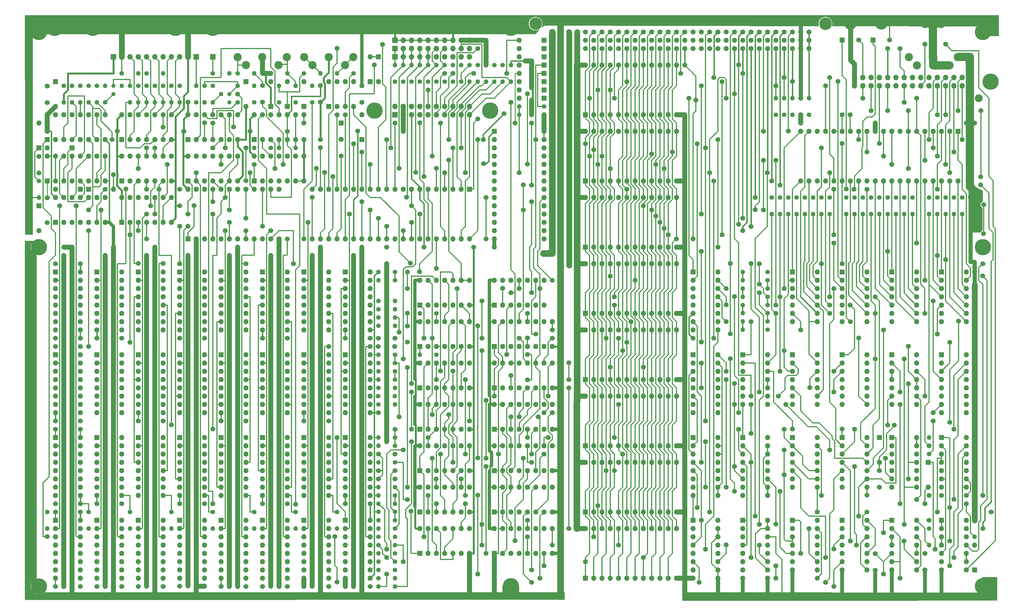
<source format=gbr>
%TF.GenerationSoftware,KiCad,Pcbnew,7.0.6-0*%
%TF.CreationDate,2023-12-21T23:12:14+02:00*%
%TF.ProjectId,main,6d61696e-2e6b-4696-9361-645f70636258,rev?*%
%TF.SameCoordinates,Original*%
%TF.FileFunction,Copper,L2,Bot*%
%TF.FilePolarity,Positive*%
%FSLAX46Y46*%
G04 Gerber Fmt 4.6, Leading zero omitted, Abs format (unit mm)*
G04 Created by KiCad (PCBNEW 7.0.6-0) date 2023-12-21 23:12:14*
%MOMM*%
%LPD*%
G01*
G04 APERTURE LIST*
G04 Aperture macros list*
%AMRoundRect*
0 Rectangle with rounded corners*
0 $1 Rounding radius*
0 $2 $3 $4 $5 $6 $7 $8 $9 X,Y pos of 4 corners*
0 Add a 4 corners polygon primitive as box body*
4,1,4,$2,$3,$4,$5,$6,$7,$8,$9,$2,$3,0*
0 Add four circle primitives for the rounded corners*
1,1,$1+$1,$2,$3*
1,1,$1+$1,$4,$5*
1,1,$1+$1,$6,$7*
1,1,$1+$1,$8,$9*
0 Add four rect primitives between the rounded corners*
20,1,$1+$1,$2,$3,$4,$5,0*
20,1,$1+$1,$4,$5,$6,$7,0*
20,1,$1+$1,$6,$7,$8,$9,0*
20,1,$1+$1,$8,$9,$2,$3,0*%
G04 Aperture macros list end*
%TA.AperFunction,ComponentPad*%
%ADD10C,1.400000*%
%TD*%
%TA.AperFunction,ComponentPad*%
%ADD11O,1.400000X1.400000*%
%TD*%
%TA.AperFunction,ComponentPad*%
%ADD12R,1.600000X1.600000*%
%TD*%
%TA.AperFunction,ComponentPad*%
%ADD13O,1.600000X1.600000*%
%TD*%
%TA.AperFunction,ComponentPad*%
%ADD14C,1.524000*%
%TD*%
%TA.AperFunction,ComponentPad*%
%ADD15C,1.600000*%
%TD*%
%TA.AperFunction,ComponentPad*%
%ADD16R,1.300000X1.300000*%
%TD*%
%TA.AperFunction,ComponentPad*%
%ADD17C,1.300000*%
%TD*%
%TA.AperFunction,ComponentPad*%
%ADD18C,2.500000*%
%TD*%
%TA.AperFunction,ComponentPad*%
%ADD19R,1.700000X1.700000*%
%TD*%
%TA.AperFunction,ComponentPad*%
%ADD20O,1.700000X1.700000*%
%TD*%
%TA.AperFunction,ComponentPad*%
%ADD21R,2.400000X2.400000*%
%TD*%
%TA.AperFunction,ComponentPad*%
%ADD22O,2.400000X2.400000*%
%TD*%
%TA.AperFunction,ComponentPad*%
%ADD23C,5.000000*%
%TD*%
%TA.AperFunction,ComponentPad*%
%ADD24C,1.500000*%
%TD*%
%TA.AperFunction,ComponentPad*%
%ADD25C,3.850000*%
%TD*%
%TA.AperFunction,ComponentPad*%
%ADD26RoundRect,0.249999X-0.525001X-0.525001X0.525001X-0.525001X0.525001X0.525001X-0.525001X0.525001X0*%
%TD*%
%TA.AperFunction,ComponentPad*%
%ADD27C,1.550000*%
%TD*%
%TA.AperFunction,ComponentPad*%
%ADD28R,1.524000X1.524000*%
%TD*%
%TA.AperFunction,ComponentPad*%
%ADD29C,3.800000*%
%TD*%
%TA.AperFunction,ViaPad*%
%ADD30C,1.500000*%
%TD*%
%TA.AperFunction,ViaPad*%
%ADD31C,0.800000*%
%TD*%
%TA.AperFunction,Conductor*%
%ADD32C,1.500000*%
%TD*%
%TA.AperFunction,Conductor*%
%ADD33C,2.000000*%
%TD*%
%TA.AperFunction,Conductor*%
%ADD34C,0.350000*%
%TD*%
%TA.AperFunction,Conductor*%
%ADD35C,0.400000*%
%TD*%
%TA.AperFunction,Conductor*%
%ADD36C,1.000000*%
%TD*%
%TA.AperFunction,Conductor*%
%ADD37C,0.600000*%
%TD*%
%TA.AperFunction,Conductor*%
%ADD38C,1.300000*%
%TD*%
%TA.AperFunction,Conductor*%
%ADD39C,2.540000*%
%TD*%
%TA.AperFunction,Conductor*%
%ADD40C,1.200000*%
%TD*%
%TA.AperFunction,Conductor*%
%ADD41C,1.800000*%
%TD*%
%TA.AperFunction,Conductor*%
%ADD42C,0.250000*%
%TD*%
G04 APERTURE END LIST*
D10*
%TO.P,R12,1*%
%TO.N,VCC*%
X109778800Y-202565000D03*
D11*
%TO.P,R12,2*%
%TO.N,/D2*%
X109778800Y-207645000D03*
%TD*%
D10*
%TO.P,R69,1*%
%TO.N,VCC*%
X274878800Y-80645000D03*
D11*
%TO.P,R69,2*%
%TO.N,/Z80_CPU/nINT*%
X274878800Y-75565000D03*
%TD*%
D10*
%TO.P,R14,1*%
%TO.N,VCC*%
X84378800Y-202565000D03*
D11*
%TO.P,R14,2*%
%TO.N,/D4*%
X84378800Y-207645000D03*
%TD*%
D10*
%TO.P,R17,1*%
%TO.N,VCC*%
X46278800Y-202565000D03*
D11*
%TO.P,R17,2*%
%TO.N,/D7*%
X46278800Y-207645000D03*
%TD*%
D10*
%TO.P,R16,1*%
%TO.N,VCC*%
X58978800Y-202565000D03*
D11*
%TO.P,R16,2*%
%TO.N,/D6*%
X58978800Y-207645000D03*
%TD*%
D10*
%TO.P,R15,1*%
%TO.N,VCC*%
X71678800Y-202565000D03*
D11*
%TO.P,R15,2*%
%TO.N,/D5*%
X71678800Y-207645000D03*
%TD*%
D10*
%TO.P,R11,1*%
%TO.N,VCC*%
X122478800Y-202565000D03*
D11*
%TO.P,R11,2*%
%TO.N,/D1*%
X122478800Y-207645000D03*
%TD*%
D10*
%TO.P,R68,1*%
%TO.N,VCC*%
X272338800Y-80645000D03*
D11*
%TO.P,R68,2*%
%TO.N,/Z80_CPU/nBUSRQ*%
X272338800Y-75565000D03*
%TD*%
D10*
%TO.P,R13,1*%
%TO.N,VCC*%
X97078800Y-202565000D03*
D11*
%TO.P,R13,2*%
%TO.N,/D3*%
X97078800Y-207645000D03*
%TD*%
D10*
%TO.P,R67,1*%
%TO.N,VCC*%
X269798800Y-80645000D03*
D11*
%TO.P,R67,2*%
%TO.N,/Z80_CPU/nNMI*%
X269798800Y-75565000D03*
%TD*%
D12*
%TO.P,D2,1,K*%
%TO.N,/config_selection/RSC*%
X316534800Y-187325000D03*
D13*
%TO.P,D2,2,A*%
%TO.N,/nRST*%
X316534800Y-194945000D03*
%TD*%
D14*
%TO.P,C41,1*%
%TO.N,VCC*%
X277418800Y-80645000D03*
%TO.P,C41,2*%
%TO.N,GNDD*%
X277418800Y-75565000D03*
%TD*%
D12*
%TO.P,D1,1,K*%
%TO.N,Net-(D1-K)*%
X330758800Y-220345000D03*
D13*
%TO.P,D1,2,A*%
%TO.N,/nRST*%
X330758800Y-212725000D03*
%TD*%
D12*
%TO.P,D3,1,K*%
%TO.N,VCC*%
X301548800Y-179705000D03*
D13*
%TO.P,D3,2,A*%
%TO.N,/config_selection/RSC*%
X301548800Y-187325000D03*
%TD*%
D14*
%TO.P,C16,1*%
%TO.N,GNDD*%
X203838800Y-187325000D03*
%TO.P,C16,2*%
%TO.N,VCC*%
X208918800Y-187325000D03*
%TD*%
%TO.P,C22,1*%
%TO.N,GNDD*%
X203838800Y-167005000D03*
%TO.P,C22,2*%
%TO.N,VCC*%
X208918800Y-167005000D03*
%TD*%
%TO.P,C31,1*%
%TO.N,GNDD*%
X203838800Y-146685000D03*
%TO.P,C31,2*%
%TO.N,VCC*%
X208918800Y-146685000D03*
%TD*%
%TO.P,C38,1*%
%TO.N,GNDD*%
X203838800Y-106045000D03*
%TO.P,C38,2*%
%TO.N,VCC*%
X208918800Y-106045000D03*
%TD*%
%TO.P,C40,1*%
%TO.N,GNDD*%
X203838800Y-83185000D03*
%TO.P,C40,2*%
%TO.N,VCC*%
X208918800Y-83185000D03*
%TD*%
D12*
%TO.P,D4,1,K*%
%TO.N,/Video Generator & Monitor/VVS*%
X48818800Y-70485000D03*
D13*
%TO.P,D4,2,A*%
%TO.N,VCC*%
X48818800Y-78105000D03*
%TD*%
D12*
%TO.P,DBR1,1,K*%
%TO.N,/Video Generator & Monitor/BRIGHT*%
X53898800Y-90805000D03*
D13*
%TO.P,DBR1,2,A*%
%TO.N,/Video Generator & Monitor/BD6N*%
X46278800Y-90805000D03*
%TD*%
D12*
%TO.P,DBR5,1,K*%
%TO.N,Net-(DBR2-K)*%
X56438800Y-103505000D03*
D13*
%TO.P,DBR5,2,A*%
%TO.N,/Video Generator & Monitor/IP0*%
X48818800Y-103505000D03*
%TD*%
D12*
%TO.P,DBR4,1,K*%
%TO.N,Net-(DBR2-K)*%
X43738800Y-108585000D03*
D13*
%TO.P,DBR4,2,A*%
%TO.N,/Video Generator & Monitor/IP1*%
X43738800Y-116205000D03*
%TD*%
D14*
%TO.P,C23,1*%
%TO.N,-5V*%
X48818800Y-151765000D03*
%TO.P,C23,2*%
%TO.N,GNDD*%
X56438800Y-151765000D03*
%TD*%
%TO.P,C7,1*%
%TO.N,-5V*%
X48818800Y-202577700D03*
%TO.P,C7,2*%
%TO.N,GNDD*%
X56438800Y-202577700D03*
%TD*%
%TO.P,C32,1*%
%TO.N,-5V*%
X48818800Y-126365000D03*
%TO.P,C32,2*%
%TO.N,GNDD*%
X56438800Y-126365000D03*
%TD*%
%TO.P,C12,1*%
%TO.N,V12*%
X112318800Y-200025000D03*
%TO.P,C12,2*%
%TO.N,GNDD*%
X119938800Y-200025000D03*
%TD*%
%TO.P,C13,1*%
%TO.N,V12*%
X137718800Y-200025000D03*
%TO.P,C13,2*%
%TO.N,GNDD*%
X145338800Y-200025000D03*
%TD*%
%TO.P,C25,1*%
%TO.N,GNDD*%
X48818800Y-149225000D03*
%TO.P,C25,2*%
%TO.N,VCC*%
X56438800Y-149225000D03*
%TD*%
%TO.P,C21,1*%
%TO.N,V12*%
X125018800Y-174625000D03*
%TO.P,C21,2*%
%TO.N,GNDD*%
X132638800Y-174625000D03*
%TD*%
%TO.P,C20,1*%
%TO.N,V12*%
X99618800Y-174625000D03*
%TO.P,C20,2*%
%TO.N,GNDD*%
X107238800Y-174625000D03*
%TD*%
%TO.P,C26,1*%
%TO.N,GNDD*%
X69138800Y-149225000D03*
%TO.P,C26,2*%
%TO.N,V12*%
X61518800Y-149225000D03*
%TD*%
%TO.P,C11,1*%
%TO.N,V12*%
X86918800Y-200025000D03*
%TO.P,C11,2*%
%TO.N,GNDD*%
X94538800Y-200025000D03*
%TD*%
%TO.P,C29,1*%
%TO.N,GNDD*%
X145338800Y-149225000D03*
%TO.P,C29,2*%
%TO.N,V12*%
X137718800Y-149225000D03*
%TD*%
%TO.P,C28,1*%
%TO.N,GNDD*%
X119938800Y-149225000D03*
%TO.P,C28,2*%
%TO.N,V12*%
X112318800Y-149225000D03*
%TD*%
%TO.P,C27,1*%
%TO.N,GNDD*%
X94538800Y-149225000D03*
%TO.P,C27,2*%
%TO.N,V12*%
X86918800Y-149225000D03*
%TD*%
%TO.P,C19,1*%
%TO.N,V12*%
X74218800Y-174625000D03*
%TO.P,C19,2*%
%TO.N,GNDD*%
X81838800Y-174625000D03*
%TD*%
%TO.P,C10,1*%
%TO.N,V12*%
X61588000Y-200025000D03*
%TO.P,C10,2*%
%TO.N,GNDD*%
X69208000Y-200025000D03*
%TD*%
%TO.P,C9,1*%
%TO.N,VCC*%
X56438800Y-200025000D03*
%TO.P,C9,2*%
%TO.N,GNDD*%
X48818800Y-200025000D03*
%TD*%
%TO.P,C2,1*%
%TO.N,V12*%
X74218800Y-225425000D03*
%TO.P,C2,2*%
%TO.N,GNDD*%
X81838800Y-225425000D03*
%TD*%
%TO.P,C1,1*%
%TO.N,V12*%
X48818800Y-225425000D03*
%TO.P,C1,2*%
%TO.N,GNDD*%
X56438800Y-225425000D03*
%TD*%
D12*
%TO.P,U86,1,1A*%
%TO.N,/Video Generator & Monitor/R*%
X69138800Y-88265000D03*
D13*
%TO.P,U86,2,1Y*%
%TO.N,/Video Generator & Monitor/VR*%
X71678800Y-88265000D03*
%TO.P,U86,3,2A*%
%TO.N,/Video Generator & Monitor/B*%
X74218800Y-88265000D03*
%TO.P,U86,4,2Y*%
%TO.N,/Video Generator & Monitor/VB*%
X76758800Y-88265000D03*
%TO.P,U86,5,3A*%
%TO.N,/Video Generator & Monitor/SYNC*%
X79298800Y-88265000D03*
%TO.P,U86,6,3Y*%
%TO.N,/Video Generator & Monitor/VS*%
X81838800Y-88265000D03*
%TO.P,U86,7,GND*%
%TO.N,GNDD*%
X84378800Y-88265000D03*
%TO.P,U86,8,4Y*%
%TO.N,/Video Generator & Monitor/VNS*%
X84378800Y-80645000D03*
%TO.P,U86,9,4A*%
%TO.N,/Video Generator & Monitor/nSYNC*%
X81838800Y-80645000D03*
%TO.P,U86,10,5Y*%
%TO.N,/Video Generator & Monitor/VI*%
X79298800Y-80645000D03*
%TO.P,U86,11,5A*%
%TO.N,/Video Generator & Monitor/I*%
X76758800Y-80645000D03*
%TO.P,U86,12,6Y*%
%TO.N,/Video Generator & Monitor/VG*%
X74218800Y-80645000D03*
%TO.P,U86,13,6A*%
%TO.N,/Video Generator & Monitor/G*%
X71678800Y-80645000D03*
%TO.P,U86,14,Vcc*%
%TO.N,VCC*%
X69138800Y-80645000D03*
%TD*%
D12*
%TO.P,U78,1,Ds*%
%TO.N,VCC*%
X69138800Y-113665000D03*
D13*
%TO.P,U78,2,P0*%
%TO.N,/Video Generator & Monitor/VD0*%
X71678800Y-113665000D03*
%TO.P,U78,3,P1*%
%TO.N,/Video Generator & Monitor/VD1*%
X74218800Y-113665000D03*
%TO.P,U78,4,P2*%
%TO.N,/Video Generator & Monitor/VD2*%
X76758800Y-113665000D03*
%TO.P,U78,5,P3*%
%TO.N,/Video Generator & Monitor/VD3*%
X79298800Y-113665000D03*
%TO.P,U78,6,Mode*%
%TO.N,/SLD*%
X81838800Y-113665000D03*
%TO.P,U78,7,GND*%
%TO.N,GNDD*%
X84378800Y-113665000D03*
%TO.P,U78,8,Cp2.Lshift*%
%TO.N,/SLD*%
X84378800Y-106045000D03*
%TO.P,U78,9,Cp1.Rshift*%
%TO.N,/SCLK*%
X81838800Y-106045000D03*
%TO.P,U78,10,Q3*%
%TO.N,Net-(U78-Q3)*%
X79298800Y-106045000D03*
%TO.P,U78,11,Q2*%
%TO.N,unconnected-(U78-Q2-Pad11)*%
X76758800Y-106045000D03*
%TO.P,U78,12,Q1*%
%TO.N,unconnected-(U78-Q1-Pad12)*%
X74218800Y-106045000D03*
%TO.P,U78,13,Q0*%
%TO.N,unconnected-(U78-Q0-Pad13)*%
X71678800Y-106045000D03*
%TO.P,U78,14,VCC*%
%TO.N,VCC*%
X69138800Y-106045000D03*
%TD*%
D12*
%TO.P,U77,1,Ds*%
%TO.N,GNDD*%
X48818800Y-113665000D03*
D13*
%TO.P,U77,2,P0*%
%TO.N,/Video Generator & Monitor/VD0*%
X51358800Y-113665000D03*
%TO.P,U77,3,P1*%
%TO.N,/Video Generator & Monitor/VD1*%
X53898800Y-113665000D03*
%TO.P,U77,4,P2*%
%TO.N,/Video Generator & Monitor/VD2*%
X56438800Y-113665000D03*
%TO.P,U77,5,P3*%
%TO.N,/Video Generator & Monitor/VD3*%
X58978800Y-113665000D03*
%TO.P,U77,6,Mode*%
%TO.N,/SM*%
X61518800Y-113665000D03*
%TO.P,U77,7,GND*%
%TO.N,GNDD*%
X64058800Y-113665000D03*
%TO.P,U77,8,Cp2.Lshift*%
%TO.N,VCC*%
X64058800Y-106045000D03*
%TO.P,U77,9,Cp1.Rshift*%
%TO.N,GNDD*%
X61518800Y-106045000D03*
%TO.P,U77,10,Q3*%
%TO.N,/Video Generator & Monitor/PD0*%
X58978800Y-106045000D03*
%TO.P,U77,11,Q2*%
%TO.N,/Video Generator & Monitor/ID2*%
X56438800Y-106045000D03*
%TO.P,U77,12,Q1*%
%TO.N,/Video Generator & Monitor/ID1*%
X53898800Y-106045000D03*
%TO.P,U77,13,Q0*%
%TO.N,/Video Generator & Monitor/ID0*%
X51358800Y-106045000D03*
%TO.P,U77,14,VCC*%
%TO.N,VCC*%
X48818800Y-106045000D03*
%TD*%
D12*
%TO.P,U80,1,S*%
%TO.N,/Video Generator & Monitor/IPS*%
X46278800Y-100965000D03*
D13*
%TO.P,U80,2,I0a*%
%TO.N,GNDD*%
X48818800Y-100965000D03*
%TO.P,U80,3,I1a*%
%TO.N,/Video Generator & Monitor/BRIGHT*%
X51358800Y-100965000D03*
%TO.P,U80,4,Za*%
%TO.N,unconnected-(U80-Za-Pad4)*%
X53898800Y-100965000D03*
%TO.P,U80,5,I0b*%
%TO.N,/Video Generator & Monitor/ID2*%
X56438800Y-100965000D03*
%TO.P,U80,6,I1b*%
%TO.N,/Video Generator & Monitor/PD2*%
X58978800Y-100965000D03*
%TO.P,U80,7,Zb*%
%TO.N,/Video Generator & Monitor/IP2*%
X61518800Y-100965000D03*
%TO.P,U80,8,GND*%
%TO.N,GNDD*%
X64058800Y-100965000D03*
%TO.P,U80,9,Zc*%
%TO.N,/Video Generator & Monitor/IP1*%
X64058800Y-93345000D03*
%TO.P,U80,10,I1c*%
%TO.N,/Video Generator & Monitor/PD1*%
X61518800Y-93345000D03*
%TO.P,U80,11,I0c*%
%TO.N,/Video Generator & Monitor/ID1*%
X58978800Y-93345000D03*
%TO.P,U80,12,Zd*%
%TO.N,/Video Generator & Monitor/IP0*%
X56438800Y-93345000D03*
%TO.P,U80,13,I1d*%
%TO.N,/Video Generator & Monitor/PD0*%
X53898800Y-93345000D03*
%TO.P,U80,14,I0d*%
%TO.N,/Video Generator & Monitor/ID0*%
X51358800Y-93345000D03*
%TO.P,U80,15,E*%
%TO.N,GNDD*%
X48818800Y-93345000D03*
%TO.P,U80,16,VCC*%
%TO.N,VCC*%
X46278800Y-93345000D03*
%TD*%
D12*
%TO.P,U83,1,Ds*%
%TO.N,Net-(U82-Q3)*%
X109778800Y-100965000D03*
D13*
%TO.P,U83,2,P0*%
%TO.N,unconnected-(U83-P0-Pad2)*%
X112318800Y-100965000D03*
%TO.P,U83,3,P1*%
%TO.N,unconnected-(U83-P1-Pad3)*%
X114858800Y-100965000D03*
%TO.P,U83,4,P2*%
%TO.N,unconnected-(U83-P2-Pad4)*%
X117398800Y-100965000D03*
%TO.P,U83,5,P3*%
%TO.N,unconnected-(U83-P3-Pad5)*%
X119938800Y-100965000D03*
%TO.P,U83,6,Mode*%
%TO.N,GNDD*%
X122478800Y-100965000D03*
%TO.P,U83,7,GND*%
X125018800Y-100965000D03*
%TO.P,U83,8,Cp2.Lshift*%
X125018800Y-93345000D03*
%TO.P,U83,9,Cp1.Rshift*%
%TO.N,/SCLK*%
X122478800Y-93345000D03*
%TO.P,U83,10,Q3*%
%TO.N,unconnected-(U83-Q3-Pad10)*%
X119938800Y-93345000D03*
%TO.P,U83,11,Q2*%
%TO.N,unconnected-(U83-Q2-Pad11)*%
X117398800Y-93345000D03*
%TO.P,U83,12,Q1*%
%TO.N,/Video Generator & Monitor/SQB*%
X114858800Y-93345000D03*
%TO.P,U83,13,Q0*%
%TO.N,unconnected-(U83-Q0-Pad13)*%
X112318800Y-93345000D03*
%TO.P,U83,14,VCC*%
%TO.N,VCC*%
X109778800Y-93345000D03*
%TD*%
D12*
%TO.P,U81,1,Ds*%
%TO.N,GNDD*%
X69138800Y-100965000D03*
D13*
%TO.P,U81,2,P0*%
%TO.N,/Video Generator & Monitor/VD4*%
X71678800Y-100965000D03*
%TO.P,U81,3,P1*%
%TO.N,/Video Generator & Monitor/VD5*%
X74218800Y-100965000D03*
%TO.P,U81,4,P2*%
%TO.N,/Video Generator & Monitor/VD6*%
X76758800Y-100965000D03*
%TO.P,U81,5,P3*%
%TO.N,/Video Generator & Monitor/VD7*%
X79298800Y-100965000D03*
%TO.P,U81,6,Mode*%
%TO.N,/SM*%
X81838800Y-100965000D03*
%TO.P,U81,7,GND*%
%TO.N,GNDD*%
X84378800Y-100965000D03*
%TO.P,U81,8,Cp2.Lshift*%
%TO.N,VCC*%
X84378800Y-93345000D03*
%TO.P,U81,9,Cp1.Rshift*%
%TO.N,GNDD*%
X81838800Y-93345000D03*
%TO.P,U81,10,Q3*%
%TO.N,/Video Generator & Monitor/FLASH*%
X79298800Y-93345000D03*
%TO.P,U81,11,Q2*%
%TO.N,/Video Generator & Monitor/BRIGHT*%
X76758800Y-93345000D03*
%TO.P,U81,12,Q1*%
%TO.N,/Video Generator & Monitor/PD2*%
X74218800Y-93345000D03*
%TO.P,U81,13,Q0*%
%TO.N,/Video Generator & Monitor/PD1*%
X71678800Y-93345000D03*
%TO.P,U81,14,VCC*%
%TO.N,VCC*%
X69138800Y-93345000D03*
%TD*%
D12*
%TO.P,U88,1*%
%TO.N,Net-(U87-Pad6)*%
X109778800Y-88265000D03*
D13*
%TO.P,U88,2*%
%TO.N,/Video Generator & Monitor/SQB*%
X112318800Y-88265000D03*
%TO.P,U88,3*%
%TO.N,/Video Generator & Monitor/IPS*%
X114858800Y-88265000D03*
%TO.P,U88,4*%
%TO.N,/Video Generator & Monitor/O*%
X117398800Y-88265000D03*
%TO.P,U88,5*%
%TO.N,VCC*%
X119938800Y-88265000D03*
%TO.P,U88,6*%
%TO.N,/Video Generator & Monitor/OS*%
X122478800Y-88265000D03*
%TO.P,U88,7,GND*%
%TO.N,GNDD*%
X125018800Y-88265000D03*
%TO.P,U88,8*%
%TO.N,/Video Generator & Monitor/OSC*%
X125018800Y-80645000D03*
%TO.P,U88,9*%
%TO.N,/Video Generator & Monitor/OS*%
X122478800Y-80645000D03*
%TO.P,U88,10*%
%TO.N,VCC*%
X119938800Y-80645000D03*
%TO.P,U88,11*%
%TO.N,/Video Generator & Monitor/SYNC*%
X117398800Y-80645000D03*
%TO.P,U88,12*%
%TO.N,/nVS*%
X114858800Y-80645000D03*
%TO.P,U88,13*%
%TO.N,/HS*%
X112318800Y-80645000D03*
%TO.P,U88,14,VCC*%
%TO.N,VCC*%
X109778800Y-80645000D03*
%TD*%
D12*
%TO.P,U37,1*%
%TO.N,/Video_address_gen/HB*%
X320598800Y-179705000D03*
D13*
%TO.P,U37,2*%
%TO.N,/VLD*%
X320598800Y-182245000D03*
%TO.P,U37,3*%
%TO.N,/Video_address_gen/nVLD*%
X320598800Y-184785000D03*
%TO.P,U37,4*%
X320598800Y-187325000D03*
%TO.P,U37,5*%
%TO.N,/Video_address_gen/ART*%
X320598800Y-189865000D03*
%TO.P,U37,6*%
%TO.N,/VLD*%
X320598800Y-192405000D03*
%TO.P,U37,7,GND*%
%TO.N,GNDD*%
X320598800Y-194945000D03*
%TO.P,U37,8*%
%TO.N,/Video_address_gen/SCR*%
X328218800Y-194945000D03*
%TO.P,U37,9*%
%TO.N,/Video_address_gen/ART*%
X328218800Y-192405000D03*
%TO.P,U37,10*%
%TO.N,/Video_address_gen/nSCR*%
X328218800Y-189865000D03*
%TO.P,U37,11*%
X328218800Y-187325000D03*
%TO.P,U37,12*%
%TO.N,/Video_address_gen/SCR*%
X328218800Y-184785000D03*
%TO.P,U37,13*%
%TO.N,Net-(CAT1-Pad1)*%
X328218800Y-182245000D03*
%TO.P,U37,14,VCC*%
%TO.N,VCC*%
X328218800Y-179705000D03*
%TD*%
D12*
%TO.P,U52,1*%
%TO.N,/bA13*%
X259638800Y-154305000D03*
D13*
%TO.P,U52,2*%
%TO.N,/config_selection/LO6*%
X259638800Y-156845000D03*
%TO.P,U52,3*%
%TO.N,unconnected-(U52-Pad3)*%
X259638800Y-159385000D03*
%TO.P,U52,4*%
%TO.N,unconnected-(U52-Pad4)*%
X259638800Y-161925000D03*
%TO.P,U52,5*%
%TO.N,unconnected-(U52-Pad5)*%
X259638800Y-164465000D03*
%TO.P,U52,6*%
%TO.N,unconnected-(U52-Pad6)*%
X259638800Y-167005000D03*
%TO.P,U52,7,GND*%
%TO.N,GNDD*%
X259638800Y-169545000D03*
%TO.P,U52,8*%
%TO.N,/config_selection/LA7*%
X267258800Y-169545000D03*
%TO.P,U52,9*%
%TO.N,/config_selection/RFSH*%
X267258800Y-167005000D03*
%TO.P,U52,10*%
%TO.N,/config_selection/MREQ*%
X267258800Y-164465000D03*
%TO.P,U52,11*%
X267258800Y-161925000D03*
%TO.P,U52,12*%
%TO.N,Net-(U35-Pad1)*%
X267258800Y-159385000D03*
%TO.P,U52,13*%
%TO.N,/bA15*%
X267258800Y-156845000D03*
%TO.P,U52,14,VCC*%
%TO.N,VCC*%
X267258800Y-154305000D03*
%TD*%
D12*
%TO.P,U36,1,~{R}*%
%TO.N,/config_selection/LO6*%
X305358800Y-179705000D03*
D13*
%TO.P,U36,2,D*%
%TO.N,/bA7*%
X305358800Y-182245000D03*
%TO.P,U36,3,C*%
%TO.N,/config_selection/LA7*%
X305358800Y-184785000D03*
%TO.P,U36,4,~{S}*%
%TO.N,/config_selection/RSC*%
X305358800Y-187325000D03*
%TO.P,U36,5,Q*%
%TO.N,unconnected-(U36A-Q-Pad5)*%
X305358800Y-189865000D03*
%TO.P,U36,6,~{Q}*%
%TO.N,/nPO*%
X305358800Y-192405000D03*
%TO.P,U36,7,GND*%
%TO.N,GNDD*%
X305358800Y-194945000D03*
%TO.P,U36,8,~{Q}*%
%TO.N,/config_selection/nLO6*%
X312978800Y-194945000D03*
%TO.P,U36,9,Q*%
%TO.N,/config_selection/LO6*%
X312978800Y-192405000D03*
%TO.P,U36,10,~{S}*%
%TO.N,/config_selection/RSC*%
X312978800Y-189865000D03*
%TO.P,U36,11,C*%
%TO.N,/nPO*%
X312978800Y-187325000D03*
%TO.P,U36,12,D*%
%TO.N,/O6*%
X312978800Y-184785000D03*
%TO.P,U36,13,~{R}*%
%TO.N,VCC*%
X312978800Y-182245000D03*
%TO.P,U36,14,VCC*%
X312978800Y-179705000D03*
%TD*%
D12*
%TO.P,U17,1*%
%TO.N,/config_selection/RSZ80*%
X320598800Y-205105000D03*
D13*
%TO.P,U17,2*%
X320598800Y-207645000D03*
%TO.P,U17,3*%
%TO.N,Net-(U17-Pad3)*%
X320598800Y-210185000D03*
%TO.P,U17,4*%
X320598800Y-212725000D03*
%TO.P,U17,5*%
%TO.N,/VLD*%
X320598800Y-215265000D03*
%TO.P,U17,6*%
%TO.N,Net-(D1-K)*%
X320598800Y-217805000D03*
%TO.P,U17,7,GND*%
%TO.N,GNDD*%
X320598800Y-220345000D03*
%TO.P,U17,8*%
%TO.N,/POR*%
X328218800Y-220345000D03*
%TO.P,U17,9*%
%TO.N,/config_selection/RSC*%
X328218800Y-217805000D03*
%TO.P,U17,10*%
X328218800Y-215265000D03*
%TO.P,U17,11*%
%TO.N,/nKBI*%
X328218800Y-212725000D03*
%TO.P,U17,12*%
%TO.N,/VLD*%
X328218800Y-210185000D03*
%TO.P,U17,13*%
%TO.N,/config_selection/nLO6*%
X328218800Y-207645000D03*
%TO.P,U17,14,VCC*%
%TO.N,VCC*%
X328218800Y-205105000D03*
%TD*%
D12*
%TO.P,U16,1*%
%TO.N,/Video_address_gen/HBS*%
X305358800Y-205105000D03*
D13*
%TO.P,U16,2*%
%TO.N,/nHB*%
X305358800Y-207645000D03*
%TO.P,U16,3*%
%TO.N,/Video_address_gen/HB*%
X305358800Y-210185000D03*
%TO.P,U16,4*%
X305358800Y-212725000D03*
%TO.P,U16,5*%
%TO.N,/Video_address_gen/HBR*%
X305358800Y-215265000D03*
%TO.P,U16,6*%
%TO.N,/nHB*%
X305358800Y-217805000D03*
%TO.P,U16,7,GND*%
%TO.N,GNDD*%
X305358800Y-220345000D03*
%TO.P,U16,8*%
%TO.N,/Video_address_gen/nHLD*%
X312978800Y-220345000D03*
%TO.P,U16,9*%
%TO.N,/nQD*%
X312978800Y-217805000D03*
%TO.P,U16,10*%
%TO.N,/Video_address_gen/HLD*%
X312978800Y-215265000D03*
%TO.P,U16,11*%
X312978800Y-212725000D03*
%TO.P,U16,12*%
%TO.N,/Video_address_gen/nHLD*%
X312978800Y-210185000D03*
%TO.P,U16,13*%
%TO.N,/Video_address_gen/HBS*%
X312978800Y-207645000D03*
%TO.P,U16,14,VCC*%
%TO.N,VCC*%
X312978800Y-205105000D03*
%TD*%
D12*
%TO.P,U14,1*%
%TO.N,/AC3*%
X274878800Y-205105000D03*
D13*
%TO.P,U14,2*%
%TO.N,/AC5*%
X274878800Y-207645000D03*
%TO.P,U14,3*%
%TO.N,/AT0*%
X274878800Y-210185000D03*
%TO.P,U14,4*%
X274878800Y-212725000D03*
%TO.P,U14,5*%
%TO.N,/AT1*%
X274878800Y-215265000D03*
%TO.P,U14,6*%
%TO.N,Net-(CAT1-Pad1)*%
X274878800Y-217805000D03*
%TO.P,U14,7,GND*%
%TO.N,GNDD*%
X274878800Y-220345000D03*
%TO.P,U14,8*%
%TO.N,/Video_address_gen/HBR*%
X282498800Y-220345000D03*
%TO.P,U14,9*%
%TO.N,/AC5*%
X282498800Y-217805000D03*
%TO.P,U14,10*%
%TO.N,/AC3*%
X282498800Y-215265000D03*
%TO.P,U14,11*%
%TO.N,/AC1*%
X282498800Y-212725000D03*
%TO.P,U14,12*%
%TO.N,/Video_address_gen/HBS*%
X282498800Y-210185000D03*
%TO.P,U14,13*%
%TO.N,/AC7*%
X282498800Y-207645000D03*
%TO.P,U14,14,VCC*%
%TO.N,VCC*%
X282498800Y-205105000D03*
%TD*%
D12*
%TO.P,U76,1,nDS1*%
%TO.N,/bnRD*%
X89458800Y-118745000D03*
D13*
%TO.P,U76,2,MD*%
%TO.N,GNDD*%
X91998800Y-118745000D03*
%TO.P,U76,3,DI1*%
%TO.N,/Video Generator & Monitor/VD0*%
X94538800Y-118745000D03*
%TO.P,U76,4,DO1*%
%TO.N,/D0*%
X97078800Y-118745000D03*
%TO.P,U76,5,DI2*%
%TO.N,/Video Generator & Monitor/VD1*%
X99618800Y-118745000D03*
%TO.P,U76,6,DO2*%
%TO.N,/D1*%
X102158800Y-118745000D03*
%TO.P,U76,7,DI3*%
%TO.N,/Video Generator & Monitor/VD2*%
X104698800Y-118745000D03*
%TO.P,U76,8,DO3*%
%TO.N,/D2*%
X107238800Y-118745000D03*
%TO.P,U76,9,DI4*%
%TO.N,/Video Generator & Monitor/VD3*%
X109778800Y-118745000D03*
%TO.P,U76,10,DO4*%
%TO.N,/D3*%
X112318800Y-118745000D03*
%TO.P,U76,11,STB*%
%TO.N,/STB*%
X114858800Y-118745000D03*
%TO.P,U76,12,GND*%
%TO.N,GNDD*%
X117398800Y-118745000D03*
%TO.P,U76,13,DS2*%
%TO.N,/CS1*%
X117398800Y-103505000D03*
%TO.P,U76,14,nCLR*%
%TO.N,VCC*%
X114858800Y-103505000D03*
%TO.P,U76,15,DO5*%
%TO.N,/D4*%
X112318800Y-103505000D03*
%TO.P,U76,16,DI5*%
%TO.N,/Video Generator & Monitor/VD4*%
X109778800Y-103505000D03*
%TO.P,U76,17,DO6*%
%TO.N,/D5*%
X107238800Y-103505000D03*
%TO.P,U76,18,DI6*%
%TO.N,/Video Generator & Monitor/VD5*%
X104698800Y-103505000D03*
%TO.P,U76,19,DO7*%
%TO.N,/D6*%
X102158800Y-103505000D03*
%TO.P,U76,20,DI7*%
%TO.N,/Video Generator & Monitor/VD6*%
X99618800Y-103505000D03*
%TO.P,U76,21,DO8*%
%TO.N,/D7*%
X97078800Y-103505000D03*
%TO.P,U76,22,DI8*%
%TO.N,/Video Generator & Monitor/VD7*%
X94538800Y-103505000D03*
%TO.P,U76,23,nINT*%
%TO.N,unconnected-(U76-nINT-Pad23)*%
X91998800Y-103505000D03*
%TO.P,U76,24,Vcc*%
%TO.N,VCC*%
X89458800Y-103505000D03*
%TD*%
D12*
%TO.P,U90,1,A11*%
%TO.N,/Z80_CPU/A11*%
X325678800Y-85725000D03*
D13*
%TO.P,U90,2,A12*%
%TO.N,/Z80_CPU/A12*%
X323138800Y-85725000D03*
%TO.P,U90,3,A13*%
%TO.N,/Z80_CPU/A13*%
X320598800Y-85725000D03*
%TO.P,U90,4,A14*%
%TO.N,/Z80_CPU/A14*%
X318058800Y-85725000D03*
%TO.P,U90,5,A15*%
%TO.N,/Z80_CPU/A15*%
X315518800Y-85725000D03*
%TO.P,U90,6,~{CLK}*%
%TO.N,/Z80_CPU/nCLK*%
X312978800Y-85725000D03*
%TO.P,U90,7,D4*%
%TO.N,/D4*%
X310438800Y-85725000D03*
%TO.P,U90,8,D3*%
%TO.N,/D3*%
X307898800Y-85725000D03*
%TO.P,U90,9,D5*%
%TO.N,/D5*%
X305358800Y-85725000D03*
%TO.P,U90,10,D6*%
%TO.N,/D6*%
X302818800Y-85725000D03*
%TO.P,U90,11,VCC*%
%TO.N,VCC*%
X300278800Y-85725000D03*
%TO.P,U90,12,D2*%
%TO.N,/D2*%
X297738800Y-85725000D03*
%TO.P,U90,13,D7*%
%TO.N,/D7*%
X295198800Y-85725000D03*
%TO.P,U90,14,D0*%
%TO.N,/D0*%
X292658800Y-85725000D03*
%TO.P,U90,15,D1*%
%TO.N,/D1*%
X290118800Y-85725000D03*
%TO.P,U90,16,~{INT}*%
%TO.N,/Z80_CPU/nINT*%
X287578800Y-85725000D03*
%TO.P,U90,17,~{NMI}*%
%TO.N,/Z80_CPU/nNMI*%
X285038800Y-85725000D03*
%TO.P,U90,18,~{HALT}*%
%TO.N,/Z80_CPU/nHALT*%
X282498800Y-85725000D03*
%TO.P,U90,19,~{MREQ}*%
%TO.N,/Z80_CPU/nMREQ*%
X279958800Y-85725000D03*
%TO.P,U90,20,~{IORQ}*%
%TO.N,/Z80_CPU/nIORQ*%
X277418800Y-85725000D03*
%TO.P,U90,21,~{RD}*%
%TO.N,/Z80_CPU/nRD*%
X277418800Y-100965000D03*
%TO.P,U90,22,~{WR}*%
%TO.N,/Z80_CPU/nWR*%
X279958800Y-100965000D03*
%TO.P,U90,23,~{BUSACK}*%
%TO.N,/Z80_CPU/nBUSACK*%
X282498800Y-100965000D03*
%TO.P,U90,24,~{WAIT}*%
%TO.N,/nWAIT*%
X285038800Y-100965000D03*
%TO.P,U90,25,~{BUSRQ}*%
%TO.N,/Z80_CPU/nBUSRQ*%
X287578800Y-100965000D03*
%TO.P,U90,26,~{RESET}*%
%TO.N,/nRST*%
X290118800Y-100965000D03*
%TO.P,U90,27,~{M1}*%
%TO.N,/Z80_CPU/nM1*%
X292658800Y-100965000D03*
%TO.P,U90,28,~{RFSH}*%
%TO.N,/Z80_CPU/nRFSH*%
X295198800Y-100965000D03*
%TO.P,U90,29,GND*%
%TO.N,GNDD*%
X297738800Y-100965000D03*
%TO.P,U90,30,A0*%
%TO.N,/Z80_CPU/A0*%
X300278800Y-100965000D03*
%TO.P,U90,31,A1*%
%TO.N,/Z80_CPU/A1*%
X302818800Y-100965000D03*
%TO.P,U90,32,A2*%
%TO.N,/Z80_CPU/A2*%
X305358800Y-100965000D03*
%TO.P,U90,33,A3*%
%TO.N,/Z80_CPU/A3*%
X307898800Y-100965000D03*
%TO.P,U90,34,A4*%
%TO.N,/Z80_CPU/A4*%
X310438800Y-100965000D03*
%TO.P,U90,35,A5*%
%TO.N,/Z80_CPU/A5*%
X312978800Y-100965000D03*
%TO.P,U90,36,A6*%
%TO.N,/Z80_CPU/A6*%
X315518800Y-100965000D03*
%TO.P,U90,37,A7*%
%TO.N,/Z80_CPU/A7*%
X318058800Y-100965000D03*
%TO.P,U90,38,A8*%
%TO.N,/Z80_CPU/A8*%
X320598800Y-100965000D03*
%TO.P,U90,39,A9*%
%TO.N,/Z80_CPU/A9*%
X323138800Y-100965000D03*
%TO.P,U90,40,A10*%
%TO.N,/Z80_CPU/A10*%
X325678800Y-100965000D03*
%TD*%
D12*
%TO.P,U75,1,A7*%
%TO.N,/bA7*%
X211378800Y-121285000D03*
D13*
%TO.P,U75,2,A6*%
%TO.N,/bA6*%
X213918800Y-121285000D03*
%TO.P,U75,3,A5*%
%TO.N,/bA5*%
X216458800Y-121285000D03*
%TO.P,U75,4,A4*%
%TO.N,/bA4*%
X218998800Y-121285000D03*
%TO.P,U75,5,A3*%
%TO.N,/bA3*%
X221538800Y-121285000D03*
%TO.P,U75,6,A2*%
%TO.N,/bA2*%
X224078800Y-121285000D03*
%TO.P,U75,7,A1*%
%TO.N,/bA1*%
X226618800Y-121285000D03*
%TO.P,U75,8,A0*%
%TO.N,/bA0*%
X229158800Y-121285000D03*
%TO.P,U75,9,D0*%
%TO.N,/D0*%
X231698800Y-121285000D03*
%TO.P,U75,10,D1*%
%TO.N,/D1*%
X234238800Y-121285000D03*
%TO.P,U75,11,D2*%
%TO.N,/D2*%
X236778800Y-121285000D03*
%TO.P,U75,12,GND*%
%TO.N,GNDD*%
X239318800Y-121285000D03*
%TO.P,U75,13,D3*%
%TO.N,/D3*%
X239318800Y-106045000D03*
%TO.P,U75,14,D4*%
%TO.N,/D4*%
X236778800Y-106045000D03*
%TO.P,U75,15,D5*%
%TO.N,/D5*%
X234238800Y-106045000D03*
%TO.P,U75,16,D6*%
%TO.N,/D6*%
X231698800Y-106045000D03*
%TO.P,U75,17,D7*%
%TO.N,/D7*%
X229158800Y-106045000D03*
%TO.P,U75,18,nCE*%
%TO.N,/nPO*%
X226618800Y-106045000D03*
%TO.P,U75,19,A10*%
%TO.N,/bA10*%
X224078800Y-106045000D03*
%TO.P,U75,20,nOE*%
%TO.N,/ROM/BAS_OE2*%
X221538800Y-106045000D03*
%TO.P,U75,21,Vpp*%
%TO.N,/ROM/BAS_A11*%
X218998800Y-106045000D03*
%TO.P,U75,22,A9*%
%TO.N,/bA9*%
X216458800Y-106045000D03*
%TO.P,U75,23,A8*%
%TO.N,/bA8*%
X213918800Y-106045000D03*
%TO.P,U75,24,Vcc*%
%TO.N,VCC*%
X211378800Y-106045000D03*
%TD*%
D12*
%TO.P,U74,1,1A*%
%TO.N,/Z80_CPU/A8*%
X320598800Y-128905000D03*
D13*
%TO.P,U74,2,1Y*%
%TO.N,/bA8*%
X320598800Y-131445000D03*
%TO.P,U74,3,2A*%
%TO.N,/Z80_CPU/A7*%
X320598800Y-133985000D03*
%TO.P,U74,4,2Y*%
%TO.N,/bA7*%
X320598800Y-136525000D03*
%TO.P,U74,5,3A*%
%TO.N,/CLK*%
X320598800Y-139065000D03*
%TO.P,U74,6,3Y*%
%TO.N,/Z80_CPU/nCLK*%
X320598800Y-141605000D03*
%TO.P,U74,7,GND*%
%TO.N,GNDD*%
X320598800Y-144145000D03*
%TO.P,U74,8,4Y*%
%TO.N,/bA9*%
X328218800Y-144145000D03*
%TO.P,U74,9,4A*%
%TO.N,/Z80_CPU/A9*%
X328218800Y-141605000D03*
%TO.P,U74,10,5Y*%
%TO.N,/bA10*%
X328218800Y-139065000D03*
%TO.P,U74,11,5A*%
%TO.N,/Z80_CPU/A10*%
X328218800Y-136525000D03*
%TO.P,U74,12,6Y*%
%TO.N,/bA11*%
X328218800Y-133985000D03*
%TO.P,U74,13,6A*%
%TO.N,/Z80_CPU/A11*%
X328218800Y-131445000D03*
%TO.P,U74,14,Vcc*%
%TO.N,VCC*%
X328218800Y-128905000D03*
%TD*%
D12*
%TO.P,U73,1,1A*%
%TO.N,/Z80_CPU/A2*%
X305358800Y-128905000D03*
D13*
%TO.P,U73,2,1Y*%
%TO.N,/bA2*%
X305358800Y-131445000D03*
%TO.P,U73,3,2A*%
%TO.N,/Z80_CPU/A1*%
X305358800Y-133985000D03*
%TO.P,U73,4,2Y*%
%TO.N,/bA1*%
X305358800Y-136525000D03*
%TO.P,U73,5,3A*%
%TO.N,/Z80_CPU/A0*%
X305358800Y-139065000D03*
%TO.P,U73,6,3Y*%
%TO.N,/bA0*%
X305358800Y-141605000D03*
%TO.P,U73,7,GND*%
%TO.N,GNDD*%
X305358800Y-144145000D03*
%TO.P,U73,8,4Y*%
%TO.N,/bA3*%
X312978800Y-144145000D03*
%TO.P,U73,9,4A*%
%TO.N,/Z80_CPU/A3*%
X312978800Y-141605000D03*
%TO.P,U73,10,5Y*%
%TO.N,/bA4*%
X312978800Y-139065000D03*
%TO.P,U73,11,5A*%
%TO.N,/Z80_CPU/A4*%
X312978800Y-136525000D03*
%TO.P,U73,12,6Y*%
%TO.N,/bA6*%
X312978800Y-133985000D03*
%TO.P,U73,13,6A*%
%TO.N,/Z80_CPU/A6*%
X312978800Y-131445000D03*
%TO.P,U73,14,Vcc*%
%TO.N,VCC*%
X312978800Y-128905000D03*
%TD*%
D12*
%TO.P,U72,1,1A*%
%TO.N,/nKBI*%
X290118800Y-128905000D03*
D13*
%TO.P,U72,2,1Y*%
%TO.N,/Z80_CPU/nINT*%
X290118800Y-131445000D03*
%TO.P,U72,3,2A*%
%TO.N,/Z80_CPU/A5*%
X290118800Y-133985000D03*
%TO.P,U72,4,2Y*%
%TO.N,/bA5*%
X290118800Y-136525000D03*
%TO.P,U72,5,3A*%
%TO.N,/Z80_CPU/A12*%
X290118800Y-139065000D03*
%TO.P,U72,6,3Y*%
%TO.N,/bA12*%
X290118800Y-141605000D03*
%TO.P,U72,7,GND*%
%TO.N,GNDD*%
X290118800Y-144145000D03*
%TO.P,U72,8,4Y*%
%TO.N,/bnM1*%
X297738800Y-144145000D03*
%TO.P,U72,9,4A*%
%TO.N,/Z80_CPU/nM1*%
X297738800Y-141605000D03*
%TO.P,U72,10,5Y*%
%TO.N,/bnRFSH*%
X297738800Y-139065000D03*
%TO.P,U72,11,5A*%
%TO.N,/Z80_CPU/nRFSH*%
X297738800Y-136525000D03*
%TO.P,U72,12,6Y*%
%TO.N,/bA13*%
X297738800Y-133985000D03*
%TO.P,U72,13,6A*%
%TO.N,/Z80_CPU/A13*%
X297738800Y-131445000D03*
%TO.P,U72,14,Vcc*%
%TO.N,VCC*%
X297738800Y-128905000D03*
%TD*%
D12*
%TO.P,U68,1,Vbb*%
%TO.N,-5V*%
X125018800Y-128905000D03*
D13*
%TO.P,U68,2,Din*%
%TO.N,/D1*%
X125018800Y-131445000D03*
%TO.P,U68,3,nWR*%
%TO.N,/48K RAM & MUX/nMWR*%
X125018800Y-133985000D03*
%TO.P,U68,4,nRAS*%
%TO.N,/48K RAM & MUX/RAS*%
X125018800Y-136525000D03*
%TO.P,U68,5,A0*%
%TO.N,/48K RAM & MUX/MA0*%
X125018800Y-139065000D03*
%TO.P,U68,6,A2*%
%TO.N,/48K RAM & MUX/MA2*%
X125018800Y-141605000D03*
%TO.P,U68,7,A1*%
%TO.N,/48K RAM & MUX/MA1*%
X125018800Y-144145000D03*
%TO.P,U68,8,Vdd*%
%TO.N,V12*%
X125018800Y-146685000D03*
%TO.P,U68,9,Vcc*%
%TO.N,VCC*%
X132638800Y-146685000D03*
%TO.P,U68,10,A5*%
%TO.N,/48K RAM & MUX/MA5*%
X132638800Y-144145000D03*
%TO.P,U68,11,A4*%
%TO.N,/48K RAM & MUX/MA4*%
X132638800Y-141605000D03*
%TO.P,U68,12,A3*%
%TO.N,/48K RAM & MUX/MA3*%
X132638800Y-139065000D03*
%TO.P,U68,13,A6*%
%TO.N,/48K RAM & MUX/MA6*%
X132638800Y-136525000D03*
%TO.P,U68,14,Dout*%
%TO.N,/D1*%
X132638800Y-133985000D03*
%TO.P,U68,15,nCAS*%
%TO.N,/48K RAM & MUX/CAS2*%
X132638800Y-131445000D03*
%TO.P,U68,16,Vss*%
%TO.N,GNDD*%
X132638800Y-128905000D03*
%TD*%
D12*
%TO.P,U71,1,1A*%
%TO.N,/Z80_CPU/nRD*%
X274878800Y-128905000D03*
D13*
%TO.P,U71,2,1Y*%
%TO.N,/bnRD*%
X274878800Y-131445000D03*
%TO.P,U71,3,2A*%
%TO.N,/Z80_CPU/nIORQ*%
X274878800Y-133985000D03*
%TO.P,U71,4,2Y*%
%TO.N,/bnIORQ*%
X274878800Y-136525000D03*
%TO.P,U71,5,3A*%
%TO.N,/Z80_CPU/A15*%
X274878800Y-139065000D03*
%TO.P,U71,6,3Y*%
%TO.N,/bA15*%
X274878800Y-141605000D03*
%TO.P,U71,7,GND*%
%TO.N,GNDD*%
X274878800Y-144145000D03*
%TO.P,U71,8,4Y*%
%TO.N,/bnMREQ*%
X282498800Y-144145000D03*
%TO.P,U71,9,4A*%
%TO.N,/Z80_CPU/nMREQ*%
X282498800Y-141605000D03*
%TO.P,U71,10,5Y*%
%TO.N,/bnWR*%
X282498800Y-139065000D03*
%TO.P,U71,11,5A*%
%TO.N,/Z80_CPU/nWR*%
X282498800Y-136525000D03*
%TO.P,U71,12,6Y*%
%TO.N,/bA14*%
X282498800Y-133985000D03*
%TO.P,U71,13,6A*%
%TO.N,/Z80_CPU/A14*%
X282498800Y-131445000D03*
%TO.P,U71,14,Vcc*%
%TO.N,VCC*%
X282498800Y-128905000D03*
%TD*%
D12*
%TO.P,U70,1,0*%
%TO.N,/ROM/BAS_OE0*%
X244398800Y-128905000D03*
D13*
%TO.P,U70,2,1*%
%TO.N,/ROM/BAS_OE1*%
X244398800Y-131445000D03*
%TO.P,U70,3,2*%
%TO.N,/ROM/BAS_OE2*%
X244398800Y-133985000D03*
%TO.P,U70,4,3*%
%TO.N,/ROM/BAS_OE3*%
X244398800Y-136525000D03*
%TO.P,U70,5,4*%
%TO.N,/ROM/BAS_OE4*%
X244398800Y-139065000D03*
%TO.P,U70,6,5*%
%TO.N,/ROM/BAS_OE5*%
X244398800Y-141605000D03*
%TO.P,U70,7,6*%
%TO.N,/ROM/BAS_OE6*%
X244398800Y-144145000D03*
%TO.P,U70,8,GND*%
%TO.N,GNDD*%
X244398800Y-146685000D03*
%TO.P,U70,9,7*%
%TO.N,/ROM/BAS_OE7*%
X252018800Y-146685000D03*
%TO.P,U70,10,8*%
%TO.N,unconnected-(U70-8-Pad10)*%
X252018800Y-144145000D03*
%TO.P,U70,11,9*%
%TO.N,unconnected-(U70-9-Pad11)*%
X252018800Y-141605000D03*
%TO.P,U70,12,A3*%
%TO.N,/nOES*%
X252018800Y-139065000D03*
%TO.P,U70,13,A2*%
%TO.N,/ROM/BAS2*%
X252018800Y-136525000D03*
%TO.P,U70,14,A1*%
%TO.N,/ROM/BAS1*%
X252018800Y-133985000D03*
%TO.P,U70,15,A0*%
%TO.N,/ROM/BAS0*%
X252018800Y-131445000D03*
%TO.P,U70,16,VCC*%
%TO.N,VCC*%
X252018800Y-128905000D03*
%TD*%
D12*
%TO.P,U69,1,Vbb*%
%TO.N,-5V*%
X137718800Y-128905000D03*
D13*
%TO.P,U69,2,Din*%
%TO.N,/D0*%
X137718800Y-131445000D03*
%TO.P,U69,3,nWR*%
%TO.N,/48K RAM & MUX/nMWR*%
X137718800Y-133985000D03*
%TO.P,U69,4,nRAS*%
%TO.N,/48K RAM & MUX/RAS*%
X137718800Y-136525000D03*
%TO.P,U69,5,A0*%
%TO.N,/48K RAM & MUX/MA0*%
X137718800Y-139065000D03*
%TO.P,U69,6,A2*%
%TO.N,/48K RAM & MUX/MA2*%
X137718800Y-141605000D03*
%TO.P,U69,7,A1*%
%TO.N,/48K RAM & MUX/MA1*%
X137718800Y-144145000D03*
%TO.P,U69,8,Vdd*%
%TO.N,V12*%
X137718800Y-146685000D03*
%TO.P,U69,9,Vcc*%
%TO.N,VCC*%
X145338800Y-146685000D03*
%TO.P,U69,10,A5*%
%TO.N,/48K RAM & MUX/MA5*%
X145338800Y-144145000D03*
%TO.P,U69,11,A4*%
%TO.N,/48K RAM & MUX/MA4*%
X145338800Y-141605000D03*
%TO.P,U69,12,A3*%
%TO.N,/48K RAM & MUX/MA3*%
X145338800Y-139065000D03*
%TO.P,U69,13,A6*%
%TO.N,/48K RAM & MUX/MA6*%
X145338800Y-136525000D03*
%TO.P,U69,14,Dout*%
%TO.N,/D0*%
X145338800Y-133985000D03*
%TO.P,U69,15,nCAS*%
%TO.N,/48K RAM & MUX/CAS2*%
X145338800Y-131445000D03*
%TO.P,U69,16,Vss*%
%TO.N,GNDD*%
X145338800Y-128905000D03*
%TD*%
D12*
%TO.P,U67,1,Vbb*%
%TO.N,-5V*%
X112318800Y-128905000D03*
D13*
%TO.P,U67,2,Din*%
%TO.N,/D2*%
X112318800Y-131445000D03*
%TO.P,U67,3,nWR*%
%TO.N,/48K RAM & MUX/nMWR*%
X112318800Y-133985000D03*
%TO.P,U67,4,nRAS*%
%TO.N,/48K RAM & MUX/RAS*%
X112318800Y-136525000D03*
%TO.P,U67,5,A0*%
%TO.N,/48K RAM & MUX/MA0*%
X112318800Y-139065000D03*
%TO.P,U67,6,A2*%
%TO.N,/48K RAM & MUX/MA2*%
X112318800Y-141605000D03*
%TO.P,U67,7,A1*%
%TO.N,/48K RAM & MUX/MA1*%
X112318800Y-144145000D03*
%TO.P,U67,8,Vdd*%
%TO.N,V12*%
X112318800Y-146685000D03*
%TO.P,U67,9,Vcc*%
%TO.N,VCC*%
X119938800Y-146685000D03*
%TO.P,U67,10,A5*%
%TO.N,/48K RAM & MUX/MA5*%
X119938800Y-144145000D03*
%TO.P,U67,11,A4*%
%TO.N,/48K RAM & MUX/MA4*%
X119938800Y-141605000D03*
%TO.P,U67,12,A3*%
%TO.N,/48K RAM & MUX/MA3*%
X119938800Y-139065000D03*
%TO.P,U67,13,A6*%
%TO.N,/48K RAM & MUX/MA6*%
X119938800Y-136525000D03*
%TO.P,U67,14,Dout*%
%TO.N,/D2*%
X119938800Y-133985000D03*
%TO.P,U67,15,nCAS*%
%TO.N,/48K RAM & MUX/CAS2*%
X119938800Y-131445000D03*
%TO.P,U67,16,Vss*%
%TO.N,GNDD*%
X119938800Y-128905000D03*
%TD*%
D12*
%TO.P,U66,1,Vbb*%
%TO.N,-5V*%
X99618800Y-128905000D03*
D13*
%TO.P,U66,2,Din*%
%TO.N,/D3*%
X99618800Y-131445000D03*
%TO.P,U66,3,nWR*%
%TO.N,/48K RAM & MUX/nMWR*%
X99618800Y-133985000D03*
%TO.P,U66,4,nRAS*%
%TO.N,/48K RAM & MUX/RAS*%
X99618800Y-136525000D03*
%TO.P,U66,5,A0*%
%TO.N,/48K RAM & MUX/MA0*%
X99618800Y-139065000D03*
%TO.P,U66,6,A2*%
%TO.N,/48K RAM & MUX/MA2*%
X99618800Y-141605000D03*
%TO.P,U66,7,A1*%
%TO.N,/48K RAM & MUX/MA1*%
X99618800Y-144145000D03*
%TO.P,U66,8,Vdd*%
%TO.N,V12*%
X99618800Y-146685000D03*
%TO.P,U66,9,Vcc*%
%TO.N,VCC*%
X107238800Y-146685000D03*
%TO.P,U66,10,A5*%
%TO.N,/48K RAM & MUX/MA5*%
X107238800Y-144145000D03*
%TO.P,U66,11,A4*%
%TO.N,/48K RAM & MUX/MA4*%
X107238800Y-141605000D03*
%TO.P,U66,12,A3*%
%TO.N,/48K RAM & MUX/MA3*%
X107238800Y-139065000D03*
%TO.P,U66,13,A6*%
%TO.N,/48K RAM & MUX/MA6*%
X107238800Y-136525000D03*
%TO.P,U66,14,Dout*%
%TO.N,/D3*%
X107238800Y-133985000D03*
%TO.P,U66,15,nCAS*%
%TO.N,/48K RAM & MUX/CAS2*%
X107238800Y-131445000D03*
%TO.P,U66,16,Vss*%
%TO.N,GNDD*%
X107238800Y-128905000D03*
%TD*%
D12*
%TO.P,U64,1,Vbb*%
%TO.N,-5V*%
X74218800Y-128905000D03*
D13*
%TO.P,U64,2,Din*%
%TO.N,/D5*%
X74218800Y-131445000D03*
%TO.P,U64,3,nWR*%
%TO.N,/48K RAM & MUX/nMWR*%
X74218800Y-133985000D03*
%TO.P,U64,4,nRAS*%
%TO.N,/48K RAM & MUX/RAS*%
X74218800Y-136525000D03*
%TO.P,U64,5,A0*%
%TO.N,/48K RAM & MUX/MA0*%
X74218800Y-139065000D03*
%TO.P,U64,6,A2*%
%TO.N,/48K RAM & MUX/MA2*%
X74218800Y-141605000D03*
%TO.P,U64,7,A1*%
%TO.N,/48K RAM & MUX/MA1*%
X74218800Y-144145000D03*
%TO.P,U64,8,Vdd*%
%TO.N,V12*%
X74218800Y-146685000D03*
%TO.P,U64,9,Vcc*%
%TO.N,VCC*%
X81838800Y-146685000D03*
%TO.P,U64,10,A5*%
%TO.N,/48K RAM & MUX/MA5*%
X81838800Y-144145000D03*
%TO.P,U64,11,A4*%
%TO.N,/48K RAM & MUX/MA4*%
X81838800Y-141605000D03*
%TO.P,U64,12,A3*%
%TO.N,/48K RAM & MUX/MA3*%
X81838800Y-139065000D03*
%TO.P,U64,13,A6*%
%TO.N,/48K RAM & MUX/MA6*%
X81838800Y-136525000D03*
%TO.P,U64,14,Dout*%
%TO.N,/D5*%
X81838800Y-133985000D03*
%TO.P,U64,15,nCAS*%
%TO.N,/48K RAM & MUX/CAS2*%
X81838800Y-131445000D03*
%TO.P,U64,16,Vss*%
%TO.N,GNDD*%
X81838800Y-128905000D03*
%TD*%
D12*
%TO.P,U63,1,Vbb*%
%TO.N,-5V*%
X61518800Y-128905000D03*
D13*
%TO.P,U63,2,Din*%
%TO.N,/D6*%
X61518800Y-131445000D03*
%TO.P,U63,3,nWR*%
%TO.N,/48K RAM & MUX/nMWR*%
X61518800Y-133985000D03*
%TO.P,U63,4,nRAS*%
%TO.N,/48K RAM & MUX/RAS*%
X61518800Y-136525000D03*
%TO.P,U63,5,A0*%
%TO.N,/48K RAM & MUX/MA0*%
X61518800Y-139065000D03*
%TO.P,U63,6,A2*%
%TO.N,/48K RAM & MUX/MA2*%
X61518800Y-141605000D03*
%TO.P,U63,7,A1*%
%TO.N,/48K RAM & MUX/MA1*%
X61518800Y-144145000D03*
%TO.P,U63,8,Vdd*%
%TO.N,V12*%
X61518800Y-146685000D03*
%TO.P,U63,9,Vcc*%
%TO.N,VCC*%
X69138800Y-146685000D03*
%TO.P,U63,10,A5*%
%TO.N,/48K RAM & MUX/MA5*%
X69138800Y-144145000D03*
%TO.P,U63,11,A4*%
%TO.N,/48K RAM & MUX/MA4*%
X69138800Y-141605000D03*
%TO.P,U63,12,A3*%
%TO.N,/48K RAM & MUX/MA3*%
X69138800Y-139065000D03*
%TO.P,U63,13,A6*%
%TO.N,/48K RAM & MUX/MA6*%
X69138800Y-136525000D03*
%TO.P,U63,14,Dout*%
%TO.N,/D6*%
X69138800Y-133985000D03*
%TO.P,U63,15,nCAS*%
%TO.N,/48K RAM & MUX/CAS2*%
X69138800Y-131445000D03*
%TO.P,U63,16,Vss*%
%TO.N,GNDD*%
X69138800Y-128905000D03*
%TD*%
D12*
%TO.P,U46,1,Vbb*%
%TO.N,-5V*%
X86918800Y-154305000D03*
D13*
%TO.P,U46,2,Din*%
%TO.N,/D4*%
X86918800Y-156845000D03*
%TO.P,U46,3,nWR*%
%TO.N,/48K RAM & MUX/nMWR*%
X86918800Y-159385000D03*
%TO.P,U46,4,nRAS*%
%TO.N,/48K RAM & MUX/RAS*%
X86918800Y-161925000D03*
%TO.P,U46,5,A0*%
%TO.N,/48K RAM & MUX/MA0*%
X86918800Y-164465000D03*
%TO.P,U46,6,A2*%
%TO.N,/48K RAM & MUX/MA2*%
X86918800Y-167005000D03*
%TO.P,U46,7,A1*%
%TO.N,/48K RAM & MUX/MA1*%
X86918800Y-169545000D03*
%TO.P,U46,8,Vdd*%
%TO.N,V12*%
X86918800Y-172085000D03*
%TO.P,U46,9,Vcc*%
%TO.N,VCC*%
X94538800Y-172085000D03*
%TO.P,U46,10,A5*%
%TO.N,/48K RAM & MUX/MA5*%
X94538800Y-169545000D03*
%TO.P,U46,11,A4*%
%TO.N,/48K RAM & MUX/MA4*%
X94538800Y-167005000D03*
%TO.P,U46,12,A3*%
%TO.N,/48K RAM & MUX/MA3*%
X94538800Y-164465000D03*
%TO.P,U46,13,A6*%
%TO.N,/48K RAM & MUX/MA6*%
X94538800Y-161925000D03*
%TO.P,U46,14,Dout*%
%TO.N,/D4*%
X94538800Y-159385000D03*
%TO.P,U46,15,nCAS*%
%TO.N,/48K RAM & MUX/CAS3*%
X94538800Y-156845000D03*
%TO.P,U46,16,Vss*%
%TO.N,GNDD*%
X94538800Y-154305000D03*
%TD*%
D12*
%TO.P,U62,1,Vbb*%
%TO.N,-5V*%
X48818800Y-128905000D03*
D13*
%TO.P,U62,2,Din*%
%TO.N,/D7*%
X48818800Y-131445000D03*
%TO.P,U62,3,nWR*%
%TO.N,/48K RAM & MUX/nMWR*%
X48818800Y-133985000D03*
%TO.P,U62,4,nRAS*%
%TO.N,/48K RAM & MUX/RAS*%
X48818800Y-136525000D03*
%TO.P,U62,5,A0*%
%TO.N,/48K RAM & MUX/MA0*%
X48818800Y-139065000D03*
%TO.P,U62,6,A2*%
%TO.N,/48K RAM & MUX/MA2*%
X48818800Y-141605000D03*
%TO.P,U62,7,A1*%
%TO.N,/48K RAM & MUX/MA1*%
X48818800Y-144145000D03*
%TO.P,U62,8,Vdd*%
%TO.N,V12*%
X48818800Y-146685000D03*
%TO.P,U62,9,Vcc*%
%TO.N,VCC*%
X56438800Y-146685000D03*
%TO.P,U62,10,A5*%
%TO.N,/48K RAM & MUX/MA5*%
X56438800Y-144145000D03*
%TO.P,U62,11,A4*%
%TO.N,/48K RAM & MUX/MA4*%
X56438800Y-141605000D03*
%TO.P,U62,12,A3*%
%TO.N,/48K RAM & MUX/MA3*%
X56438800Y-139065000D03*
%TO.P,U62,13,A6*%
%TO.N,/48K RAM & MUX/MA6*%
X56438800Y-136525000D03*
%TO.P,U62,14,Dout*%
%TO.N,/D7*%
X56438800Y-133985000D03*
%TO.P,U62,15,nCAS*%
%TO.N,/48K RAM & MUX/CAS2*%
X56438800Y-131445000D03*
%TO.P,U62,16,Vss*%
%TO.N,GNDD*%
X56438800Y-128905000D03*
%TD*%
D12*
%TO.P,U60,1,Ds*%
%TO.N,/nQD*%
X160578800Y-139065000D03*
D13*
%TO.P,U60,2,P0*%
%TO.N,GNDD*%
X163118800Y-139065000D03*
%TO.P,U60,3,P1*%
X165658800Y-139065000D03*
%TO.P,U60,4,P2*%
X168198800Y-139065000D03*
%TO.P,U60,5,P3*%
X170738800Y-139065000D03*
%TO.P,U60,6,Mode*%
%TO.N,Net-(U60-Mode)*%
X173278800Y-139065000D03*
%TO.P,U60,7,GND*%
%TO.N,GNDD*%
X175818800Y-139065000D03*
%TO.P,U60,8,Cp2.Lshift*%
%TO.N,/SCLK*%
X175818800Y-131445000D03*
%TO.P,U60,9,Cp1.Rshift*%
X173278800Y-131445000D03*
%TO.P,U60,10,Q3*%
%TO.N,/Memory_arbiter_cmd/QD*%
X170738800Y-131445000D03*
%TO.P,U60,11,Q2*%
%TO.N,/Memory_arbiter_cmd/QC*%
X168198800Y-131445000D03*
%TO.P,U60,12,Q1*%
%TO.N,/QB*%
X165658800Y-131445000D03*
%TO.P,U60,13,Q0*%
%TO.N,/Memory_arbiter_cmd/QA*%
X163118800Y-131445000D03*
%TO.P,U60,14,VCC*%
%TO.N,VCC*%
X160578800Y-131445000D03*
%TD*%
D12*
%TO.P,U59,1,A7*%
%TO.N,/bA7*%
X211378800Y-141605000D03*
D13*
%TO.P,U59,2,A6*%
%TO.N,/bA6*%
X213918800Y-141605000D03*
%TO.P,U59,3,A5*%
%TO.N,/bA5*%
X216458800Y-141605000D03*
%TO.P,U59,4,A4*%
%TO.N,/bA4*%
X218998800Y-141605000D03*
%TO.P,U59,5,A3*%
%TO.N,/bA3*%
X221538800Y-141605000D03*
%TO.P,U59,6,A2*%
%TO.N,/bA2*%
X224078800Y-141605000D03*
%TO.P,U59,7,A1*%
%TO.N,/bA1*%
X226618800Y-141605000D03*
%TO.P,U59,8,A0*%
%TO.N,/bA0*%
X229158800Y-141605000D03*
%TO.P,U59,9,D0*%
%TO.N,/D0*%
X231698800Y-141605000D03*
%TO.P,U59,10,D1*%
%TO.N,/D1*%
X234238800Y-141605000D03*
%TO.P,U59,11,D2*%
%TO.N,/D2*%
X236778800Y-141605000D03*
%TO.P,U59,12,GND*%
%TO.N,GNDD*%
X239318800Y-141605000D03*
%TO.P,U59,13,D3*%
%TO.N,/D3*%
X239318800Y-126365000D03*
%TO.P,U59,14,D4*%
%TO.N,/D4*%
X236778800Y-126365000D03*
%TO.P,U59,15,D5*%
%TO.N,/D5*%
X234238800Y-126365000D03*
%TO.P,U59,16,D6*%
%TO.N,/D6*%
X231698800Y-126365000D03*
%TO.P,U59,17,D7*%
%TO.N,/D7*%
X229158800Y-126365000D03*
%TO.P,U59,18,nCE*%
%TO.N,/nPO*%
X226618800Y-126365000D03*
%TO.P,U59,19,A10*%
%TO.N,/bA10*%
X224078800Y-126365000D03*
%TO.P,U59,20,nOE*%
%TO.N,/ROM/BAS_OE3*%
X221538800Y-126365000D03*
%TO.P,U59,21,Vpp*%
%TO.N,/ROM/BAS_A11*%
X218998800Y-126365000D03*
%TO.P,U59,22,A9*%
%TO.N,/bA9*%
X216458800Y-126365000D03*
%TO.P,U59,23,A8*%
%TO.N,/bA8*%
X213918800Y-126365000D03*
%TO.P,U59,24,Vcc*%
%TO.N,VCC*%
X211378800Y-126365000D03*
%TD*%
D12*
%TO.P,U57,1*%
%TO.N,Net-(C24-Pad1)*%
X160578800Y-151765000D03*
D13*
%TO.P,U57,2*%
%TO.N,/Memory_arbiter_cmd/XCLK*%
X163118800Y-151765000D03*
%TO.P,U57,3*%
%TO.N,/Memory_arbiter_cmd/QD*%
X165658800Y-151765000D03*
%TO.P,U57,4*%
%TO.N,/nQD*%
X168198800Y-151765000D03*
%TO.P,U57,5*%
%TO.N,/Memory_arbiter_cmd/QA*%
X170738800Y-151765000D03*
%TO.P,U57,6*%
%TO.N,/Memory_arbiter_cmd/nQA*%
X173278800Y-151765000D03*
%TO.P,U57,7,GND*%
%TO.N,GNDD*%
X175818800Y-151765000D03*
%TO.P,U57,8*%
%TO.N,Net-(U60-Mode)*%
X175818800Y-144145000D03*
%TO.P,U57,9*%
%TO.N,Net-(U40-Pad6)*%
X173278800Y-144145000D03*
%TO.P,U57,10*%
%TO.N,/Memory_arbiter_cmd/nQC*%
X170738800Y-144145000D03*
%TO.P,U57,11*%
%TO.N,/Memory_arbiter_cmd/QC*%
X168198800Y-144145000D03*
%TO.P,U57,12*%
%TO.N,Net-(C24-Pad2)*%
X165658800Y-144145000D03*
%TO.P,U57,13*%
%TO.N,Net-(R38-Pad2)*%
X163118800Y-144145000D03*
%TO.P,U57,14,VCC*%
%TO.N,VCC*%
X160578800Y-144145000D03*
%TD*%
D12*
%TO.P,U50,1,Vbb*%
%TO.N,-5V*%
X137718800Y-154305000D03*
D13*
%TO.P,U50,2,Din*%
%TO.N,/D0*%
X137718800Y-156845000D03*
%TO.P,U50,3,nWR*%
%TO.N,/48K RAM & MUX/nMWR*%
X137718800Y-159385000D03*
%TO.P,U50,4,nRAS*%
%TO.N,/48K RAM & MUX/RAS*%
X137718800Y-161925000D03*
%TO.P,U50,5,A0*%
%TO.N,/48K RAM & MUX/MA0*%
X137718800Y-164465000D03*
%TO.P,U50,6,A2*%
%TO.N,/48K RAM & MUX/MA2*%
X137718800Y-167005000D03*
%TO.P,U50,7,A1*%
%TO.N,/48K RAM & MUX/MA1*%
X137718800Y-169545000D03*
%TO.P,U50,8,Vdd*%
%TO.N,V12*%
X137718800Y-172085000D03*
%TO.P,U50,9,Vcc*%
%TO.N,VCC*%
X145338800Y-172085000D03*
%TO.P,U50,10,A5*%
%TO.N,/48K RAM & MUX/MA5*%
X145338800Y-169545000D03*
%TO.P,U50,11,A4*%
%TO.N,/48K RAM & MUX/MA4*%
X145338800Y-167005000D03*
%TO.P,U50,12,A3*%
%TO.N,/48K RAM & MUX/MA3*%
X145338800Y-164465000D03*
%TO.P,U50,13,A6*%
%TO.N,/48K RAM & MUX/MA6*%
X145338800Y-161925000D03*
%TO.P,U50,14,Dout*%
%TO.N,/D0*%
X145338800Y-159385000D03*
%TO.P,U50,15,nCAS*%
%TO.N,/48K RAM & MUX/CAS3*%
X145338800Y-156845000D03*
%TO.P,U50,16,Vss*%
%TO.N,GNDD*%
X145338800Y-154305000D03*
%TD*%
D12*
%TO.P,U48,1,Vbb*%
%TO.N,-5V*%
X112318800Y-154305000D03*
D13*
%TO.P,U48,2,Din*%
%TO.N,/D2*%
X112318800Y-156845000D03*
%TO.P,U48,3,nWR*%
%TO.N,/48K RAM & MUX/nMWR*%
X112318800Y-159385000D03*
%TO.P,U48,4,nRAS*%
%TO.N,/48K RAM & MUX/RAS*%
X112318800Y-161925000D03*
%TO.P,U48,5,A0*%
%TO.N,/48K RAM & MUX/MA0*%
X112318800Y-164465000D03*
%TO.P,U48,6,A2*%
%TO.N,/48K RAM & MUX/MA2*%
X112318800Y-167005000D03*
%TO.P,U48,7,A1*%
%TO.N,/48K RAM & MUX/MA1*%
X112318800Y-169545000D03*
%TO.P,U48,8,Vdd*%
%TO.N,V12*%
X112318800Y-172085000D03*
%TO.P,U48,9,Vcc*%
%TO.N,VCC*%
X119938800Y-172085000D03*
%TO.P,U48,10,A5*%
%TO.N,/48K RAM & MUX/MA5*%
X119938800Y-169545000D03*
%TO.P,U48,11,A4*%
%TO.N,/48K RAM & MUX/MA4*%
X119938800Y-167005000D03*
%TO.P,U48,12,A3*%
%TO.N,/48K RAM & MUX/MA3*%
X119938800Y-164465000D03*
%TO.P,U48,13,A6*%
%TO.N,/48K RAM & MUX/MA6*%
X119938800Y-161925000D03*
%TO.P,U48,14,Dout*%
%TO.N,/D2*%
X119938800Y-159385000D03*
%TO.P,U48,15,nCAS*%
%TO.N,/48K RAM & MUX/CAS3*%
X119938800Y-156845000D03*
%TO.P,U48,16,Vss*%
%TO.N,GNDD*%
X119938800Y-154305000D03*
%TD*%
D12*
%TO.P,U51,1,S*%
%TO.N,/QB*%
X244398800Y-154305000D03*
D13*
%TO.P,U51,2,I0a*%
%TO.N,/AT0*%
X244398800Y-156845000D03*
%TO.P,U51,3,I1a*%
%TO.N,/AL0*%
X244398800Y-159385000D03*
%TO.P,U51,4,Za*%
%TO.N,/Mux_video_address/AV8*%
X244398800Y-161925000D03*
%TO.P,U51,5,I0b*%
%TO.N,/AT1*%
X244398800Y-164465000D03*
%TO.P,U51,6,I1b*%
%TO.N,/AL1*%
X244398800Y-167005000D03*
%TO.P,U51,7,Zb*%
%TO.N,/Mux_video_address/AV9*%
X244398800Y-169545000D03*
%TO.P,U51,8,GND*%
%TO.N,GNDD*%
X244398800Y-172085000D03*
%TO.P,U51,9,Zc*%
%TO.N,/Mux_video_address/AV11*%
X252018800Y-172085000D03*
%TO.P,U51,10,I1c*%
%TO.N,/AT0*%
X252018800Y-169545000D03*
%TO.P,U51,11,I0c*%
%TO.N,VCC*%
X252018800Y-167005000D03*
%TO.P,U51,12,Zd*%
%TO.N,/Mux_video_address/AV12*%
X252018800Y-164465000D03*
%TO.P,U51,13,I1d*%
%TO.N,/AT1*%
X252018800Y-161925000D03*
%TO.P,U51,14,I0d*%
%TO.N,VCC*%
X252018800Y-159385000D03*
%TO.P,U51,15,E*%
%TO.N,GNDD*%
X252018800Y-156845000D03*
%TO.P,U51,16,VCC*%
%TO.N,VCC*%
X252018800Y-154305000D03*
%TD*%
D12*
%TO.P,U45,1,Vbb*%
%TO.N,-5V*%
X74218800Y-154305000D03*
D13*
%TO.P,U45,2,Din*%
%TO.N,/D5*%
X74218800Y-156845000D03*
%TO.P,U45,3,nWR*%
%TO.N,/48K RAM & MUX/nMWR*%
X74218800Y-159385000D03*
%TO.P,U45,4,nRAS*%
%TO.N,/48K RAM & MUX/RAS*%
X74218800Y-161925000D03*
%TO.P,U45,5,A0*%
%TO.N,/48K RAM & MUX/MA0*%
X74218800Y-164465000D03*
%TO.P,U45,6,A2*%
%TO.N,/48K RAM & MUX/MA2*%
X74218800Y-167005000D03*
%TO.P,U45,7,A1*%
%TO.N,/48K RAM & MUX/MA1*%
X74218800Y-169545000D03*
%TO.P,U45,8,Vdd*%
%TO.N,V12*%
X74218800Y-172085000D03*
%TO.P,U45,9,Vcc*%
%TO.N,VCC*%
X81838800Y-172085000D03*
%TO.P,U45,10,A5*%
%TO.N,/48K RAM & MUX/MA5*%
X81838800Y-169545000D03*
%TO.P,U45,11,A4*%
%TO.N,/48K RAM & MUX/MA4*%
X81838800Y-167005000D03*
%TO.P,U45,12,A3*%
%TO.N,/48K RAM & MUX/MA3*%
X81838800Y-164465000D03*
%TO.P,U45,13,A6*%
%TO.N,/48K RAM & MUX/MA6*%
X81838800Y-161925000D03*
%TO.P,U45,14,Dout*%
%TO.N,/D5*%
X81838800Y-159385000D03*
%TO.P,U45,15,nCAS*%
%TO.N,/48K RAM & MUX/CAS3*%
X81838800Y-156845000D03*
%TO.P,U45,16,Vss*%
%TO.N,GNDD*%
X81838800Y-154305000D03*
%TD*%
D12*
%TO.P,U54,1*%
%TO.N,/bnRFSH*%
X290118800Y-154305000D03*
D13*
%TO.P,U54,2*%
%TO.N,/config_selection/MREQ*%
X290118800Y-156845000D03*
%TO.P,U54,3*%
%TO.N,/nS*%
X290118800Y-159385000D03*
%TO.P,U54,4*%
%TO.N,/RD*%
X290118800Y-161925000D03*
%TO.P,U54,5*%
%TO.N,Net-(U53-Pad10)*%
X290118800Y-164465000D03*
%TO.P,U54,6*%
%TO.N,/nIORD*%
X290118800Y-167005000D03*
%TO.P,U54,7,GND*%
%TO.N,GNDD*%
X290118800Y-169545000D03*
%TO.P,U54,8*%
%TO.N,/nIOWR*%
X297738800Y-169545000D03*
%TO.P,U54,9*%
%TO.N,Net-(U53-Pad8)*%
X297738800Y-167005000D03*
%TO.P,U54,10*%
%TO.N,Net-(U53-Pad10)*%
X297738800Y-164465000D03*
%TO.P,U54,11*%
%TO.N,Net-(U54-Pad11)*%
X297738800Y-161925000D03*
%TO.P,U54,12*%
%TO.N,/bnRD*%
X297738800Y-159385000D03*
%TO.P,U54,13*%
%TO.N,/config_selection/nLO6*%
X297738800Y-156845000D03*
%TO.P,U54,14,VCC*%
%TO.N,VCC*%
X297738800Y-154305000D03*
%TD*%
D12*
%TO.P,U53,1*%
%TO.N,/bnRFSH*%
X274878800Y-154305000D03*
D13*
%TO.P,U53,2*%
%TO.N,/config_selection/RFSH*%
X274878800Y-156845000D03*
%TO.P,U53,3*%
%TO.N,/bnRD*%
X274878800Y-159385000D03*
%TO.P,U53,4*%
%TO.N,/RD*%
X274878800Y-161925000D03*
%TO.P,U53,5*%
%TO.N,Net-(U35-Pad11)*%
X274878800Y-164465000D03*
%TO.P,U53,6*%
%TO.N,/Interface & Voltage Adapters/nICS*%
X274878800Y-167005000D03*
%TO.P,U53,7,GND*%
%TO.N,GNDD*%
X274878800Y-169545000D03*
%TO.P,U53,8*%
%TO.N,Net-(U53-Pad8)*%
X282498800Y-169545000D03*
%TO.P,U53,9*%
%TO.N,/bnWR*%
X282498800Y-167005000D03*
%TO.P,U53,10*%
%TO.N,Net-(U53-Pad10)*%
X282498800Y-164465000D03*
%TO.P,U53,11*%
%TO.N,/bnIORQ*%
X282498800Y-161925000D03*
%TO.P,U53,12*%
%TO.N,/config_selection/MREQ*%
X282498800Y-159385000D03*
%TO.P,U53,13*%
%TO.N,/bnMREQ*%
X282498800Y-156845000D03*
%TO.P,U53,14,VCC*%
%TO.N,VCC*%
X282498800Y-154305000D03*
%TD*%
D12*
%TO.P,U49,1,Vbb*%
%TO.N,-5V*%
X125018800Y-154305000D03*
D13*
%TO.P,U49,2,Din*%
%TO.N,/D1*%
X125018800Y-156845000D03*
%TO.P,U49,3,nWR*%
%TO.N,/48K RAM & MUX/nMWR*%
X125018800Y-159385000D03*
%TO.P,U49,4,nRAS*%
%TO.N,/48K RAM & MUX/RAS*%
X125018800Y-161925000D03*
%TO.P,U49,5,A0*%
%TO.N,/48K RAM & MUX/MA0*%
X125018800Y-164465000D03*
%TO.P,U49,6,A2*%
%TO.N,/48K RAM & MUX/MA2*%
X125018800Y-167005000D03*
%TO.P,U49,7,A1*%
%TO.N,/48K RAM & MUX/MA1*%
X125018800Y-169545000D03*
%TO.P,U49,8,Vdd*%
%TO.N,V12*%
X125018800Y-172085000D03*
%TO.P,U49,9,Vcc*%
%TO.N,VCC*%
X132638800Y-172085000D03*
%TO.P,U49,10,A5*%
%TO.N,/48K RAM & MUX/MA5*%
X132638800Y-169545000D03*
%TO.P,U49,11,A4*%
%TO.N,/48K RAM & MUX/MA4*%
X132638800Y-167005000D03*
%TO.P,U49,12,A3*%
%TO.N,/48K RAM & MUX/MA3*%
X132638800Y-164465000D03*
%TO.P,U49,13,A6*%
%TO.N,/48K RAM & MUX/MA6*%
X132638800Y-161925000D03*
%TO.P,U49,14,Dout*%
%TO.N,/D1*%
X132638800Y-159385000D03*
%TO.P,U49,15,nCAS*%
%TO.N,/48K RAM & MUX/CAS3*%
X132638800Y-156845000D03*
%TO.P,U49,16,Vss*%
%TO.N,GNDD*%
X132638800Y-154305000D03*
%TD*%
D12*
%TO.P,U47,1,Vbb*%
%TO.N,-5V*%
X99618800Y-154305000D03*
D13*
%TO.P,U47,2,Din*%
%TO.N,/D3*%
X99618800Y-156845000D03*
%TO.P,U47,3,nWR*%
%TO.N,/48K RAM & MUX/nMWR*%
X99618800Y-159385000D03*
%TO.P,U47,4,nRAS*%
%TO.N,/48K RAM & MUX/RAS*%
X99618800Y-161925000D03*
%TO.P,U47,5,A0*%
%TO.N,/48K RAM & MUX/MA0*%
X99618800Y-164465000D03*
%TO.P,U47,6,A2*%
%TO.N,/48K RAM & MUX/MA2*%
X99618800Y-167005000D03*
%TO.P,U47,7,A1*%
%TO.N,/48K RAM & MUX/MA1*%
X99618800Y-169545000D03*
%TO.P,U47,8,Vdd*%
%TO.N,V12*%
X99618800Y-172085000D03*
%TO.P,U47,9,Vcc*%
%TO.N,VCC*%
X107238800Y-172085000D03*
%TO.P,U47,10,A5*%
%TO.N,/48K RAM & MUX/MA5*%
X107238800Y-169545000D03*
%TO.P,U47,11,A4*%
%TO.N,/48K RAM & MUX/MA4*%
X107238800Y-167005000D03*
%TO.P,U47,12,A3*%
%TO.N,/48K RAM & MUX/MA3*%
X107238800Y-164465000D03*
%TO.P,U47,13,A6*%
%TO.N,/48K RAM & MUX/MA6*%
X107238800Y-161925000D03*
%TO.P,U47,14,Dout*%
%TO.N,/D3*%
X107238800Y-159385000D03*
%TO.P,U47,15,nCAS*%
%TO.N,/48K RAM & MUX/CAS3*%
X107238800Y-156845000D03*
%TO.P,U47,16,Vss*%
%TO.N,GNDD*%
X107238800Y-154305000D03*
%TD*%
D12*
%TO.P,U42,1,A7*%
%TO.N,/bA7*%
X211378800Y-161925000D03*
D13*
%TO.P,U42,2,A6*%
%TO.N,/bA6*%
X213918800Y-161925000D03*
%TO.P,U42,3,A5*%
%TO.N,/bA5*%
X216458800Y-161925000D03*
%TO.P,U42,4,A4*%
%TO.N,/bA4*%
X218998800Y-161925000D03*
%TO.P,U42,5,A3*%
%TO.N,/bA3*%
X221538800Y-161925000D03*
%TO.P,U42,6,A2*%
%TO.N,/bA2*%
X224078800Y-161925000D03*
%TO.P,U42,7,A1*%
%TO.N,/bA1*%
X226618800Y-161925000D03*
%TO.P,U42,8,A0*%
%TO.N,/bA0*%
X229158800Y-161925000D03*
%TO.P,U42,9,D0*%
%TO.N,/D0*%
X231698800Y-161925000D03*
%TO.P,U42,10,D1*%
%TO.N,/D1*%
X234238800Y-161925000D03*
%TO.P,U42,11,D2*%
%TO.N,/D2*%
X236778800Y-161925000D03*
%TO.P,U42,12,GND*%
%TO.N,GNDD*%
X239318800Y-161925000D03*
%TO.P,U42,13,D3*%
%TO.N,/D3*%
X239318800Y-146685000D03*
%TO.P,U42,14,D4*%
%TO.N,/D4*%
X236778800Y-146685000D03*
%TO.P,U42,15,D5*%
%TO.N,/D5*%
X234238800Y-146685000D03*
%TO.P,U42,16,D6*%
%TO.N,/D6*%
X231698800Y-146685000D03*
%TO.P,U42,17,D7*%
%TO.N,/D7*%
X229158800Y-146685000D03*
%TO.P,U42,18,nCE*%
%TO.N,/nPO*%
X226618800Y-146685000D03*
%TO.P,U42,19,A10*%
%TO.N,/bA10*%
X224078800Y-146685000D03*
%TO.P,U42,20,nOE*%
%TO.N,/ROM/BAS_OE4*%
X221538800Y-146685000D03*
%TO.P,U42,21,Vpp*%
%TO.N,/ROM/BAS_A11*%
X218998800Y-146685000D03*
%TO.P,U42,22,A9*%
%TO.N,/bA9*%
X216458800Y-146685000D03*
%TO.P,U42,23,A8*%
%TO.N,/bA8*%
X213918800Y-146685000D03*
%TO.P,U42,24,Vcc*%
%TO.N,VCC*%
X211378800Y-146685000D03*
%TD*%
D12*
%TO.P,U41,1,S*%
%TO.N,/nS*%
X183438800Y-164465000D03*
D13*
%TO.P,U41,2,I0a*%
%TO.N,/bA8*%
X185978800Y-164465000D03*
%TO.P,U41,3,I1a*%
%TO.N,/bA1*%
X188518800Y-164465000D03*
%TO.P,U41,4,Za*%
%TO.N,Net-(U41-Za)*%
X191058800Y-164465000D03*
%TO.P,U41,5,I0b*%
%TO.N,/bA13*%
X193598800Y-164465000D03*
%TO.P,U41,6,I1b*%
%TO.N,/bA6*%
X196138800Y-164465000D03*
%TO.P,U41,7,Zb*%
%TO.N,Net-(U41-Zb)*%
X198678800Y-164465000D03*
%TO.P,U41,8,GND*%
%TO.N,GNDD*%
X201218800Y-164465000D03*
%TO.P,U41,9,Zc*%
%TO.N,Net-(U41-Zc)*%
X201218800Y-156845000D03*
%TO.P,U41,10,I1c*%
%TO.N,/bA5*%
X198678800Y-156845000D03*
%TO.P,U41,11,I0c*%
%TO.N,/bA12*%
X196138800Y-156845000D03*
%TO.P,U41,12,Zd*%
%TO.N,Net-(U41-Zd)*%
X193598800Y-156845000D03*
%TO.P,U41,13,I1d*%
%TO.N,/bA4*%
X191058800Y-156845000D03*
%TO.P,U41,14,I0d*%
%TO.N,/bA11*%
X188518800Y-156845000D03*
%TO.P,U41,15,E*%
%TO.N,GNDD*%
X185978800Y-156845000D03*
%TO.P,U41,16,VCC*%
%TO.N,VCC*%
X183438800Y-156845000D03*
%TD*%
D12*
%TO.P,U38,1*%
%TO.N,/Memory_arbiter_cmd/nQC*%
X160578800Y-177165000D03*
D13*
%TO.P,U38,2*%
%TO.N,/Memory_arbiter_cmd/QA*%
X163118800Y-177165000D03*
%TO.P,U38,3*%
%TO.N,/STB*%
X165658800Y-177165000D03*
%TO.P,U38,4*%
%TO.N,/QB*%
X168198800Y-177165000D03*
%TO.P,U38,5*%
%TO.N,/Memory_arbiter_cmd/nQA*%
X170738800Y-177165000D03*
%TO.P,U38,6*%
%TO.N,/SLD*%
X173278800Y-177165000D03*
%TO.P,U38,7,GND*%
%TO.N,GNDD*%
X175818800Y-177165000D03*
%TO.P,U38,8*%
%TO.N,/SM*%
X175818800Y-169545000D03*
%TO.P,U38,9*%
%TO.N,/Memory_arbiter_cmd/nQC*%
X173278800Y-169545000D03*
%TO.P,U38,10*%
%TO.N,/Memory_arbiter_cmd/QD*%
X170738800Y-169545000D03*
%TO.P,U38,11*%
%TO.N,/S0*%
X168198800Y-169545000D03*
%TO.P,U38,12*%
%TO.N,/QB*%
X165658800Y-169545000D03*
%TO.P,U38,13*%
%TO.N,/Memory_arbiter_cmd/QA*%
X163118800Y-169545000D03*
%TO.P,U38,14,VCC*%
%TO.N,VCC*%
X160578800Y-169545000D03*
%TD*%
D12*
%TO.P,U33,1,B*%
%TO.N,GNDD*%
X259638800Y-179705000D03*
D13*
%TO.P,U33,2,QB*%
%TO.N,/AR2*%
X259638800Y-182245000D03*
%TO.P,U33,3,QA*%
%TO.N,/AR1*%
X259638800Y-184785000D03*
%TO.P,U33,4,DOWN*%
%TO.N,VCC*%
X259638800Y-187325000D03*
%TO.P,U33,5,UP*%
%TO.N,Net-(U32-~{CO})*%
X259638800Y-189865000D03*
%TO.P,U33,6,QC*%
%TO.N,/AT0*%
X259638800Y-192405000D03*
%TO.P,U33,7,QD*%
%TO.N,/AT1*%
X259638800Y-194945000D03*
%TO.P,U33,8,GND*%
%TO.N,GNDD*%
X259638800Y-197485000D03*
%TO.P,U33,9,D*%
X267258800Y-197485000D03*
%TO.P,U33,10,C*%
X267258800Y-194945000D03*
%TO.P,U33,11,~{LOAD}*%
%TO.N,/Video_address_gen/nVLD*%
X267258800Y-192405000D03*
%TO.P,U33,12,~{CO}*%
%TO.N,/Video_address_gen/VCY*%
X267258800Y-189865000D03*
%TO.P,U33,13,~{BO}*%
%TO.N,unconnected-(U33-~{BO}-Pad13)*%
X267258800Y-187325000D03*
%TO.P,U33,14,CLR*%
%TO.N,GNDD*%
X267258800Y-184785000D03*
%TO.P,U33,15,A*%
X267258800Y-182245000D03*
%TO.P,U33,16,VCC*%
%TO.N,VCC*%
X267258800Y-179705000D03*
%TD*%
D12*
%TO.P,U32,1,B*%
%TO.N,GNDD*%
X244398800Y-179705000D03*
D13*
%TO.P,U32,2,QB*%
%TO.N,/AL1*%
X244398800Y-182245000D03*
%TO.P,U32,3,QA*%
%TO.N,/AL0*%
X244398800Y-184785000D03*
%TO.P,U32,4,DOWN*%
%TO.N,VCC*%
X244398800Y-187325000D03*
%TO.P,U32,5,UP*%
%TO.N,/Video_address_gen/HB*%
X244398800Y-189865000D03*
%TO.P,U32,6,QC*%
%TO.N,/AL2*%
X244398800Y-192405000D03*
%TO.P,U32,7,QD*%
%TO.N,/AR0*%
X244398800Y-194945000D03*
%TO.P,U32,8,GND*%
%TO.N,GNDD*%
X244398800Y-197485000D03*
%TO.P,U32,9,D*%
X252018800Y-197485000D03*
%TO.P,U32,10,C*%
X252018800Y-194945000D03*
%TO.P,U32,11,~{LOAD}*%
%TO.N,/Video_address_gen/nVLD*%
X252018800Y-192405000D03*
%TO.P,U32,12,~{CO}*%
%TO.N,Net-(U32-~{CO})*%
X252018800Y-189865000D03*
%TO.P,U32,13,~{BO}*%
%TO.N,unconnected-(U32-~{BO}-Pad13)*%
X252018800Y-187325000D03*
%TO.P,U32,14,CLR*%
%TO.N,GNDD*%
X252018800Y-184785000D03*
%TO.P,U32,15,A*%
X252018800Y-182245000D03*
%TO.P,U32,16,VCC*%
%TO.N,VCC*%
X252018800Y-179705000D03*
%TD*%
D12*
%TO.P,U8,1,Vbb*%
%TO.N,-5V*%
X99618800Y-205105000D03*
D13*
%TO.P,U8,2,Din*%
%TO.N,/D3*%
X99618800Y-207645000D03*
%TO.P,U8,3,nWR*%
%TO.N,/Video_memory/MVNW*%
X99618800Y-210185000D03*
%TO.P,U8,4,nRAS*%
%TO.N,/Video_memory/MVNRS*%
X99618800Y-212725000D03*
%TO.P,U8,5,A0*%
%TO.N,/Video_memory/MVA0*%
X99618800Y-215265000D03*
%TO.P,U8,6,A2*%
%TO.N,/Video_memory/MVA2*%
X99618800Y-217805000D03*
%TO.P,U8,7,A1*%
%TO.N,/Video_memory/MVA1*%
X99618800Y-220345000D03*
%TO.P,U8,8,Vdd*%
%TO.N,V12*%
X99618800Y-222885000D03*
%TO.P,U8,9,Vcc*%
%TO.N,VCC*%
X107238800Y-222885000D03*
%TO.P,U8,10,A5*%
%TO.N,/Video_memory/MVA5*%
X107238800Y-220345000D03*
%TO.P,U8,11,A4*%
%TO.N,/Video_memory/MVA4*%
X107238800Y-217805000D03*
%TO.P,U8,12,A3*%
%TO.N,/Video_memory/MVA3*%
X107238800Y-215265000D03*
%TO.P,U8,13,A6*%
%TO.N,/Video_memory/MVA6*%
X107238800Y-212725000D03*
%TO.P,U8,14,Dout*%
%TO.N,/Video Generator & Monitor/VD3*%
X107238800Y-210185000D03*
%TO.P,U8,15,nCAS*%
%TO.N,/Video_memory/MVNCS*%
X107238800Y-207645000D03*
%TO.P,U8,16,Vss*%
%TO.N,GNDD*%
X107238800Y-205105000D03*
%TD*%
D12*
%TO.P,U19,1*%
%TO.N,Net-(U19-Pad1)*%
X160578800Y-202565000D03*
D13*
%TO.P,U19,2*%
X163118800Y-202565000D03*
%TO.P,U19,3*%
%TO.N,/VNRS*%
X165658800Y-202565000D03*
%TO.P,U19,4*%
%TO.N,Net-(CCC1-Pad2)*%
X168198800Y-202565000D03*
%TO.P,U19,5*%
%TO.N,Net-(U19-Pad5)*%
X170738800Y-202565000D03*
%TO.P,U19,6*%
%TO.N,/VNCS*%
X173278800Y-202565000D03*
%TO.P,U19,7,GND*%
%TO.N,GNDD*%
X175818800Y-202565000D03*
%TO.P,U19,8*%
%TO.N,/Mux_video_address/AV10*%
X175818800Y-194945000D03*
%TO.P,U19,9*%
%TO.N,/AL2*%
X173278800Y-194945000D03*
%TO.P,U19,10*%
%TO.N,/QB*%
X170738800Y-194945000D03*
%TO.P,U19,11*%
%TO.N,/HS*%
X168198800Y-194945000D03*
%TO.P,U19,12*%
%TO.N,/Video_address_gen/HB*%
X165658800Y-194945000D03*
%TO.P,U19,13*%
%TO.N,/Video_address_gen/HSD*%
X163118800Y-194945000D03*
%TO.P,U19,14,VCC*%
%TO.N,VCC*%
X160578800Y-194945000D03*
%TD*%
D12*
%TO.P,U12,1,B*%
%TO.N,GNDD*%
X244398800Y-205105000D03*
D13*
%TO.P,U12,2,QB*%
%TO.N,/AC1*%
X244398800Y-207645000D03*
%TO.P,U12,3,QA*%
%TO.N,/AC0*%
X244398800Y-210185000D03*
%TO.P,U12,4,DOWN*%
%TO.N,VCC*%
X244398800Y-212725000D03*
%TO.P,U12,5,UP*%
%TO.N,/nQD*%
X244398800Y-215265000D03*
%TO.P,U12,6,QC*%
%TO.N,/AC2*%
X244398800Y-217805000D03*
%TO.P,U12,7,QD*%
%TO.N,/AC3*%
X244398800Y-220345000D03*
%TO.P,U12,8,GND*%
%TO.N,GNDD*%
X244398800Y-222885000D03*
%TO.P,U12,9,D*%
X252018800Y-222885000D03*
%TO.P,U12,10,C*%
X252018800Y-220345000D03*
%TO.P,U12,11,~{LOAD}*%
%TO.N,/Video_address_gen/nHLD*%
X252018800Y-217805000D03*
%TO.P,U12,12,~{CO}*%
%TO.N,Net-(U12-~{CO})*%
X252018800Y-215265000D03*
%TO.P,U12,13,~{BO}*%
%TO.N,unconnected-(U12-~{BO}-Pad13)*%
X252018800Y-212725000D03*
%TO.P,U12,14,CLR*%
%TO.N,GNDD*%
X252018800Y-210185000D03*
%TO.P,U12,15,A*%
X252018800Y-207645000D03*
%TO.P,U12,16,VCC*%
%TO.N,VCC*%
X252018800Y-205105000D03*
%TD*%
D12*
%TO.P,U31,1,Vbb*%
%TO.N,-5V*%
X137718800Y-179705000D03*
D13*
%TO.P,U31,2,Din*%
%TO.N,/D0*%
X137718800Y-182245000D03*
%TO.P,U31,3,nWR*%
%TO.N,/48K RAM & MUX/nMWR*%
X137718800Y-184785000D03*
%TO.P,U31,4,nRAS*%
%TO.N,/48K RAM & MUX/RAS*%
X137718800Y-187325000D03*
%TO.P,U31,5,A0*%
%TO.N,/48K RAM & MUX/MA0*%
X137718800Y-189865000D03*
%TO.P,U31,6,A2*%
%TO.N,/48K RAM & MUX/MA2*%
X137718800Y-192405000D03*
%TO.P,U31,7,A1*%
%TO.N,/48K RAM & MUX/MA1*%
X137718800Y-194945000D03*
%TO.P,U31,8,Vdd*%
%TO.N,V12*%
X137718800Y-197485000D03*
%TO.P,U31,9,Vcc*%
%TO.N,VCC*%
X145338800Y-197485000D03*
%TO.P,U31,10,A5*%
%TO.N,/48K RAM & MUX/MA5*%
X145338800Y-194945000D03*
%TO.P,U31,11,A4*%
%TO.N,/48K RAM & MUX/MA4*%
X145338800Y-192405000D03*
%TO.P,U31,12,A3*%
%TO.N,/48K RAM & MUX/MA3*%
X145338800Y-189865000D03*
%TO.P,U31,13,A6*%
%TO.N,/48K RAM & MUX/MA6*%
X145338800Y-187325000D03*
%TO.P,U31,14,Dout*%
%TO.N,/D0*%
X145338800Y-184785000D03*
%TO.P,U31,15,nCAS*%
%TO.N,/48K RAM & MUX/CAS0*%
X145338800Y-182245000D03*
%TO.P,U31,16,Vss*%
%TO.N,GNDD*%
X145338800Y-179705000D03*
%TD*%
D12*
%TO.P,U25,1,Vbb*%
%TO.N,-5V*%
X61518800Y-179705000D03*
D13*
%TO.P,U25,2,Din*%
%TO.N,/D6*%
X61518800Y-182245000D03*
%TO.P,U25,3,nWR*%
%TO.N,/48K RAM & MUX/nMWR*%
X61518800Y-184785000D03*
%TO.P,U25,4,nRAS*%
%TO.N,/48K RAM & MUX/RAS*%
X61518800Y-187325000D03*
%TO.P,U25,5,A0*%
%TO.N,/48K RAM & MUX/MA0*%
X61518800Y-189865000D03*
%TO.P,U25,6,A2*%
%TO.N,/48K RAM & MUX/MA2*%
X61518800Y-192405000D03*
%TO.P,U25,7,A1*%
%TO.N,/48K RAM & MUX/MA1*%
X61518800Y-194945000D03*
%TO.P,U25,8,Vdd*%
%TO.N,V12*%
X61518800Y-197485000D03*
%TO.P,U25,9,Vcc*%
%TO.N,VCC*%
X69138800Y-197485000D03*
%TO.P,U25,10,A5*%
%TO.N,/48K RAM & MUX/MA5*%
X69138800Y-194945000D03*
%TO.P,U25,11,A4*%
%TO.N,/48K RAM & MUX/MA4*%
X69138800Y-192405000D03*
%TO.P,U25,12,A3*%
%TO.N,/48K RAM & MUX/MA3*%
X69138800Y-189865000D03*
%TO.P,U25,13,A6*%
%TO.N,/48K RAM & MUX/MA6*%
X69138800Y-187325000D03*
%TO.P,U25,14,Dout*%
%TO.N,/D6*%
X69138800Y-184785000D03*
%TO.P,U25,15,nCAS*%
%TO.N,/48K RAM & MUX/CAS0*%
X69138800Y-182245000D03*
%TO.P,U25,16,Vss*%
%TO.N,GNDD*%
X69138800Y-179705000D03*
%TD*%
D12*
%TO.P,U10,1,Vbb*%
%TO.N,-5V*%
X125018800Y-205105000D03*
D13*
%TO.P,U10,2,Din*%
%TO.N,/D1*%
X125018800Y-207645000D03*
%TO.P,U10,3,nWR*%
%TO.N,/Video_memory/MVNW*%
X125018800Y-210185000D03*
%TO.P,U10,4,nRAS*%
%TO.N,/Video_memory/MVNRS*%
X125018800Y-212725000D03*
%TO.P,U10,5,A0*%
%TO.N,/Video_memory/MVA0*%
X125018800Y-215265000D03*
%TO.P,U10,6,A2*%
%TO.N,/Video_memory/MVA2*%
X125018800Y-217805000D03*
%TO.P,U10,7,A1*%
%TO.N,/Video_memory/MVA1*%
X125018800Y-220345000D03*
%TO.P,U10,8,Vdd*%
%TO.N,V12*%
X125018800Y-222885000D03*
%TO.P,U10,9,Vcc*%
%TO.N,VCC*%
X132638800Y-222885000D03*
%TO.P,U10,10,A5*%
%TO.N,/Video_memory/MVA5*%
X132638800Y-220345000D03*
%TO.P,U10,11,A4*%
%TO.N,/Video_memory/MVA4*%
X132638800Y-217805000D03*
%TO.P,U10,12,A3*%
%TO.N,/Video_memory/MVA3*%
X132638800Y-215265000D03*
%TO.P,U10,13,A6*%
%TO.N,/Video_memory/MVA6*%
X132638800Y-212725000D03*
%TO.P,U10,14,Dout*%
%TO.N,/Video Generator & Monitor/VD1*%
X132638800Y-210185000D03*
%TO.P,U10,15,nCAS*%
%TO.N,/Video_memory/MVNCS*%
X132638800Y-207645000D03*
%TO.P,U10,16,Vss*%
%TO.N,GNDD*%
X132638800Y-205105000D03*
%TD*%
D12*
%TO.P,U3,1,Ea*%
%TO.N,GNDD*%
X183438800Y-215265000D03*
D13*
%TO.P,U3,2,S1*%
%TO.N,/STB*%
X185978800Y-215265000D03*
%TO.P,U3,3,I3a*%
%TO.N,/bA7*%
X188518800Y-215265000D03*
%TO.P,U3,4,I2a*%
%TO.N,/bA0*%
X191058800Y-215265000D03*
%TO.P,U3,5,I1a*%
%TO.N,/AC0*%
X193598800Y-215265000D03*
%TO.P,U3,6,I0a*%
%TO.N,/AR2*%
X196138800Y-215265000D03*
%TO.P,U3,7,Za*%
%TO.N,/Mux_video_address/VA0*%
X198678800Y-215265000D03*
%TO.P,U3,8,GND*%
%TO.N,GNDD*%
X201218800Y-215265000D03*
%TO.P,U3,9,Zb*%
%TO.N,/Mux_video_address/VA1*%
X201218800Y-207645000D03*
%TO.P,U3,10,I0b*%
%TO.N,/Mux_video_address/AV8*%
X198678800Y-207645000D03*
%TO.P,U3,11,I1b*%
%TO.N,/AC1*%
X196138800Y-207645000D03*
%TO.P,U3,12,I2b*%
%TO.N,/bA1*%
X193598800Y-207645000D03*
%TO.P,U3,13,I3b*%
%TO.N,/bA8*%
X191058800Y-207645000D03*
%TO.P,U3,14,S0*%
%TO.N,/S0*%
X188518800Y-207645000D03*
%TO.P,U3,15,Eb*%
%TO.N,GNDD*%
X185978800Y-207645000D03*
%TO.P,U3,16,VCC*%
%TO.N,VCC*%
X183438800Y-207645000D03*
%TD*%
D12*
%TO.P,U20,1,Ea*%
%TO.N,GNDD*%
X183438800Y-202565000D03*
D13*
%TO.P,U20,2,S1*%
%TO.N,/STB*%
X185978800Y-202565000D03*
%TO.P,U20,3,I3a*%
%TO.N,/bA9*%
X188518800Y-202565000D03*
%TO.P,U20,4,I2a*%
%TO.N,/bA2*%
X191058800Y-202565000D03*
%TO.P,U20,5,I1a*%
%TO.N,/AC2*%
X193598800Y-202565000D03*
%TO.P,U20,6,I0a*%
%TO.N,/Mux_video_address/AV9*%
X196138800Y-202565000D03*
%TO.P,U20,7,Za*%
%TO.N,/Mux_video_address/VA2*%
X198678800Y-202565000D03*
%TO.P,U20,8,GND*%
%TO.N,GNDD*%
X201218800Y-202565000D03*
%TO.P,U20,9,Zb*%
%TO.N,/Mux_video_address/VA3*%
X201218800Y-194945000D03*
%TO.P,U20,10,I0b*%
%TO.N,/Mux_video_address/AV10*%
X198678800Y-194945000D03*
%TO.P,U20,11,I1b*%
%TO.N,/AC3*%
X196138800Y-194945000D03*
%TO.P,U20,12,I2b*%
%TO.N,/bA3*%
X193598800Y-194945000D03*
%TO.P,U20,13,I3b*%
%TO.N,/bA10*%
X191058800Y-194945000D03*
%TO.P,U20,14,S0*%
%TO.N,/S0*%
X188518800Y-194945000D03*
%TO.P,U20,15,Eb*%
%TO.N,GNDD*%
X185978800Y-194945000D03*
%TO.P,U20,16,VCC*%
%TO.N,VCC*%
X183438800Y-194945000D03*
%TD*%
D12*
%TO.P,U6,1,Vbb*%
%TO.N,-5V*%
X74218800Y-205105000D03*
D13*
%TO.P,U6,2,Din*%
%TO.N,/D5*%
X74218800Y-207645000D03*
%TO.P,U6,3,nWR*%
%TO.N,/Video_memory/MVNW*%
X74218800Y-210185000D03*
%TO.P,U6,4,nRAS*%
%TO.N,/Video_memory/MVNRS*%
X74218800Y-212725000D03*
%TO.P,U6,5,A0*%
%TO.N,/Video_memory/MVA0*%
X74218800Y-215265000D03*
%TO.P,U6,6,A2*%
%TO.N,/Video_memory/MVA2*%
X74218800Y-217805000D03*
%TO.P,U6,7,A1*%
%TO.N,/Video_memory/MVA1*%
X74218800Y-220345000D03*
%TO.P,U6,8,Vdd*%
%TO.N,V12*%
X74218800Y-222885000D03*
%TO.P,U6,9,Vcc*%
%TO.N,VCC*%
X81838800Y-222885000D03*
%TO.P,U6,10,A5*%
%TO.N,/Video_memory/MVA5*%
X81838800Y-220345000D03*
%TO.P,U6,11,A4*%
%TO.N,/Video_memory/MVA4*%
X81838800Y-217805000D03*
%TO.P,U6,12,A3*%
%TO.N,/Video_memory/MVA3*%
X81838800Y-215265000D03*
%TO.P,U6,13,A6*%
%TO.N,/Video_memory/MVA6*%
X81838800Y-212725000D03*
%TO.P,U6,14,Dout*%
%TO.N,/Video Generator & Monitor/VD5*%
X81838800Y-210185000D03*
%TO.P,U6,15,nCAS*%
%TO.N,/Video_memory/MVNCS*%
X81838800Y-207645000D03*
%TO.P,U6,16,Vss*%
%TO.N,GNDD*%
X81838800Y-205105000D03*
%TD*%
D12*
%TO.P,U65,1,Vbb*%
%TO.N,-5V*%
X86918800Y-128905000D03*
D13*
%TO.P,U65,2,Din*%
%TO.N,/D4*%
X86918800Y-131445000D03*
%TO.P,U65,3,nWR*%
%TO.N,/48K RAM & MUX/nMWR*%
X86918800Y-133985000D03*
%TO.P,U65,4,nRAS*%
%TO.N,/48K RAM & MUX/RAS*%
X86918800Y-136525000D03*
%TO.P,U65,5,A0*%
%TO.N,/48K RAM & MUX/MA0*%
X86918800Y-139065000D03*
%TO.P,U65,6,A2*%
%TO.N,/48K RAM & MUX/MA2*%
X86918800Y-141605000D03*
%TO.P,U65,7,A1*%
%TO.N,/48K RAM & MUX/MA1*%
X86918800Y-144145000D03*
%TO.P,U65,8,Vdd*%
%TO.N,V12*%
X86918800Y-146685000D03*
%TO.P,U65,9,Vcc*%
%TO.N,VCC*%
X94538800Y-146685000D03*
%TO.P,U65,10,A5*%
%TO.N,/48K RAM & MUX/MA5*%
X94538800Y-144145000D03*
%TO.P,U65,11,A4*%
%TO.N,/48K RAM & MUX/MA4*%
X94538800Y-141605000D03*
%TO.P,U65,12,A3*%
%TO.N,/48K RAM & MUX/MA3*%
X94538800Y-139065000D03*
%TO.P,U65,13,A6*%
%TO.N,/48K RAM & MUX/MA6*%
X94538800Y-136525000D03*
%TO.P,U65,14,Dout*%
%TO.N,/D4*%
X94538800Y-133985000D03*
%TO.P,U65,15,nCAS*%
%TO.N,/48K RAM & MUX/CAS2*%
X94538800Y-131445000D03*
%TO.P,U65,16,Vss*%
%TO.N,GNDD*%
X94538800Y-128905000D03*
%TD*%
D12*
%TO.P,U18,1,A7*%
%TO.N,/bA7*%
X211378800Y-202565000D03*
D13*
%TO.P,U18,2,A6*%
%TO.N,/bA6*%
X213918800Y-202565000D03*
%TO.P,U18,3,A5*%
%TO.N,/bA5*%
X216458800Y-202565000D03*
%TO.P,U18,4,A4*%
%TO.N,/bA4*%
X218998800Y-202565000D03*
%TO.P,U18,5,A3*%
%TO.N,/bA3*%
X221538800Y-202565000D03*
%TO.P,U18,6,A2*%
%TO.N,/bA2*%
X224078800Y-202565000D03*
%TO.P,U18,7,A1*%
%TO.N,/bA1*%
X226618800Y-202565000D03*
%TO.P,U18,8,A0*%
%TO.N,/bA0*%
X229158800Y-202565000D03*
%TO.P,U18,9,D0*%
%TO.N,/D0*%
X231698800Y-202565000D03*
%TO.P,U18,10,D1*%
%TO.N,/D1*%
X234238800Y-202565000D03*
%TO.P,U18,11,D2*%
%TO.N,/D2*%
X236778800Y-202565000D03*
%TO.P,U18,12,GND*%
%TO.N,GNDD*%
X239318800Y-202565000D03*
%TO.P,U18,13,D3*%
%TO.N,/D3*%
X239318800Y-187325000D03*
%TO.P,U18,14,D4*%
%TO.N,/D4*%
X236778800Y-187325000D03*
%TO.P,U18,15,D5*%
%TO.N,/D5*%
X234238800Y-187325000D03*
%TO.P,U18,16,D6*%
%TO.N,/D6*%
X231698800Y-187325000D03*
%TO.P,U18,17,D7*%
%TO.N,/D7*%
X229158800Y-187325000D03*
%TO.P,U18,18,nCE*%
%TO.N,/nPO*%
X226618800Y-187325000D03*
%TO.P,U18,19,A10*%
%TO.N,/bA10*%
X224078800Y-187325000D03*
%TO.P,U18,20,nOE*%
%TO.N,/ROM/BAS_OE6*%
X221538800Y-187325000D03*
%TO.P,U18,21,Vpp*%
%TO.N,/ROM/BAS_A11*%
X218998800Y-187325000D03*
%TO.P,U18,22,A9*%
%TO.N,/bA9*%
X216458800Y-187325000D03*
%TO.P,U18,23,A8*%
%TO.N,/bA8*%
X213918800Y-187325000D03*
%TO.P,U18,24,Vcc*%
%TO.N,VCC*%
X211378800Y-187325000D03*
%TD*%
D12*
%TO.P,U29,1,Vbb*%
%TO.N,-5V*%
X112318800Y-179705000D03*
D13*
%TO.P,U29,2,Din*%
%TO.N,/D2*%
X112318800Y-182245000D03*
%TO.P,U29,3,nWR*%
%TO.N,/48K RAM & MUX/nMWR*%
X112318800Y-184785000D03*
%TO.P,U29,4,nRAS*%
%TO.N,/48K RAM & MUX/RAS*%
X112318800Y-187325000D03*
%TO.P,U29,5,A0*%
%TO.N,/48K RAM & MUX/MA0*%
X112318800Y-189865000D03*
%TO.P,U29,6,A2*%
%TO.N,/48K RAM & MUX/MA2*%
X112318800Y-192405000D03*
%TO.P,U29,7,A1*%
%TO.N,/48K RAM & MUX/MA1*%
X112318800Y-194945000D03*
%TO.P,U29,8,Vdd*%
%TO.N,V12*%
X112318800Y-197485000D03*
%TO.P,U29,9,Vcc*%
%TO.N,VCC*%
X119938800Y-197485000D03*
%TO.P,U29,10,A5*%
%TO.N,/48K RAM & MUX/MA5*%
X119938800Y-194945000D03*
%TO.P,U29,11,A4*%
%TO.N,/48K RAM & MUX/MA4*%
X119938800Y-192405000D03*
%TO.P,U29,12,A3*%
%TO.N,/48K RAM & MUX/MA3*%
X119938800Y-189865000D03*
%TO.P,U29,13,A6*%
%TO.N,/48K RAM & MUX/MA6*%
X119938800Y-187325000D03*
%TO.P,U29,14,Dout*%
%TO.N,/D2*%
X119938800Y-184785000D03*
%TO.P,U29,15,nCAS*%
%TO.N,/48K RAM & MUX/CAS0*%
X119938800Y-182245000D03*
%TO.P,U29,16,Vss*%
%TO.N,GNDD*%
X119938800Y-179705000D03*
%TD*%
D12*
%TO.P,U23,1,A7*%
%TO.N,/bA7*%
X211378800Y-182245000D03*
D13*
%TO.P,U23,2,A6*%
%TO.N,/bA6*%
X213918800Y-182245000D03*
%TO.P,U23,3,A5*%
%TO.N,/bA5*%
X216458800Y-182245000D03*
%TO.P,U23,4,A4*%
%TO.N,/bA4*%
X218998800Y-182245000D03*
%TO.P,U23,5,A3*%
%TO.N,/bA3*%
X221538800Y-182245000D03*
%TO.P,U23,6,A2*%
%TO.N,/bA2*%
X224078800Y-182245000D03*
%TO.P,U23,7,A1*%
%TO.N,/bA1*%
X226618800Y-182245000D03*
%TO.P,U23,8,A0*%
%TO.N,/bA0*%
X229158800Y-182245000D03*
%TO.P,U23,9,D0*%
%TO.N,/D0*%
X231698800Y-182245000D03*
%TO.P,U23,10,D1*%
%TO.N,/D1*%
X234238800Y-182245000D03*
%TO.P,U23,11,D2*%
%TO.N,/D2*%
X236778800Y-182245000D03*
%TO.P,U23,12,GND*%
%TO.N,GNDD*%
X239318800Y-182245000D03*
%TO.P,U23,13,D3*%
%TO.N,/D3*%
X239318800Y-167005000D03*
%TO.P,U23,14,D4*%
%TO.N,/D4*%
X236778800Y-167005000D03*
%TO.P,U23,15,D5*%
%TO.N,/D5*%
X234238800Y-167005000D03*
%TO.P,U23,16,D6*%
%TO.N,/D6*%
X231698800Y-167005000D03*
%TO.P,U23,17,D7*%
%TO.N,/D7*%
X229158800Y-167005000D03*
%TO.P,U23,18,nCE*%
%TO.N,/nPO*%
X226618800Y-167005000D03*
%TO.P,U23,19,A10*%
%TO.N,/bA10*%
X224078800Y-167005000D03*
%TO.P,U23,20,nOE*%
%TO.N,/ROM/BAS_OE5*%
X221538800Y-167005000D03*
%TO.P,U23,21,Vpp*%
%TO.N,/ROM/BAS_A11*%
X218998800Y-167005000D03*
%TO.P,U23,22,A9*%
%TO.N,/bA9*%
X216458800Y-167005000D03*
%TO.P,U23,23,A8*%
%TO.N,/bA8*%
X213918800Y-167005000D03*
%TO.P,U23,24,Vcc*%
%TO.N,VCC*%
X211378800Y-167005000D03*
%TD*%
D12*
%TO.P,U9,1,Vbb*%
%TO.N,-5V*%
X112318800Y-205105000D03*
D13*
%TO.P,U9,2,Din*%
%TO.N,/D2*%
X112318800Y-207645000D03*
%TO.P,U9,3,nWR*%
%TO.N,/Video_memory/MVNW*%
X112318800Y-210185000D03*
%TO.P,U9,4,nRAS*%
%TO.N,/Video_memory/MVNRS*%
X112318800Y-212725000D03*
%TO.P,U9,5,A0*%
%TO.N,/Video_memory/MVA0*%
X112318800Y-215265000D03*
%TO.P,U9,6,A2*%
%TO.N,/Video_memory/MVA2*%
X112318800Y-217805000D03*
%TO.P,U9,7,A1*%
%TO.N,/Video_memory/MVA1*%
X112318800Y-220345000D03*
%TO.P,U9,8,Vdd*%
%TO.N,V12*%
X112318800Y-222885000D03*
%TO.P,U9,9,Vcc*%
%TO.N,VCC*%
X119938800Y-222885000D03*
%TO.P,U9,10,A5*%
%TO.N,/Video_memory/MVA5*%
X119938800Y-220345000D03*
%TO.P,U9,11,A4*%
%TO.N,/Video_memory/MVA4*%
X119938800Y-217805000D03*
%TO.P,U9,12,A3*%
%TO.N,/Video_memory/MVA3*%
X119938800Y-215265000D03*
%TO.P,U9,13,A6*%
%TO.N,/Video_memory/MVA6*%
X119938800Y-212725000D03*
%TO.P,U9,14,Dout*%
%TO.N,/Video Generator & Monitor/VD2*%
X119938800Y-210185000D03*
%TO.P,U9,15,nCAS*%
%TO.N,/Video_memory/MVNCS*%
X119938800Y-207645000D03*
%TO.P,U9,16,Vss*%
%TO.N,GNDD*%
X119938800Y-205105000D03*
%TD*%
D12*
%TO.P,U39,1,Ea*%
%TO.N,GNDD*%
X183438800Y-177165000D03*
D13*
%TO.P,U39,2,S1*%
%TO.N,/STB*%
X185978800Y-177165000D03*
%TO.P,U39,3,I3a*%
%TO.N,/bA13*%
X188518800Y-177165000D03*
%TO.P,U39,4,I2a*%
%TO.N,/bA6*%
X191058800Y-177165000D03*
%TO.P,U39,5,I1a*%
%TO.N,/AR1*%
X193598800Y-177165000D03*
%TO.P,U39,6,I0a*%
%TO.N,GNDD*%
X196138800Y-177165000D03*
%TO.P,U39,7,Za*%
%TO.N,/Mux_video_address/VA6*%
X198678800Y-177165000D03*
%TO.P,U39,8,GND*%
%TO.N,GNDD*%
X201218800Y-177165000D03*
%TO.P,U39,9,Zb*%
%TO.N,unconnected-(U39-Zb-Pad9)*%
X201218800Y-169545000D03*
%TO.P,U39,10,I0b*%
%TO.N,unconnected-(U39-I0b-Pad10)*%
X198678800Y-169545000D03*
%TO.P,U39,11,I1b*%
%TO.N,unconnected-(U39-I1b-Pad11)*%
X196138800Y-169545000D03*
%TO.P,U39,12,I2b*%
%TO.N,unconnected-(U39-I2b-Pad12)*%
X193598800Y-169545000D03*
%TO.P,U39,13,I3b*%
%TO.N,unconnected-(U39-I3b-Pad13)*%
X191058800Y-169545000D03*
%TO.P,U39,14,S0*%
%TO.N,/S0*%
X188518800Y-169545000D03*
%TO.P,U39,15,Eb*%
%TO.N,GNDD*%
X185978800Y-169545000D03*
%TO.P,U39,16,VCC*%
%TO.N,VCC*%
X183438800Y-169545000D03*
%TD*%
D12*
%TO.P,U26,1,Vbb*%
%TO.N,-5V*%
X74218800Y-179705000D03*
D13*
%TO.P,U26,2,Din*%
%TO.N,/D5*%
X74218800Y-182245000D03*
%TO.P,U26,3,nWR*%
%TO.N,/48K RAM & MUX/nMWR*%
X74218800Y-184785000D03*
%TO.P,U26,4,nRAS*%
%TO.N,/48K RAM & MUX/RAS*%
X74218800Y-187325000D03*
%TO.P,U26,5,A0*%
%TO.N,/48K RAM & MUX/MA0*%
X74218800Y-189865000D03*
%TO.P,U26,6,A2*%
%TO.N,/48K RAM & MUX/MA2*%
X74218800Y-192405000D03*
%TO.P,U26,7,A1*%
%TO.N,/48K RAM & MUX/MA1*%
X74218800Y-194945000D03*
%TO.P,U26,8,Vdd*%
%TO.N,V12*%
X74218800Y-197485000D03*
%TO.P,U26,9,Vcc*%
%TO.N,VCC*%
X81838800Y-197485000D03*
%TO.P,U26,10,A5*%
%TO.N,/48K RAM & MUX/MA5*%
X81838800Y-194945000D03*
%TO.P,U26,11,A4*%
%TO.N,/48K RAM & MUX/MA4*%
X81838800Y-192405000D03*
%TO.P,U26,12,A3*%
%TO.N,/48K RAM & MUX/MA3*%
X81838800Y-189865000D03*
%TO.P,U26,13,A6*%
%TO.N,/48K RAM & MUX/MA6*%
X81838800Y-187325000D03*
%TO.P,U26,14,Dout*%
%TO.N,/D5*%
X81838800Y-184785000D03*
%TO.P,U26,15,nCAS*%
%TO.N,/48K RAM & MUX/CAS0*%
X81838800Y-182245000D03*
%TO.P,U26,16,Vss*%
%TO.N,GNDD*%
X81838800Y-179705000D03*
%TD*%
D12*
%TO.P,U43,1,Vbb*%
%TO.N,-5V*%
X48818800Y-154305000D03*
D13*
%TO.P,U43,2,Din*%
%TO.N,/D7*%
X48818800Y-156845000D03*
%TO.P,U43,3,nWR*%
%TO.N,/48K RAM & MUX/nMWR*%
X48818800Y-159385000D03*
%TO.P,U43,4,nRAS*%
%TO.N,/48K RAM & MUX/RAS*%
X48818800Y-161925000D03*
%TO.P,U43,5,A0*%
%TO.N,/48K RAM & MUX/MA0*%
X48818800Y-164465000D03*
%TO.P,U43,6,A2*%
%TO.N,/48K RAM & MUX/MA2*%
X48818800Y-167005000D03*
%TO.P,U43,7,A1*%
%TO.N,/48K RAM & MUX/MA1*%
X48818800Y-169545000D03*
%TO.P,U43,8,Vdd*%
%TO.N,V12*%
X48818800Y-172085000D03*
%TO.P,U43,9,Vcc*%
%TO.N,VCC*%
X56438800Y-172085000D03*
%TO.P,U43,10,A5*%
%TO.N,/48K RAM & MUX/MA5*%
X56438800Y-169545000D03*
%TO.P,U43,11,A4*%
%TO.N,/48K RAM & MUX/MA4*%
X56438800Y-167005000D03*
%TO.P,U43,12,A3*%
%TO.N,/48K RAM & MUX/MA3*%
X56438800Y-164465000D03*
%TO.P,U43,13,A6*%
%TO.N,/48K RAM & MUX/MA6*%
X56438800Y-161925000D03*
%TO.P,U43,14,Dout*%
%TO.N,/D7*%
X56438800Y-159385000D03*
%TO.P,U43,15,nCAS*%
%TO.N,/48K RAM & MUX/CAS3*%
X56438800Y-156845000D03*
%TO.P,U43,16,Vss*%
%TO.N,GNDD*%
X56438800Y-154305000D03*
%TD*%
D12*
%TO.P,U15,1,~{R}*%
%TO.N,VCC*%
X290118800Y-205105000D03*
D13*
%TO.P,U15,2,D*%
%TO.N,/AC5*%
X290118800Y-207645000D03*
%TO.P,U15,3,C*%
%TO.N,/nQD*%
X290118800Y-210185000D03*
%TO.P,U15,4,~{S}*%
%TO.N,/Video_address_gen/SCR*%
X290118800Y-212725000D03*
%TO.P,U15,5,Q*%
%TO.N,unconnected-(U15A-Q-Pad5)*%
X290118800Y-215265000D03*
%TO.P,U15,6,~{Q}*%
%TO.N,/nBRD*%
X290118800Y-217805000D03*
%TO.P,U15,7,GND*%
%TO.N,GNDD*%
X290118800Y-220345000D03*
%TO.P,U15,8,~{Q}*%
%TO.N,Net-(U15B-D)*%
X297738800Y-220345000D03*
%TO.P,U15,9,Q*%
%TO.N,/AT2*%
X297738800Y-217805000D03*
%TO.P,U15,10,~{S}*%
%TO.N,VCC*%
X297738800Y-215265000D03*
%TO.P,U15,11,C*%
%TO.N,/Video_address_gen/VCY*%
X297738800Y-212725000D03*
%TO.P,U15,12,D*%
%TO.N,Net-(U15B-D)*%
X297738800Y-210185000D03*
%TO.P,U15,13,~{R}*%
%TO.N,/Video_address_gen/nVLD*%
X297738800Y-207645000D03*
%TO.P,U15,14,VCC*%
%TO.N,VCC*%
X297738800Y-205105000D03*
%TD*%
D12*
%TO.P,U2,1,~{R}*%
%TO.N,/nCS1*%
X160578800Y-215265000D03*
D13*
%TO.P,U2,2,D*%
%TO.N,VCC*%
X163118800Y-215265000D03*
%TO.P,U2,3,C*%
%TO.N,/Memory_arbiter_cmd/QC*%
X165658800Y-215265000D03*
%TO.P,U2,4,~{S}*%
%TO.N,VCC*%
X168198800Y-215265000D03*
%TO.P,U2,5,Q*%
%TO.N,/nWAIT*%
X170738800Y-215265000D03*
%TO.P,U2,6,~{Q}*%
%TO.N,unconnected-(U2A-~{Q}-Pad6)*%
X173278800Y-215265000D03*
%TO.P,U2,7,GND*%
%TO.N,GNDD*%
X175818800Y-215265000D03*
%TO.P,U2,8,~{Q}*%
%TO.N,/Memory_arbiter_cmd/VMA*%
X175818800Y-207645000D03*
%TO.P,U2,9,Q*%
%TO.N,/nVMA*%
X173278800Y-207645000D03*
%TO.P,U2,10,~{S}*%
%TO.N,VCC*%
X170738800Y-207645000D03*
%TO.P,U2,11,C*%
%TO.N,/nQD*%
X168198800Y-207645000D03*
%TO.P,U2,12,D*%
%TO.N,/nWAIT*%
X165658800Y-207645000D03*
%TO.P,U2,13,~{R}*%
%TO.N,VCC*%
X163118800Y-207645000D03*
%TO.P,U2,14,VCC*%
X160578800Y-207645000D03*
%TD*%
D12*
%TO.P,U24,1,Vbb*%
%TO.N,-5V*%
X48818800Y-179705000D03*
D13*
%TO.P,U24,2,Din*%
%TO.N,/D7*%
X48818800Y-182245000D03*
%TO.P,U24,3,nWR*%
%TO.N,/48K RAM & MUX/nMWR*%
X48818800Y-184785000D03*
%TO.P,U24,4,nRAS*%
%TO.N,/48K RAM & MUX/RAS*%
X48818800Y-187325000D03*
%TO.P,U24,5,A0*%
%TO.N,/48K RAM & MUX/MA0*%
X48818800Y-189865000D03*
%TO.P,U24,6,A2*%
%TO.N,/48K RAM & MUX/MA2*%
X48818800Y-192405000D03*
%TO.P,U24,7,A1*%
%TO.N,/48K RAM & MUX/MA1*%
X48818800Y-194945000D03*
%TO.P,U24,8,Vdd*%
%TO.N,V12*%
X48818800Y-197485000D03*
%TO.P,U24,9,Vcc*%
%TO.N,VCC*%
X56438800Y-197485000D03*
%TO.P,U24,10,A5*%
%TO.N,/48K RAM & MUX/MA5*%
X56438800Y-194945000D03*
%TO.P,U24,11,A4*%
%TO.N,/48K RAM & MUX/MA4*%
X56438800Y-192405000D03*
%TO.P,U24,12,A3*%
%TO.N,/48K RAM & MUX/MA3*%
X56438800Y-189865000D03*
%TO.P,U24,13,A6*%
%TO.N,/48K RAM & MUX/MA6*%
X56438800Y-187325000D03*
%TO.P,U24,14,Dout*%
%TO.N,/D7*%
X56438800Y-184785000D03*
%TO.P,U24,15,nCAS*%
%TO.N,/48K RAM & MUX/CAS0*%
X56438800Y-182245000D03*
%TO.P,U24,16,Vss*%
%TO.N,GNDD*%
X56438800Y-179705000D03*
%TD*%
D12*
%TO.P,U22,1,Ea*%
%TO.N,GNDD*%
X183438800Y-189865000D03*
D13*
%TO.P,U22,2,S1*%
%TO.N,/STB*%
X185978800Y-189865000D03*
%TO.P,U22,3,I3a*%
%TO.N,/bA11*%
X188518800Y-189865000D03*
%TO.P,U22,4,I2a*%
%TO.N,/bA4*%
X191058800Y-189865000D03*
%TO.P,U22,5,I1a*%
%TO.N,/AC4*%
X193598800Y-189865000D03*
%TO.P,U22,6,I0a*%
%TO.N,/Mux_video_address/AV11*%
X196138800Y-189865000D03*
%TO.P,U22,7,Za*%
%TO.N,/Mux_video_address/VA4*%
X198678800Y-189865000D03*
%TO.P,U22,8,GND*%
%TO.N,GNDD*%
X201218800Y-189865000D03*
%TO.P,U22,9,Zb*%
%TO.N,/Mux_video_address/VA5*%
X201218800Y-182245000D03*
%TO.P,U22,10,I0b*%
%TO.N,/Mux_video_address/AV12*%
X198678800Y-182245000D03*
%TO.P,U22,11,I1b*%
%TO.N,/AR0*%
X196138800Y-182245000D03*
%TO.P,U22,12,I2b*%
%TO.N,/bA5*%
X193598800Y-182245000D03*
%TO.P,U22,13,I3b*%
%TO.N,/bA12*%
X191058800Y-182245000D03*
%TO.P,U22,14,S0*%
%TO.N,/S0*%
X188518800Y-182245000D03*
%TO.P,U22,15,Eb*%
%TO.N,GNDD*%
X185978800Y-182245000D03*
%TO.P,U22,16,VCC*%
%TO.N,VCC*%
X183438800Y-182245000D03*
%TD*%
D12*
%TO.P,U44,1,Vbb*%
%TO.N,-5V*%
X61518800Y-154305000D03*
D13*
%TO.P,U44,2,Din*%
%TO.N,/D6*%
X61518800Y-156845000D03*
%TO.P,U44,3,nWR*%
%TO.N,/48K RAM & MUX/nMWR*%
X61518800Y-159385000D03*
%TO.P,U44,4,nRAS*%
%TO.N,/48K RAM & MUX/RAS*%
X61518800Y-161925000D03*
%TO.P,U44,5,A0*%
%TO.N,/48K RAM & MUX/MA0*%
X61518800Y-164465000D03*
%TO.P,U44,6,A2*%
%TO.N,/48K RAM & MUX/MA2*%
X61518800Y-167005000D03*
%TO.P,U44,7,A1*%
%TO.N,/48K RAM & MUX/MA1*%
X61518800Y-169545000D03*
%TO.P,U44,8,Vdd*%
%TO.N,V12*%
X61518800Y-172085000D03*
%TO.P,U44,9,Vcc*%
%TO.N,VCC*%
X69138800Y-172085000D03*
%TO.P,U44,10,A5*%
%TO.N,/48K RAM & MUX/MA5*%
X69138800Y-169545000D03*
%TO.P,U44,11,A4*%
%TO.N,/48K RAM & MUX/MA4*%
X69138800Y-167005000D03*
%TO.P,U44,12,A3*%
%TO.N,/48K RAM & MUX/MA3*%
X69138800Y-164465000D03*
%TO.P,U44,13,A6*%
%TO.N,/48K RAM & MUX/MA6*%
X69138800Y-161925000D03*
%TO.P,U44,14,Dout*%
%TO.N,/D6*%
X69138800Y-159385000D03*
%TO.P,U44,15,nCAS*%
%TO.N,/48K RAM & MUX/CAS3*%
X69138800Y-156845000D03*
%TO.P,U44,16,Vss*%
%TO.N,GNDD*%
X69138800Y-154305000D03*
%TD*%
D12*
%TO.P,U28,1,Vbb*%
%TO.N,-5V*%
X99618800Y-179705000D03*
D13*
%TO.P,U28,2,Din*%
%TO.N,/D3*%
X99618800Y-182245000D03*
%TO.P,U28,3,nWR*%
%TO.N,/48K RAM & MUX/nMWR*%
X99618800Y-184785000D03*
%TO.P,U28,4,nRAS*%
%TO.N,/48K RAM & MUX/RAS*%
X99618800Y-187325000D03*
%TO.P,U28,5,A0*%
%TO.N,/48K RAM & MUX/MA0*%
X99618800Y-189865000D03*
%TO.P,U28,6,A2*%
%TO.N,/48K RAM & MUX/MA2*%
X99618800Y-192405000D03*
%TO.P,U28,7,A1*%
%TO.N,/48K RAM & MUX/MA1*%
X99618800Y-194945000D03*
%TO.P,U28,8,Vdd*%
%TO.N,V12*%
X99618800Y-197485000D03*
%TO.P,U28,9,Vcc*%
%TO.N,VCC*%
X107238800Y-197485000D03*
%TO.P,U28,10,A5*%
%TO.N,/48K RAM & MUX/MA5*%
X107238800Y-194945000D03*
%TO.P,U28,11,A4*%
%TO.N,/48K RAM & MUX/MA4*%
X107238800Y-192405000D03*
%TO.P,U28,12,A3*%
%TO.N,/48K RAM & MUX/MA3*%
X107238800Y-189865000D03*
%TO.P,U28,13,A6*%
%TO.N,/48K RAM & MUX/MA6*%
X107238800Y-187325000D03*
%TO.P,U28,14,Dout*%
%TO.N,/D3*%
X107238800Y-184785000D03*
%TO.P,U28,15,nCAS*%
%TO.N,/48K RAM & MUX/CAS0*%
X107238800Y-182245000D03*
%TO.P,U28,16,Vss*%
%TO.N,GNDD*%
X107238800Y-179705000D03*
%TD*%
D12*
%TO.P,U30,1,Vbb*%
%TO.N,-5V*%
X125018800Y-179705000D03*
D13*
%TO.P,U30,2,Din*%
%TO.N,/D1*%
X125018800Y-182245000D03*
%TO.P,U30,3,nWR*%
%TO.N,/48K RAM & MUX/nMWR*%
X125018800Y-184785000D03*
%TO.P,U30,4,nRAS*%
%TO.N,/48K RAM & MUX/RAS*%
X125018800Y-187325000D03*
%TO.P,U30,5,A0*%
%TO.N,/48K RAM & MUX/MA0*%
X125018800Y-189865000D03*
%TO.P,U30,6,A2*%
%TO.N,/48K RAM & MUX/MA2*%
X125018800Y-192405000D03*
%TO.P,U30,7,A1*%
%TO.N,/48K RAM & MUX/MA1*%
X125018800Y-194945000D03*
%TO.P,U30,8,Vdd*%
%TO.N,V12*%
X125018800Y-197485000D03*
%TO.P,U30,9,Vcc*%
%TO.N,VCC*%
X132638800Y-197485000D03*
%TO.P,U30,10,A5*%
%TO.N,/48K RAM & MUX/MA5*%
X132638800Y-194945000D03*
%TO.P,U30,11,A4*%
%TO.N,/48K RAM & MUX/MA4*%
X132638800Y-192405000D03*
%TO.P,U30,12,A3*%
%TO.N,/48K RAM & MUX/MA3*%
X132638800Y-189865000D03*
%TO.P,U30,13,A6*%
%TO.N,/48K RAM & MUX/MA6*%
X132638800Y-187325000D03*
%TO.P,U30,14,Dout*%
%TO.N,/D1*%
X132638800Y-184785000D03*
%TO.P,U30,15,nCAS*%
%TO.N,/48K RAM & MUX/CAS0*%
X132638800Y-182245000D03*
%TO.P,U30,16,Vss*%
%TO.N,GNDD*%
X132638800Y-179705000D03*
%TD*%
D12*
%TO.P,U7,1,Vbb*%
%TO.N,-5V*%
X86918800Y-205105000D03*
D13*
%TO.P,U7,2,Din*%
%TO.N,/D4*%
X86918800Y-207645000D03*
%TO.P,U7,3,nWR*%
%TO.N,/Video_memory/MVNW*%
X86918800Y-210185000D03*
%TO.P,U7,4,nRAS*%
%TO.N,/Video_memory/MVNRS*%
X86918800Y-212725000D03*
%TO.P,U7,5,A0*%
%TO.N,/Video_memory/MVA0*%
X86918800Y-215265000D03*
%TO.P,U7,6,A2*%
%TO.N,/Video_memory/MVA2*%
X86918800Y-217805000D03*
%TO.P,U7,7,A1*%
%TO.N,/Video_memory/MVA1*%
X86918800Y-220345000D03*
%TO.P,U7,8,Vdd*%
%TO.N,V12*%
X86918800Y-222885000D03*
%TO.P,U7,9,Vcc*%
%TO.N,VCC*%
X94538800Y-222885000D03*
%TO.P,U7,10,A5*%
%TO.N,/Video_memory/MVA5*%
X94538800Y-220345000D03*
%TO.P,U7,11,A4*%
%TO.N,/Video_memory/MVA4*%
X94538800Y-217805000D03*
%TO.P,U7,12,A3*%
%TO.N,/Video_memory/MVA3*%
X94538800Y-215265000D03*
%TO.P,U7,13,A6*%
%TO.N,/Video_memory/MVA6*%
X94538800Y-212725000D03*
%TO.P,U7,14,Dout*%
%TO.N,/Video Generator & Monitor/VD4*%
X94538800Y-210185000D03*
%TO.P,U7,15,nCAS*%
%TO.N,/Video_memory/MVNCS*%
X94538800Y-207645000D03*
%TO.P,U7,16,Vss*%
%TO.N,GNDD*%
X94538800Y-205105000D03*
%TD*%
D12*
%TO.P,U21,1*%
%TO.N,/Memory_arbiter_cmd/VMA*%
X160578800Y-189865000D03*
D13*
%TO.P,U21,2*%
%TO.N,/Memory_arbiter_cmd/QD*%
X163118800Y-189865000D03*
%TO.P,U21,3*%
%TO.N,/Memory_arbiter_cmd/nQC*%
X165658800Y-189865000D03*
%TO.P,U21,4*%
%TO.N,/QB*%
X168198800Y-189865000D03*
%TO.P,U21,5*%
%TO.N,/Memory_arbiter_cmd/nQA*%
X170738800Y-189865000D03*
%TO.P,U21,6*%
%TO.N,Net-(U19-Pad5)*%
X173278800Y-189865000D03*
%TO.P,U21,7,GND*%
%TO.N,GNDD*%
X175818800Y-189865000D03*
%TO.P,U21,8*%
%TO.N,Net-(U19-Pad1)*%
X175818800Y-182245000D03*
%TO.P,U21,9*%
%TO.N,/Memory_arbiter_cmd/QD*%
X173278800Y-182245000D03*
%TO.P,U21,10*%
X170738800Y-182245000D03*
%TO.P,U21,11*%
%TO.N,unconnected-(U21-Pad11)*%
X168198800Y-182245000D03*
%TO.P,U21,12*%
%TO.N,unconnected-(U21-Pad12)*%
X165658800Y-182245000D03*
%TO.P,U21,13*%
%TO.N,/STB*%
X163118800Y-182245000D03*
%TO.P,U21,14,VCC*%
%TO.N,VCC*%
X160578800Y-182245000D03*
%TD*%
D12*
%TO.P,U13,1,B*%
%TO.N,VCC*%
X259638800Y-205105000D03*
D13*
%TO.P,U13,2,QB*%
%TO.N,/AC5*%
X259638800Y-207645000D03*
%TO.P,U13,3,QA*%
%TO.N,/AC4*%
X259638800Y-210185000D03*
%TO.P,U13,4,DOWN*%
%TO.N,VCC*%
X259638800Y-212725000D03*
%TO.P,U13,5,UP*%
%TO.N,Net-(U12-~{CO})*%
X259638800Y-215265000D03*
%TO.P,U13,6,QC*%
%TO.N,unconnected-(U13-QC-Pad6)*%
X259638800Y-217805000D03*
%TO.P,U13,7,QD*%
%TO.N,/AC7*%
X259638800Y-220345000D03*
%TO.P,U13,8,GND*%
%TO.N,GNDD*%
X259638800Y-222885000D03*
%TO.P,U13,9,D*%
X267258800Y-222885000D03*
%TO.P,U13,10,C*%
%TO.N,VCC*%
X267258800Y-220345000D03*
%TO.P,U13,11,~{LOAD}*%
%TO.N,/Video_address_gen/nHLD*%
X267258800Y-217805000D03*
%TO.P,U13,12,~{CO}*%
%TO.N,unconnected-(U13-~{CO}-Pad12)*%
X267258800Y-215265000D03*
%TO.P,U13,13,~{BO}*%
%TO.N,unconnected-(U13-~{BO}-Pad13)*%
X267258800Y-212725000D03*
%TO.P,U13,14,CLR*%
%TO.N,GNDD*%
X267258800Y-210185000D03*
%TO.P,U13,15,A*%
%TO.N,VCC*%
X267258800Y-207645000D03*
%TO.P,U13,16,VCC*%
X267258800Y-205105000D03*
%TD*%
D12*
%TO.P,U27,1,Vbb*%
%TO.N,-5V*%
X86918800Y-179705000D03*
D13*
%TO.P,U27,2,Din*%
%TO.N,/D4*%
X86918800Y-182245000D03*
%TO.P,U27,3,nWR*%
%TO.N,/48K RAM & MUX/nMWR*%
X86918800Y-184785000D03*
%TO.P,U27,4,nRAS*%
%TO.N,/48K RAM & MUX/RAS*%
X86918800Y-187325000D03*
%TO.P,U27,5,A0*%
%TO.N,/48K RAM & MUX/MA0*%
X86918800Y-189865000D03*
%TO.P,U27,6,A2*%
%TO.N,/48K RAM & MUX/MA2*%
X86918800Y-192405000D03*
%TO.P,U27,7,A1*%
%TO.N,/48K RAM & MUX/MA1*%
X86918800Y-194945000D03*
%TO.P,U27,8,Vdd*%
%TO.N,V12*%
X86918800Y-197485000D03*
%TO.P,U27,9,Vcc*%
%TO.N,VCC*%
X94538800Y-197485000D03*
%TO.P,U27,10,A5*%
%TO.N,/48K RAM & MUX/MA5*%
X94538800Y-194945000D03*
%TO.P,U27,11,A4*%
%TO.N,/48K RAM & MUX/MA4*%
X94538800Y-192405000D03*
%TO.P,U27,12,A3*%
%TO.N,/48K RAM & MUX/MA3*%
X94538800Y-189865000D03*
%TO.P,U27,13,A6*%
%TO.N,/48K RAM & MUX/MA6*%
X94538800Y-187325000D03*
%TO.P,U27,14,Dout*%
%TO.N,/D4*%
X94538800Y-184785000D03*
%TO.P,U27,15,nCAS*%
%TO.N,/48K RAM & MUX/CAS0*%
X94538800Y-182245000D03*
%TO.P,U27,16,Vss*%
%TO.N,GNDD*%
X94538800Y-179705000D03*
%TD*%
D12*
%TO.P,U4,1,Vbb*%
%TO.N,-5V*%
X48818800Y-205105000D03*
D13*
%TO.P,U4,2,Din*%
%TO.N,/D7*%
X48818800Y-207645000D03*
%TO.P,U4,3,nWR*%
%TO.N,/Video_memory/MVNW*%
X48818800Y-210185000D03*
%TO.P,U4,4,nRAS*%
%TO.N,/Video_memory/MVNRS*%
X48818800Y-212725000D03*
%TO.P,U4,5,A0*%
%TO.N,/Video_memory/MVA0*%
X48818800Y-215265000D03*
%TO.P,U4,6,A2*%
%TO.N,/Video_memory/MVA2*%
X48818800Y-217805000D03*
%TO.P,U4,7,A1*%
%TO.N,/Video_memory/MVA1*%
X48818800Y-220345000D03*
%TO.P,U4,8,Vdd*%
%TO.N,V12*%
X48818800Y-222885000D03*
%TO.P,U4,9,Vcc*%
%TO.N,VCC*%
X56438800Y-222885000D03*
%TO.P,U4,10,A5*%
%TO.N,/Video_memory/MVA5*%
X56438800Y-220345000D03*
%TO.P,U4,11,A4*%
%TO.N,/Video_memory/MVA4*%
X56438800Y-217805000D03*
%TO.P,U4,12,A3*%
%TO.N,/Video_memory/MVA3*%
X56438800Y-215265000D03*
%TO.P,U4,13,A6*%
%TO.N,/Video_memory/MVA6*%
X56438800Y-212725000D03*
%TO.P,U4,14,Dout*%
%TO.N,/Video Generator & Monitor/VD7*%
X56438800Y-210185000D03*
%TO.P,U4,15,nCAS*%
%TO.N,/Video_memory/MVNCS*%
X56438800Y-207645000D03*
%TO.P,U4,16,Vss*%
%TO.N,GNDD*%
X56438800Y-205105000D03*
%TD*%
D12*
%TO.P,U11,1,Vbb*%
%TO.N,-5V*%
X137718800Y-205105000D03*
D13*
%TO.P,U11,2,Din*%
%TO.N,/D0*%
X137718800Y-207645000D03*
%TO.P,U11,3,nWR*%
%TO.N,/Video_memory/MVNW*%
X137718800Y-210185000D03*
%TO.P,U11,4,nRAS*%
%TO.N,/Video_memory/MVNRS*%
X137718800Y-212725000D03*
%TO.P,U11,5,A0*%
%TO.N,/Video_memory/MVA0*%
X137718800Y-215265000D03*
%TO.P,U11,6,A2*%
%TO.N,/Video_memory/MVA2*%
X137718800Y-217805000D03*
%TO.P,U11,7,A1*%
%TO.N,/Video_memory/MVA1*%
X137718800Y-220345000D03*
%TO.P,U11,8,Vdd*%
%TO.N,V12*%
X137718800Y-222885000D03*
%TO.P,U11,9,Vcc*%
%TO.N,VCC*%
X145338800Y-222885000D03*
%TO.P,U11,10,A5*%
%TO.N,/Video_memory/MVA5*%
X145338800Y-220345000D03*
%TO.P,U11,11,A4*%
%TO.N,/Video_memory/MVA4*%
X145338800Y-217805000D03*
%TO.P,U11,12,A3*%
%TO.N,/Video_memory/MVA3*%
X145338800Y-215265000D03*
%TO.P,U11,13,A6*%
%TO.N,/Video_memory/MVA6*%
X145338800Y-212725000D03*
%TO.P,U11,14,Dout*%
%TO.N,/Video Generator & Monitor/VD0*%
X145338800Y-210185000D03*
%TO.P,U11,15,nCAS*%
%TO.N,/Video_memory/MVNCS*%
X145338800Y-207645000D03*
%TO.P,U11,16,Vss*%
%TO.N,GNDD*%
X145338800Y-205105000D03*
%TD*%
D12*
%TO.P,U5,1,Vbb*%
%TO.N,-5V*%
X61518800Y-205105000D03*
D13*
%TO.P,U5,2,Din*%
%TO.N,/D6*%
X61518800Y-207645000D03*
%TO.P,U5,3,nWR*%
%TO.N,/Video_memory/MVNW*%
X61518800Y-210185000D03*
%TO.P,U5,4,nRAS*%
%TO.N,/Video_memory/MVNRS*%
X61518800Y-212725000D03*
%TO.P,U5,5,A0*%
%TO.N,/Video_memory/MVA0*%
X61518800Y-215265000D03*
%TO.P,U5,6,A2*%
%TO.N,/Video_memory/MVA2*%
X61518800Y-217805000D03*
%TO.P,U5,7,A1*%
%TO.N,/Video_memory/MVA1*%
X61518800Y-220345000D03*
%TO.P,U5,8,Vdd*%
%TO.N,V12*%
X61518800Y-222885000D03*
%TO.P,U5,9,Vcc*%
%TO.N,VCC*%
X69138800Y-222885000D03*
%TO.P,U5,10,A5*%
%TO.N,/Video_memory/MVA5*%
X69138800Y-220345000D03*
%TO.P,U5,11,A4*%
%TO.N,/Video_memory/MVA4*%
X69138800Y-217805000D03*
%TO.P,U5,12,A3*%
%TO.N,/Video_memory/MVA3*%
X69138800Y-215265000D03*
%TO.P,U5,13,A6*%
%TO.N,/Video_memory/MVA6*%
X69138800Y-212725000D03*
%TO.P,U5,14,Dout*%
%TO.N,/Video Generator & Monitor/VD6*%
X69138800Y-210185000D03*
%TO.P,U5,15,nCAS*%
%TO.N,/Video_memory/MVNCS*%
X69138800Y-207645000D03*
%TO.P,U5,16,Vss*%
%TO.N,GNDD*%
X69138800Y-205105000D03*
%TD*%
D12*
%TO.P,U40,1*%
%TO.N,/Memory_arbiter_cmd/nQC*%
X160578800Y-164465000D03*
D13*
%TO.P,U40,2*%
%TO.N,/QB*%
X163118800Y-164465000D03*
%TO.P,U40,3*%
X165658800Y-164465000D03*
%TO.P,U40,4*%
%TO.N,/Memory_arbiter_cmd/nQC*%
X168198800Y-164465000D03*
%TO.P,U40,5*%
%TO.N,/Memory_arbiter_cmd/QD*%
X170738800Y-164465000D03*
%TO.P,U40,6*%
%TO.N,Net-(U40-Pad6)*%
X173278800Y-164465000D03*
%TO.P,U40,7,GND*%
%TO.N,GNDD*%
X175818800Y-164465000D03*
%TO.P,U40,8*%
%TO.N,/VNW*%
X175818800Y-156845000D03*
%TO.P,U40,9*%
%TO.N,/bnRD*%
X173278800Y-156845000D03*
%TO.P,U40,10*%
%TO.N,/STB*%
X170738800Y-156845000D03*
%TO.P,U40,11*%
X168198800Y-156845000D03*
%TO.P,U40,12*%
%TO.N,Net-(CCC1-Pad2)*%
X165658800Y-156845000D03*
%TO.P,U40,13*%
%TO.N,/Memory_arbiter_cmd/VMA*%
X163118800Y-156845000D03*
%TO.P,U40,14,VCC*%
%TO.N,VCC*%
X160578800Y-156845000D03*
%TD*%
D10*
%TO.P,R54,1*%
%TO.N,VCC*%
X293928800Y-106045000D03*
D11*
%TO.P,R54,2*%
%TO.N,/bnRFSH*%
X293928800Y-111125000D03*
%TD*%
D10*
%TO.P,R50,1*%
%TO.N,VCC*%
X281228800Y-106045000D03*
D11*
%TO.P,R50,2*%
%TO.N,/bA14*%
X281228800Y-111125000D03*
%TD*%
D10*
%TO.P,R66,1*%
%TO.N,VCC*%
X326948800Y-106045000D03*
D11*
%TO.P,R66,2*%
%TO.N,/bA11*%
X326948800Y-111125000D03*
%TD*%
D10*
%TO.P,R63,1*%
%TO.N,VCC*%
X319328800Y-106045000D03*
D11*
%TO.P,R63,2*%
%TO.N,/bA8*%
X319328800Y-111125000D03*
%TD*%
D10*
%TO.P,R55,1*%
%TO.N,VCC*%
X296468800Y-106045000D03*
D11*
%TO.P,R55,2*%
%TO.N,/bA13*%
X296468800Y-111125000D03*
%TD*%
D10*
%TO.P,R65,1*%
%TO.N,VCC*%
X324408800Y-106045000D03*
D11*
%TO.P,R65,2*%
%TO.N,/bA10*%
X324408800Y-111125000D03*
%TD*%
D10*
%TO.P,R62,1*%
%TO.N,VCC*%
X316788800Y-106045000D03*
D11*
%TO.P,R62,2*%
%TO.N,/bA7*%
X316788800Y-111125000D03*
%TD*%
D10*
%TO.P,R58,1*%
%TO.N,VCC*%
X304088800Y-106045000D03*
D11*
%TO.P,R58,2*%
%TO.N,/bA2*%
X304088800Y-111125000D03*
%TD*%
D10*
%TO.P,R51,1*%
%TO.N,VCC*%
X283768800Y-106045000D03*
D11*
%TO.P,R51,2*%
%TO.N,/bA12*%
X283768800Y-111125000D03*
%TD*%
D10*
%TO.P,R64,1*%
%TO.N,VCC*%
X321868800Y-106045000D03*
D11*
%TO.P,R64,2*%
%TO.N,/bA9*%
X321868800Y-111125000D03*
%TD*%
D10*
%TO.P,R61,1*%
%TO.N,VCC*%
X311708800Y-106045000D03*
D11*
%TO.P,R61,2*%
%TO.N,/bA6*%
X311708800Y-111125000D03*
%TD*%
D10*
%TO.P,R60,1*%
%TO.N,VCC*%
X309168800Y-106045000D03*
D11*
%TO.P,R60,2*%
%TO.N,/bA4*%
X309168800Y-111125000D03*
%TD*%
D10*
%TO.P,R56,1*%
%TO.N,VCC*%
X299008800Y-106045000D03*
D11*
%TO.P,R56,2*%
%TO.N,/bA0*%
X299008800Y-111125000D03*
%TD*%
D10*
%TO.P,R49,1*%
%TO.N,VCC*%
X278688800Y-106045000D03*
D11*
%TO.P,R49,2*%
%TO.N,/bnWR*%
X278688800Y-111125000D03*
%TD*%
D10*
%TO.P,R48,1*%
%TO.N,VCC*%
X276148800Y-106045000D03*
D11*
%TO.P,R48,2*%
%TO.N,/bnMREQ*%
X276148800Y-111125000D03*
%TD*%
D10*
%TO.P,R46,1*%
%TO.N,VCC*%
X271068800Y-106018490D03*
D11*
%TO.P,R46,2*%
%TO.N,/bnIORQ*%
X271068800Y-111098490D03*
%TD*%
D10*
%TO.P,R57,1*%
%TO.N,VCC*%
X301548800Y-106045000D03*
D11*
%TO.P,R57,2*%
%TO.N,/bA1*%
X301548800Y-111125000D03*
%TD*%
D10*
%TO.P,R45,1*%
%TO.N,VCC*%
X268528800Y-106045000D03*
D11*
%TO.P,R45,2*%
%TO.N,/bA15*%
X268528800Y-111125000D03*
%TD*%
D10*
%TO.P,R47,1*%
%TO.N,VCC*%
X273608800Y-106045000D03*
D11*
%TO.P,R47,2*%
%TO.N,/bnRD*%
X273608800Y-111125000D03*
%TD*%
D10*
%TO.P,R53,1*%
%TO.N,VCC*%
X291388800Y-106045000D03*
D11*
%TO.P,R53,2*%
%TO.N,/bnM1*%
X291388800Y-111125000D03*
%TD*%
D10*
%TO.P,R52,1*%
%TO.N,VCC*%
X286308800Y-106045000D03*
D11*
%TO.P,R52,2*%
%TO.N,/bA5*%
X286308800Y-111125000D03*
%TD*%
D10*
%TO.P,R59,1*%
%TO.N,VCC*%
X306628800Y-106045000D03*
D11*
%TO.P,R59,2*%
%TO.N,/bA3*%
X306628800Y-111125000D03*
%TD*%
D10*
%TO.P,JP1,1,A*%
%TO.N,VCC*%
X198691500Y-80657700D03*
D11*
%TO.P,JP1,2,B*%
%TO.N,/ROM/SA11*%
X191071500Y-80657700D03*
%TD*%
D10*
%TO.P,JP6,1,A*%
%TO.N,/bA12*%
X267271500Y-136525000D03*
D11*
%TO.P,JP6,2,B*%
%TO.N,/ROM/BAS0*%
X259651500Y-136525000D03*
%TD*%
D10*
%TO.P,JP3,1,A*%
%TO.N,VCC*%
X267258800Y-128905000D03*
D11*
%TO.P,JP3,2,B*%
%TO.N,/ROM/BAS_A11*%
X259638800Y-128905000D03*
%TD*%
D10*
%TO.P,JP4,1,A*%
%TO.N,/bA11*%
X267271500Y-131445000D03*
D11*
%TO.P,JP4,2,B*%
%TO.N,/ROM/BAS_A11*%
X259651500Y-131445000D03*
%TD*%
D10*
%TO.P,JP10,1,A*%
%TO.N,GNDD*%
X267271500Y-146634200D03*
D11*
%TO.P,JP10,2,B*%
%TO.N,/ROM/BAS2*%
X259651500Y-146634200D03*
%TD*%
D10*
%TO.P,JP5,1,A*%
%TO.N,/bA11*%
X267258800Y-133985000D03*
D11*
%TO.P,JP5,2,B*%
%TO.N,/ROM/BAS0*%
X259638800Y-133985000D03*
%TD*%
D10*
%TO.P,JP8,1,A*%
%TO.N,/bA13*%
X267271500Y-141554200D03*
D11*
%TO.P,JP8,2,B*%
%TO.N,/ROM/BAS1*%
X259651500Y-141554200D03*
%TD*%
D10*
%TO.P,JP7,1,A*%
%TO.N,/bA12*%
X267271500Y-139077700D03*
D11*
%TO.P,JP7,2,B*%
%TO.N,/ROM/BAS1*%
X259651500Y-139077700D03*
%TD*%
D10*
%TO.P,JP2,1,A*%
%TO.N,/bA11*%
X198691500Y-78117700D03*
D11*
%TO.P,JP2,2,B*%
%TO.N,/ROM/SA11*%
X191071500Y-78117700D03*
%TD*%
D12*
%TO.P,U1,1,A7*%
%TO.N,/bA7*%
X211378800Y-222885000D03*
D13*
%TO.P,U1,2,A6*%
%TO.N,/bA6*%
X213918800Y-222885000D03*
%TO.P,U1,3,A5*%
%TO.N,/bA5*%
X216458800Y-222885000D03*
%TO.P,U1,4,A4*%
%TO.N,/bA4*%
X218998800Y-222885000D03*
%TO.P,U1,5,A3*%
%TO.N,/bA3*%
X221538800Y-222885000D03*
%TO.P,U1,6,A2*%
%TO.N,/bA2*%
X224078800Y-222885000D03*
%TO.P,U1,7,A1*%
%TO.N,/bA1*%
X226618800Y-222885000D03*
%TO.P,U1,8,A0*%
%TO.N,/bA0*%
X229158800Y-222885000D03*
%TO.P,U1,9,D0*%
%TO.N,/D0*%
X231698800Y-222885000D03*
%TO.P,U1,10,D1*%
%TO.N,/D1*%
X234238800Y-222885000D03*
%TO.P,U1,11,D2*%
%TO.N,/D2*%
X236778800Y-222885000D03*
%TO.P,U1,12,GND*%
%TO.N,GNDD*%
X239318800Y-222885000D03*
%TO.P,U1,13,D3*%
%TO.N,/D3*%
X239318800Y-207645000D03*
%TO.P,U1,14,D4*%
%TO.N,/D4*%
X236778800Y-207645000D03*
%TO.P,U1,15,D5*%
%TO.N,/D5*%
X234238800Y-207645000D03*
%TO.P,U1,16,D6*%
%TO.N,/D6*%
X231698800Y-207645000D03*
%TO.P,U1,17,D7*%
%TO.N,/D7*%
X229158800Y-207645000D03*
%TO.P,U1,18,nCE*%
%TO.N,/nPO*%
X226618800Y-207645000D03*
%TO.P,U1,19,A10*%
%TO.N,/bA10*%
X224078800Y-207645000D03*
%TO.P,U1,20,nOE*%
%TO.N,/ROM/BAS_OE7*%
X221538800Y-207645000D03*
%TO.P,U1,21,Vpp*%
%TO.N,/ROM/BAS_A11*%
X218998800Y-207645000D03*
%TO.P,U1,22,A9*%
%TO.N,/bA9*%
X216458800Y-207645000D03*
%TO.P,U1,23,A8*%
%TO.N,/bA8*%
X213918800Y-207645000D03*
%TO.P,U1,24,Vcc*%
%TO.N,VCC*%
X211378800Y-207645000D03*
%TD*%
D12*
%TO.P,U85,1,S*%
%TO.N,/nBRD*%
X46278800Y-88265000D03*
D13*
%TO.P,U85,2,I0a*%
%TO.N,/B0*%
X48818800Y-88265000D03*
%TO.P,U85,3,I1a*%
%TO.N,/Video Generator & Monitor/IP0*%
X51358800Y-88265000D03*
%TO.P,U85,4,Za*%
%TO.N,/Video Generator & Monitor/B*%
X53898800Y-88265000D03*
%TO.P,U85,5,I0b*%
%TO.N,/B1*%
X56438800Y-88265000D03*
%TO.P,U85,6,I1b*%
%TO.N,/Video Generator & Monitor/IP1*%
X58978800Y-88265000D03*
%TO.P,U85,7,Zb*%
%TO.N,/Video Generator & Monitor/R*%
X61518800Y-88265000D03*
%TO.P,U85,8,GND*%
%TO.N,GNDD*%
X64058800Y-88265000D03*
%TO.P,U85,9,Zc*%
%TO.N,/Video Generator & Monitor/G*%
X64058800Y-80645000D03*
%TO.P,U85,10,I1c*%
%TO.N,/Video Generator & Monitor/IP2*%
X61518800Y-80645000D03*
%TO.P,U85,11,I0c*%
%TO.N,/B2*%
X58978800Y-80645000D03*
%TO.P,U85,12,Zd*%
%TO.N,/Video Generator & Monitor/I*%
X56438800Y-80645000D03*
%TO.P,U85,13,I1d*%
%TO.N,/Video Generator & Monitor/BD6N*%
X53898800Y-80645000D03*
%TO.P,U85,14,I0d*%
%TO.N,GNDD*%
X51358800Y-80645000D03*
%TO.P,U85,15,E*%
%TO.N,/Video Generator & Monitor/BLANK*%
X48818800Y-80645000D03*
%TO.P,U85,16,VCC*%
%TO.N,VCC*%
X46278800Y-80645000D03*
%TD*%
D12*
%TO.P,U89,1,VPP*%
%TO.N,VCC*%
X183438800Y-85725000D03*
D13*
%TO.P,U89,2,A12*%
%TO.N,/bA12*%
X183438800Y-88265000D03*
%TO.P,U89,3,A7*%
%TO.N,/bA7*%
X183438800Y-90805000D03*
%TO.P,U89,4,A6*%
%TO.N,/bA6*%
X183438800Y-93345000D03*
%TO.P,U89,5,A5*%
%TO.N,/bA5*%
X183438800Y-95885000D03*
%TO.P,U89,6,A4*%
%TO.N,/bA4*%
X183438800Y-98425000D03*
%TO.P,U89,7,A3*%
%TO.N,/bA3*%
X183438800Y-100965000D03*
%TO.P,U89,8,A2*%
%TO.N,/bA2*%
X183438800Y-103505000D03*
%TO.P,U89,9,A1*%
%TO.N,/bA1*%
X183438800Y-106045000D03*
%TO.P,U89,10,A0*%
%TO.N,/bA0*%
X183438800Y-108585000D03*
%TO.P,U89,11,D0*%
%TO.N,/D0*%
X183438800Y-111125000D03*
%TO.P,U89,12,D1*%
%TO.N,/D1*%
X183438800Y-113665000D03*
%TO.P,U89,13,D2*%
%TO.N,/D2*%
X183438800Y-116205000D03*
%TO.P,U89,14,GND*%
%TO.N,GNDD*%
X183438800Y-118745000D03*
%TO.P,U89,15,D3*%
%TO.N,/D3*%
X198678800Y-118745000D03*
%TO.P,U89,16,D4*%
%TO.N,/D4*%
X198678800Y-116205000D03*
%TO.P,U89,17,D5*%
%TO.N,/D5*%
X198678800Y-113665000D03*
%TO.P,U89,18,D6*%
%TO.N,/D6*%
X198678800Y-111125000D03*
%TO.P,U89,19,D7*%
%TO.N,/D7*%
X198678800Y-108585000D03*
%TO.P,U89,20,~{CE}*%
%TO.N,/nPO*%
X198678800Y-106045000D03*
%TO.P,U89,21,A10*%
%TO.N,/bA10*%
X198678800Y-103505000D03*
%TO.P,U89,22,~{OE}*%
%TO.N,/nOEB*%
X198678800Y-100965000D03*
%TO.P,U89,23,A11*%
%TO.N,/ROM/SA11*%
X198678800Y-98425000D03*
%TO.P,U89,24,A9*%
%TO.N,/bA9*%
X198678800Y-95885000D03*
%TO.P,U89,25,A8*%
%TO.N,/bA8*%
X198678800Y-93345000D03*
%TO.P,U89,26,A13*%
%TO.N,Net-(JP45-C)*%
X198678800Y-90805000D03*
%TO.P,U89,27,~{PGM}*%
%TO.N,VCC*%
X198678800Y-88265000D03*
%TO.P,U89,28,VCC*%
X198678800Y-85725000D03*
%TD*%
D12*
%TO.P,U84,1,A7*%
%TO.N,/bA7*%
X211378800Y-100965000D03*
D13*
%TO.P,U84,2,A6*%
%TO.N,/bA6*%
X213918800Y-100965000D03*
%TO.P,U84,3,A5*%
%TO.N,/bA5*%
X216458800Y-100965000D03*
%TO.P,U84,4,A4*%
%TO.N,/bA4*%
X218998800Y-100965000D03*
%TO.P,U84,5,A3*%
%TO.N,/bA3*%
X221538800Y-100965000D03*
%TO.P,U84,6,A2*%
%TO.N,/bA2*%
X224078800Y-100965000D03*
%TO.P,U84,7,A1*%
%TO.N,/bA1*%
X226618800Y-100965000D03*
%TO.P,U84,8,A0*%
%TO.N,/bA0*%
X229158800Y-100965000D03*
%TO.P,U84,9,D0*%
%TO.N,/D0*%
X231698800Y-100965000D03*
%TO.P,U84,10,D1*%
%TO.N,/D1*%
X234238800Y-100965000D03*
%TO.P,U84,11,D2*%
%TO.N,/D2*%
X236778800Y-100965000D03*
%TO.P,U84,12,GND*%
%TO.N,GNDD*%
X239318800Y-100965000D03*
%TO.P,U84,13,D3*%
%TO.N,/D3*%
X239318800Y-85725000D03*
%TO.P,U84,14,D4*%
%TO.N,/D4*%
X236778800Y-85725000D03*
%TO.P,U84,15,D5*%
%TO.N,/D5*%
X234238800Y-85725000D03*
%TO.P,U84,16,D6*%
%TO.N,/D6*%
X231698800Y-85725000D03*
%TO.P,U84,17,D7*%
%TO.N,/D7*%
X229158800Y-85725000D03*
%TO.P,U84,18,nCE*%
%TO.N,/nPO*%
X226618800Y-85725000D03*
%TO.P,U84,19,A10*%
%TO.N,/bA10*%
X224078800Y-85725000D03*
%TO.P,U84,20,nOE*%
%TO.N,/ROM/BAS_OE1*%
X221538800Y-85725000D03*
%TO.P,U84,21,Vpp*%
%TO.N,/ROM/BAS_A11*%
X218998800Y-85725000D03*
%TO.P,U84,22,A9*%
%TO.N,/bA9*%
X216458800Y-85725000D03*
%TO.P,U84,23,A8*%
%TO.N,/bA8*%
X213918800Y-85725000D03*
%TO.P,U84,24,Vcc*%
%TO.N,VCC*%
X211378800Y-85725000D03*
%TD*%
D12*
%TO.P,U91,1,A7*%
%TO.N,/bA7*%
X211378800Y-80645000D03*
D13*
%TO.P,U91,2,A6*%
%TO.N,/bA6*%
X213918800Y-80645000D03*
%TO.P,U91,3,A5*%
%TO.N,/bA5*%
X216458800Y-80645000D03*
%TO.P,U91,4,A4*%
%TO.N,/bA4*%
X218998800Y-80645000D03*
%TO.P,U91,5,A3*%
%TO.N,/bA3*%
X221538800Y-80645000D03*
%TO.P,U91,6,A2*%
%TO.N,/bA2*%
X224078800Y-80645000D03*
%TO.P,U91,7,A1*%
%TO.N,/bA1*%
X226618800Y-80645000D03*
%TO.P,U91,8,A0*%
%TO.N,/bA0*%
X229158800Y-80645000D03*
%TO.P,U91,9,D0*%
%TO.N,/D0*%
X231698800Y-80645000D03*
%TO.P,U91,10,D1*%
%TO.N,/D1*%
X234238800Y-80645000D03*
%TO.P,U91,11,D2*%
%TO.N,/D2*%
X236778800Y-80645000D03*
%TO.P,U91,12,GND*%
%TO.N,GNDD*%
X239318800Y-80645000D03*
%TO.P,U91,13,D3*%
%TO.N,/D3*%
X239318800Y-65405000D03*
%TO.P,U91,14,D4*%
%TO.N,/D4*%
X236778800Y-65405000D03*
%TO.P,U91,15,D5*%
%TO.N,/D5*%
X234238800Y-65405000D03*
%TO.P,U91,16,D6*%
%TO.N,/D6*%
X231698800Y-65405000D03*
%TO.P,U91,17,D7*%
%TO.N,/D7*%
X229158800Y-65405000D03*
%TO.P,U91,18,nCE*%
%TO.N,/nPO*%
X226618800Y-65405000D03*
%TO.P,U91,19,A10*%
%TO.N,/bA10*%
X224078800Y-65405000D03*
%TO.P,U91,20,nOE*%
%TO.N,/ROM/BAS_OE0*%
X221538800Y-65405000D03*
%TO.P,U91,21,Vpp*%
%TO.N,/ROM/BAS_A11*%
X218998800Y-65405000D03*
%TO.P,U91,22,A9*%
%TO.N,/bA9*%
X216458800Y-65405000D03*
%TO.P,U91,23,A8*%
%TO.N,/bA8*%
X213918800Y-65405000D03*
%TO.P,U91,24,Vcc*%
%TO.N,VCC*%
X211378800Y-65405000D03*
%TD*%
D12*
%TO.P,U55,1*%
%TO.N,Net-(U56-0)*%
X305358800Y-154305000D03*
D13*
%TO.P,U55,2*%
%TO.N,Net-(U56-4)*%
X305358800Y-156845000D03*
%TO.P,U55,3*%
%TO.N,Net-(U55-Pad3)*%
X305358800Y-159385000D03*
%TO.P,U55,4*%
X305358800Y-161925000D03*
%TO.P,U55,5*%
%TO.N,Net-(U54-Pad11)*%
X305358800Y-164465000D03*
%TO.P,U55,6*%
%TO.N,/nCS0*%
X305358800Y-167005000D03*
%TO.P,U55,7,GND*%
%TO.N,GNDD*%
X305358800Y-169545000D03*
%TO.P,U55,8*%
%TO.N,/nCS1*%
X312978800Y-169545000D03*
%TO.P,U55,9*%
%TO.N,/nVMA*%
X312978800Y-167005000D03*
%TO.P,U55,10*%
%TO.N,/CS1*%
X312978800Y-164465000D03*
%TO.P,U55,11*%
X312978800Y-161925000D03*
%TO.P,U55,12*%
%TO.N,Net-(U56-5)*%
X312978800Y-159385000D03*
%TO.P,U55,13*%
%TO.N,Net-(U56-1)*%
X312978800Y-156845000D03*
%TO.P,U55,14,VCC*%
%TO.N,VCC*%
X312978800Y-154305000D03*
%TD*%
D12*
%TO.P,U34,1*%
%TO.N,/AR0*%
X274878800Y-179705000D03*
D13*
%TO.P,U34,2*%
%TO.N,/AR1*%
X274878800Y-182245000D03*
%TO.P,U34,3*%
%TO.N,N/C*%
X274878800Y-184785000D03*
%TO.P,U34,4*%
%TO.N,/AR2*%
X274878800Y-187325000D03*
%TO.P,U34,5*%
%TO.N,/AT2*%
X274878800Y-189865000D03*
%TO.P,U34,6*%
%TO.N,/Video_address_gen/ART*%
X274878800Y-192405000D03*
%TO.P,U34,7,GND*%
%TO.N,GNDD*%
X274878800Y-194945000D03*
%TO.P,U34,8*%
%TO.N,/nVS*%
X282498800Y-194945000D03*
%TO.P,U34,9*%
%TO.N,/AR2*%
X282498800Y-192405000D03*
%TO.P,U34,10*%
%TO.N,/AR1*%
X282498800Y-189865000D03*
%TO.P,U34,11*%
%TO.N,N/C*%
X282498800Y-187325000D03*
%TO.P,U34,12*%
%TO.N,/AT0*%
X282498800Y-184785000D03*
%TO.P,U34,13*%
%TO.N,/AT1*%
X282498800Y-182245000D03*
%TO.P,U34,14,VCC*%
%TO.N,VCC*%
X282498800Y-179705000D03*
%TD*%
D12*
%TO.P,U56,1,0*%
%TO.N,Net-(U56-0)*%
X320598800Y-154305000D03*
D13*
%TO.P,U56,2,1*%
%TO.N,Net-(U56-1)*%
X320598800Y-156845000D03*
%TO.P,U56,3,2*%
%TO.N,/nOEB*%
X320598800Y-159385000D03*
%TO.P,U56,4,3*%
%TO.N,/nOES*%
X320598800Y-161925000D03*
%TO.P,U56,5,4*%
%TO.N,Net-(U56-4)*%
X320598800Y-164465000D03*
%TO.P,U56,6,5*%
%TO.N,Net-(U56-5)*%
X320598800Y-167005000D03*
%TO.P,U56,7,6*%
%TO.N,/nCS2*%
X320598800Y-169545000D03*
%TO.P,U56,8,GND*%
%TO.N,GNDD*%
X320598800Y-172085000D03*
%TO.P,U56,9,7*%
%TO.N,/nCS3*%
X328218800Y-172085000D03*
%TO.P,U56,10,8*%
%TO.N,unconnected-(U56-8-Pad10)*%
X328218800Y-169545000D03*
%TO.P,U56,11,9*%
%TO.N,unconnected-(U56-9-Pad11)*%
X328218800Y-167005000D03*
%TO.P,U56,12,A3*%
%TO.N,/nS*%
X328218800Y-164465000D03*
%TO.P,U56,13,A2*%
%TO.N,/nPO*%
X328218800Y-161925000D03*
%TO.P,U56,14,A1*%
%TO.N,Net-(U56-A1)*%
X328218800Y-159385000D03*
%TO.P,U56,15,A0*%
%TO.N,Net-(U56-A0)*%
X328218800Y-156845000D03*
%TO.P,U56,16,VCC*%
%TO.N,VCC*%
X328218800Y-154305000D03*
%TD*%
D12*
%TO.P,U58,1,S*%
%TO.N,/nS*%
X183438800Y-151765000D03*
D13*
%TO.P,U58,2,I0a*%
%TO.N,unconnected-(U58-I0a-Pad2)*%
X185978800Y-151765000D03*
%TO.P,U58,3,I1a*%
%TO.N,unconnected-(U58-I1a-Pad3)*%
X188518800Y-151765000D03*
%TO.P,U58,4,Za*%
%TO.N,unconnected-(U58-Za-Pad4)*%
X191058800Y-151765000D03*
%TO.P,U58,5,I0b*%
%TO.N,/bA10*%
X193598800Y-151765000D03*
%TO.P,U58,6,I1b*%
%TO.N,/bA3*%
X196138800Y-151765000D03*
%TO.P,U58,7,Zb*%
%TO.N,Net-(U58-Zb)*%
X198678800Y-151765000D03*
%TO.P,U58,8,GND*%
%TO.N,GNDD*%
X201218800Y-151765000D03*
%TO.P,U58,9,Zc*%
%TO.N,Net-(U58-Zc)*%
X201218800Y-144145000D03*
%TO.P,U58,10,I1c*%
%TO.N,/bA2*%
X198678800Y-144145000D03*
%TO.P,U58,11,I0c*%
%TO.N,/bA9*%
X196138800Y-144145000D03*
%TO.P,U58,12,Zd*%
%TO.N,Net-(U58-Zd)*%
X193598800Y-144145000D03*
%TO.P,U58,13,I1d*%
%TO.N,/bA0*%
X191058800Y-144145000D03*
%TO.P,U58,14,I0d*%
%TO.N,/bA7*%
X188518800Y-144145000D03*
%TO.P,U58,15,E*%
%TO.N,GNDD*%
X185978800Y-144145000D03*
%TO.P,U58,16,VCC*%
%TO.N,VCC*%
X183438800Y-144145000D03*
%TD*%
D12*
%TO.P,U61,1,~{R}*%
%TO.N,VCC*%
X183438800Y-139065000D03*
D13*
%TO.P,U61,2,D*%
%TO.N,/SCLK*%
X185978800Y-139065000D03*
%TO.P,U61,3,C*%
%TO.N,/Memory_arbiter_cmd/XCLK*%
X188518800Y-139065000D03*
%TO.P,U61,4,~{S}*%
%TO.N,VCC*%
X191058800Y-139065000D03*
%TO.P,U61,5,Q*%
%TO.N,unconnected-(U61A-Q-Pad5)*%
X193598800Y-139065000D03*
%TO.P,U61,6,~{Q}*%
%TO.N,/SCLK*%
X196138800Y-139065000D03*
%TO.P,U61,7,GND*%
%TO.N,GNDD*%
X198678800Y-139065000D03*
%TO.P,U61,8,~{Q}*%
%TO.N,/Memory_arbiter_cmd/nCLK*%
X198678800Y-131445000D03*
%TO.P,U61,9,Q*%
%TO.N,/CLK*%
X196138800Y-131445000D03*
%TO.P,U61,10,~{S}*%
%TO.N,VCC*%
X193598800Y-131445000D03*
%TO.P,U61,11,C*%
%TO.N,/SCLK*%
X191058800Y-131445000D03*
%TO.P,U61,12,D*%
%TO.N,/Memory_arbiter_cmd/nCLK*%
X188518800Y-131445000D03*
%TO.P,U61,13,~{R}*%
%TO.N,VCC*%
X185978800Y-131445000D03*
%TO.P,U61,14,VCC*%
X183438800Y-131445000D03*
%TD*%
D10*
%TO.P,R72,1*%
%TO.N,/Video Generator & Monitor/VNY*%
X53898800Y-71755000D03*
D11*
%TO.P,R72,2*%
%TO.N,/Video Generator & Monitor/B*%
X53898800Y-76835000D03*
%TD*%
D10*
%TO.P,R74,1*%
%TO.N,/Video Generator & Monitor/VNY*%
X58978800Y-71755000D03*
D11*
%TO.P,R74,2*%
%TO.N,/Video Generator & Monitor/R*%
X58978800Y-76835000D03*
%TD*%
D10*
%TO.P,R75,1*%
%TO.N,/Video Generator & Monitor/VNY*%
X61518800Y-71755000D03*
D11*
%TO.P,R75,2*%
%TO.N,/Video Generator & Monitor/G*%
X61518800Y-76835000D03*
%TD*%
D10*
%TO.P,R76,1*%
%TO.N,/Video Generator & Monitor/VVS*%
X64058800Y-76835000D03*
D11*
%TO.P,R76,2*%
%TO.N,/Video Generator & Monitor/VNY*%
X64058800Y-71755000D03*
%TD*%
D10*
%TO.P,R77,1*%
%TO.N,/Video Generator & Monitor/VNY*%
X71678800Y-71755000D03*
D11*
%TO.P,R77,2*%
%TO.N,/Video Generator & Monitor/SYNC*%
X71678800Y-76835000D03*
%TD*%
D10*
%TO.P,R78,1*%
%TO.N,/Video Generator & Monitor/VVS*%
X74218800Y-71755000D03*
D11*
%TO.P,R78,2*%
%TO.N,/Video Generator & Monitor/VR*%
X74218800Y-76835000D03*
%TD*%
D10*
%TO.P,R79,1*%
%TO.N,/Video Generator & Monitor/VVS*%
X76758800Y-71755000D03*
D11*
%TO.P,R79,2*%
%TO.N,/Video Generator & Monitor/VG*%
X76758800Y-76835000D03*
%TD*%
D10*
%TO.P,R80,1*%
%TO.N,/Video Generator & Monitor/VVS*%
X79298800Y-71755000D03*
D11*
%TO.P,R80,2*%
%TO.N,/Video Generator & Monitor/VB*%
X79298800Y-76835000D03*
%TD*%
D10*
%TO.P,R81,1*%
%TO.N,/Video Generator & Monitor/VVS*%
X81838800Y-71755000D03*
D11*
%TO.P,R81,2*%
%TO.N,/Video Generator & Monitor/VI*%
X81838800Y-76835000D03*
%TD*%
D10*
%TO.P,R82,1*%
%TO.N,/Video Generator & Monitor/VVS*%
X84378800Y-71755000D03*
D11*
%TO.P,R82,2*%
%TO.N,/Video Generator & Monitor/VS*%
X84378800Y-76835000D03*
%TD*%
D10*
%TO.P,R83,1*%
%TO.N,/Video Generator & Monitor/VVS*%
X86918800Y-71755000D03*
D11*
%TO.P,R83,2*%
%TO.N,/Video Generator & Monitor/VNS*%
X86918800Y-76835000D03*
%TD*%
D10*
%TO.P,R92,1*%
%TO.N,GNDD*%
X69138800Y-67945000D03*
D11*
%TO.P,R92,2*%
%TO.N,Net-(Q2-E)*%
X74218800Y-67945000D03*
%TD*%
D10*
%TO.P,R93,1*%
%TO.N,Net-(Q2-E)*%
X76758800Y-67945000D03*
D11*
%TO.P,R93,2*%
%TO.N,/Video Generator & Monitor/Vc*%
X81838800Y-67945000D03*
%TD*%
D10*
%TO.P,R43,1*%
%TO.N,/Video Generator & Monitor/O*%
X114858800Y-90805000D03*
D11*
%TO.P,R43,2*%
%TO.N,/nVS*%
X109778800Y-90805000D03*
%TD*%
D10*
%TO.P,R22,1*%
%TO.N,/VNRS*%
X152958800Y-197485000D03*
D11*
%TO.P,R22,2*%
%TO.N,VCC*%
X147878800Y-197485000D03*
%TD*%
D10*
%TO.P,R71,1*%
%TO.N,/Video Generator & Monitor/VVS*%
X51358800Y-71755000D03*
D11*
%TO.P,R71,2*%
%TO.N,/Video Generator & Monitor/VVM*%
X51358800Y-76835000D03*
%TD*%
D14*
%TO.P,C5,1*%
%TO.N,GNDD*%
X203758800Y-207645000D03*
%TO.P,C5,2*%
%TO.N,VCC*%
X208838800Y-207645000D03*
%TD*%
D10*
%TO.P,R73,1*%
%TO.N,/Video Generator & Monitor/VNY*%
X56438800Y-71755000D03*
D11*
%TO.P,R73,2*%
%TO.N,/Video Generator & Monitor/I*%
X56438800Y-76835000D03*
%TD*%
D14*
%TO.P,C48,1*%
%TO.N,GNDD*%
X203838800Y-65405000D03*
%TO.P,C48,2*%
%TO.N,VCC*%
X208918800Y-65405000D03*
%TD*%
%TO.P,C3,1*%
%TO.N,V12*%
X99618800Y-225425000D03*
%TO.P,C3,2*%
%TO.N,GNDD*%
X107238800Y-225425000D03*
%TD*%
%TO.P,C4,1*%
%TO.N,V12*%
X125018800Y-225425000D03*
%TO.P,C4,2*%
%TO.N,GNDD*%
X132638800Y-225425000D03*
%TD*%
D10*
%TO.P,R2,1*%
%TO.N,/Video_memory/MVA1*%
X147878800Y-222885000D03*
D11*
%TO.P,R2,2*%
%TO.N,/Mux_video_address/VA2*%
X152958800Y-222885000D03*
%TD*%
D10*
%TO.P,R3,1*%
%TO.N,/Mux_video_address/VA3*%
X152958800Y-220345000D03*
D11*
%TO.P,R3,2*%
%TO.N,/Video_memory/MVA2*%
X147878800Y-220345000D03*
%TD*%
D10*
%TO.P,R4,1*%
%TO.N,/Mux_video_address/VA5*%
X152958800Y-217805000D03*
D11*
%TO.P,R4,2*%
%TO.N,/Video_memory/MVA4*%
X147878800Y-217805000D03*
%TD*%
D10*
%TO.P,R5,1*%
%TO.N,/Mux_video_address/VA4*%
X152958800Y-215265000D03*
D11*
%TO.P,R5,2*%
%TO.N,/Video_memory/MVA3*%
X147878800Y-215265000D03*
%TD*%
D10*
%TO.P,R70,1*%
%TO.N,VCC*%
X279958800Y-80645000D03*
D11*
%TO.P,R70,2*%
%TO.N,/Z80_CPU/nCLK*%
X279958800Y-75565000D03*
%TD*%
D12*
%TO.P,U82,1,Ds*%
%TO.N,Net-(U78-Q3)*%
X89458800Y-100965000D03*
D13*
%TO.P,U82,2,P0*%
%TO.N,/Video Generator & Monitor/VD4*%
X91998800Y-100965000D03*
%TO.P,U82,3,P1*%
%TO.N,/Video Generator & Monitor/VD5*%
X94538800Y-100965000D03*
%TO.P,U82,4,P2*%
%TO.N,/Video Generator & Monitor/VD6*%
X97078800Y-100965000D03*
%TO.P,U82,5,P3*%
%TO.N,/Video Generator & Monitor/VD7*%
X99618800Y-100965000D03*
%TO.P,U82,6,Mode*%
%TO.N,/SLD*%
X102158800Y-100965000D03*
%TO.P,U82,7,GND*%
%TO.N,GNDD*%
X104698800Y-100965000D03*
%TO.P,U82,8,Cp2.Lshift*%
%TO.N,/SLD*%
X104698800Y-93345000D03*
%TO.P,U82,9,Cp1.Rshift*%
%TO.N,/SCLK*%
X102158800Y-93345000D03*
%TO.P,U82,10,Q3*%
%TO.N,Net-(U82-Q3)*%
X99618800Y-93345000D03*
%TO.P,U82,11,Q2*%
%TO.N,unconnected-(U82-Q2-Pad11)*%
X97078800Y-93345000D03*
%TO.P,U82,12,Q1*%
%TO.N,unconnected-(U82-Q1-Pad12)*%
X94538800Y-93345000D03*
%TO.P,U82,13,Q0*%
%TO.N,unconnected-(U82-Q0-Pad13)*%
X91998800Y-93345000D03*
%TO.P,U82,14,VCC*%
%TO.N,VCC*%
X89458800Y-93345000D03*
%TD*%
D12*
%TO.P,DBR2,1,K*%
%TO.N,Net-(DBR2-K)*%
X43738800Y-90805000D03*
D13*
%TO.P,DBR2,2,A*%
%TO.N,/Video Generator & Monitor/BD6N*%
X43738800Y-83185000D03*
%TD*%
D10*
%TO.P,R1,1*%
%TO.N,/Mux_video_address/VA6*%
X152958800Y-225425000D03*
D11*
%TO.P,R1,2*%
%TO.N,/Video_memory/MVA5*%
X147878800Y-225425000D03*
%TD*%
D10*
%TO.P,R7,1*%
%TO.N,/Video_memory/MVA0*%
X147878800Y-212725000D03*
D11*
%TO.P,R7,2*%
%TO.N,/Mux_video_address/VA0*%
X152958800Y-212725000D03*
%TD*%
D10*
%TO.P,R8,1*%
%TO.N,/Video_memory/MVA6*%
X147878800Y-210185000D03*
D11*
%TO.P,R8,2*%
%TO.N,/Mux_video_address/VA1*%
X152958800Y-210185000D03*
%TD*%
D10*
%TO.P,R18,1*%
%TO.N,/VNW*%
X152958800Y-207645000D03*
D11*
%TO.P,R18,2*%
%TO.N,/Video_memory/MVNW*%
X147878800Y-207645000D03*
%TD*%
D10*
%TO.P,R19,1*%
%TO.N,/VNCS*%
X152958800Y-205105000D03*
D11*
%TO.P,R19,2*%
%TO.N,/Video_memory/MVNCS*%
X147878800Y-205105000D03*
%TD*%
D10*
%TO.P,R20,1*%
%TO.N,/VNCS*%
X152958800Y-202501500D03*
D11*
%TO.P,R20,2*%
%TO.N,VCC*%
X147878800Y-202501500D03*
%TD*%
D10*
%TO.P,R23,1*%
%TO.N,/VNW*%
X152958800Y-194945000D03*
D11*
%TO.P,R23,2*%
%TO.N,VCC*%
X147878800Y-194945000D03*
%TD*%
D10*
%TO.P,R21,1*%
%TO.N,/VNRS*%
X152958800Y-200025000D03*
D11*
%TO.P,R21,2*%
%TO.N,/Video_memory/MVNRS*%
X147878800Y-200025000D03*
%TD*%
D10*
%TO.P,R10,1*%
%TO.N,VCC*%
X135178800Y-202565000D03*
D11*
%TO.P,R10,2*%
%TO.N,/D0*%
X135178800Y-207645000D03*
%TD*%
D10*
%TO.P,R44,1*%
%TO.N,/Video Generator & Monitor/O*%
X117398800Y-90805000D03*
D11*
%TO.P,R44,2*%
%TO.N,/Video Generator & Monitor/OS*%
X122478800Y-90805000D03*
%TD*%
D12*
%TO.P,C42,1*%
%TO.N,/Video Generator & Monitor/OSC*%
X136448800Y-83185000D03*
D15*
%TO.P,C42,2*%
%TO.N,/Video Generator & Monitor/O*%
X136448800Y-88185000D03*
%TD*%
D10*
%TO.P,RN1,1*%
%TO.N,Net-(DBR2-K)*%
X43738800Y-100965000D03*
D11*
%TO.P,RN1,2*%
%TO.N,GNDD*%
X43738800Y-106045000D03*
%TD*%
D14*
%TO.P,C14,1*%
%TO.N,/Video_address_gen/ART*%
X328218800Y-197485000D03*
%TO.P,C14,2*%
%TO.N,GNDD*%
X320598800Y-197485000D03*
%TD*%
D10*
%TO.P,R24,1*%
%TO.N,/bnMREQ*%
X152971500Y-187337700D03*
D11*
%TO.P,R24,2*%
%TO.N,/48K RAM & MUX/RAS*%
X147891500Y-187337700D03*
%TD*%
D10*
%TO.P,R25,1*%
%TO.N,/nCS0*%
X152958800Y-182245000D03*
D11*
%TO.P,R25,2*%
%TO.N,/48K RAM & MUX/CAS0*%
X147878800Y-182245000D03*
%TD*%
D10*
%TO.P,R31,1*%
%TO.N,/RD*%
X152958800Y-161950400D03*
D11*
%TO.P,R31,2*%
%TO.N,VCC*%
X147878800Y-161950400D03*
%TD*%
D10*
%TO.P,R32,1*%
%TO.N,/RD*%
X152984200Y-159385000D03*
D11*
%TO.P,R32,2*%
%TO.N,/48K RAM & MUX/nMWR*%
X147904200Y-159385000D03*
%TD*%
D10*
%TO.P,R33,1*%
%TO.N,/nCS3*%
X152958800Y-156819600D03*
D11*
%TO.P,R33,2*%
%TO.N,/48K RAM & MUX/CAS3*%
X147878800Y-156819600D03*
%TD*%
D10*
%TO.P,R34,1*%
%TO.N,/nCS3*%
X152984200Y-154279600D03*
D11*
%TO.P,R34,2*%
%TO.N,VCC*%
X147904200Y-154279600D03*
%TD*%
D10*
%TO.P,R35,1*%
%TO.N,/Memory_arbiter_cmd/XCLK*%
X165658800Y-154305000D03*
D11*
%TO.P,R35,2*%
%TO.N,Net-(C24-Pad1)*%
X160578800Y-154305000D03*
%TD*%
D10*
%TO.P,R38,1*%
%TO.N,Net-(C24-Pad2)*%
X165658800Y-141605000D03*
D11*
%TO.P,R38,2*%
%TO.N,Net-(R38-Pad2)*%
X160578800Y-141605000D03*
%TD*%
D10*
%TO.P,R41,1*%
%TO.N,/nCS2*%
X153009600Y-131419600D03*
D11*
%TO.P,R41,2*%
%TO.N,/48K RAM & MUX/CAS2*%
X147929600Y-131419600D03*
%TD*%
D10*
%TO.P,R42,1*%
%TO.N,/nCS2*%
X152984200Y-128905000D03*
D11*
%TO.P,R42,2*%
%TO.N,VCC*%
X147904200Y-128905000D03*
%TD*%
D10*
%TO.P,R88,1*%
%TO.N,GNDD*%
X109778800Y-76835000D03*
D11*
%TO.P,R88,2*%
%TO.N,/Interface & Voltage Adapters/SI*%
X109778800Y-71755000D03*
%TD*%
D10*
%TO.P,R84,1*%
%TO.N,-5V*%
X91998800Y-76835000D03*
D11*
%TO.P,R84,2*%
%TO.N,Net-(J5-Pin_1)*%
X91998800Y-71755000D03*
%TD*%
D10*
%TO.P,R85,1*%
%TO.N,Net-(T2-B)*%
X94538800Y-71755000D03*
D11*
%TO.P,R85,2*%
%TO.N,VCC*%
X94538800Y-76835000D03*
%TD*%
D10*
%TO.P,R86,1*%
%TO.N,Net-(J5-Pin_1)*%
X97078800Y-71755000D03*
D11*
%TO.P,R86,2*%
%TO.N,Net-(T2-C)*%
X97078800Y-76835000D03*
%TD*%
D10*
%TO.P,R87,1*%
%TO.N,Net-(R87-Pad1)*%
X104698800Y-76835000D03*
D11*
%TO.P,R87,2*%
%TO.N,Net-(T2-B)*%
X104698800Y-71755000D03*
%TD*%
D12*
%TO.P,U87,1*%
%TO.N,/Video Generator & Monitor/SYNC*%
X89458800Y-88265000D03*
D13*
%TO.P,U87,2*%
X91998800Y-88265000D03*
%TO.P,U87,3*%
%TO.N,/Video Generator & Monitor/nSYNC*%
X94538800Y-88265000D03*
%TO.P,U87,4*%
%TO.N,/Video Generator & Monitor/OSC*%
X97078800Y-88265000D03*
%TO.P,U87,5*%
%TO.N,/Video Generator & Monitor/FLASH*%
X99618800Y-88265000D03*
%TO.P,U87,6*%
%TO.N,Net-(U87-Pad6)*%
X102158800Y-88265000D03*
%TO.P,U87,7,GND*%
%TO.N,GNDD*%
X104698800Y-88265000D03*
%TO.P,U87,8*%
%TO.N,/Video Generator & Monitor/BLANK*%
X104698800Y-80645000D03*
%TO.P,U87,9*%
%TO.N,/nHB*%
X102158800Y-80645000D03*
%TO.P,U87,10*%
%TO.N,/nVS*%
X99618800Y-80645000D03*
%TO.P,U87,11*%
%TO.N,Net-(R87-Pad1)*%
X97078800Y-80645000D03*
%TO.P,U87,12*%
%TO.N,/Interface & Voltage Adapters/SO*%
X94538800Y-80645000D03*
%TO.P,U87,13*%
X91998800Y-80645000D03*
%TO.P,U87,14,VCC*%
%TO.N,VCC*%
X89458800Y-80645000D03*
%TD*%
D16*
%TO.P,Q2,1,E*%
%TO.N,Net-(Q2-E)*%
X69138800Y-71755000D03*
D17*
%TO.P,Q2,2,B*%
%TO.N,/Video Generator & Monitor/VNY*%
X66598800Y-71755000D03*
%TO.P,Q2,3,C*%
%TO.N,/Video Generator & Monitor/VVS*%
X66598800Y-74295000D03*
%TD*%
D12*
%TO.P,D6,1,K*%
%TO.N,GNDD*%
X114858800Y-78105000D03*
D13*
%TO.P,D6,2,A*%
%TO.N,Net-(D6-A)*%
X114858800Y-70485000D03*
%TD*%
D12*
%TO.P,D7,1,K*%
%TO.N,Net-(D6-A)*%
X119938800Y-78105000D03*
D13*
%TO.P,D7,2,A*%
%TO.N,GNDD*%
X119938800Y-70485000D03*
%TD*%
D12*
%TO.P,D9,1,K*%
%TO.N,GNDD*%
X145338800Y-70485000D03*
D13*
%TO.P,D9,2,A*%
%TO.N,/Interface & Voltage Adapters/IATI*%
X145338800Y-62865000D03*
%TD*%
D18*
%TO.P,J3,1*%
%TO.N,Net-(J3-Pad1)*%
X104778800Y-62955000D03*
%TO.P,J3,2*%
%TO.N,GNDD*%
X112278800Y-62955000D03*
%TO.P,J3,3*%
%TO.N,Net-(J3-Pad3)*%
X119778800Y-62955000D03*
%TO.P,J3,4*%
%TO.N,Net-(J3-Pad1)*%
X107278800Y-65455000D03*
%TO.P,J3,5*%
%TO.N,Net-(J3-Pad3)*%
X117278800Y-65455000D03*
%TO.P,J3,6,Shield*%
%TO.N,GNDD*%
X114778800Y-52705000D03*
X109778800Y-52705000D03*
%TD*%
D10*
%TO.P,R89,1*%
%TO.N,/Interface & Voltage Adapters/TO*%
X117398800Y-76835000D03*
D11*
%TO.P,R89,2*%
%TO.N,Net-(D6-A)*%
X117398800Y-71755000D03*
%TD*%
D10*
%TO.P,R90,1*%
%TO.N,/Interface & Voltage Adapters/TI*%
X122478800Y-76835000D03*
D11*
%TO.P,R90,2*%
%TO.N,Net-(J3-Pad3)*%
X122478800Y-71755000D03*
%TD*%
D10*
%TO.P,R91,1*%
%TO.N,/Interface & Voltage Adapters/TI*%
X127558800Y-76835000D03*
D11*
%TO.P,R91,2*%
%TO.N,Net-(R91-Pad2)*%
X127558800Y-71755000D03*
%TD*%
D10*
%TO.P,R95,1*%
%TO.N,Net-(J3-Pad1)*%
X104698800Y-67945000D03*
D11*
%TO.P,R95,2*%
%TO.N,/Interface & Voltage Adapters/DIF*%
X109778800Y-67945000D03*
%TD*%
D10*
%TO.P,R96,1*%
%TO.N,GNDD*%
X114858800Y-67945000D03*
D11*
%TO.P,R96,2*%
%TO.N,Net-(J3-Pad3)*%
X119938800Y-67945000D03*
%TD*%
D10*
%TO.P,R97,1*%
%TO.N,Net-(D6-A)*%
X125018800Y-67945000D03*
D11*
%TO.P,R97,2*%
%TO.N,Net-(J4-Pad1)*%
X130098800Y-67945000D03*
%TD*%
D12*
%TO.P,U92,1,NULL*%
%TO.N,unconnected-(U92-NULL-Pad1)*%
X132638800Y-78105000D03*
D13*
%TO.P,U92,2,-*%
%TO.N,GNDD*%
X135178800Y-78105000D03*
%TO.P,U92,3,+*%
%TO.N,/Interface & Voltage Adapters/IATI*%
X137718800Y-78105000D03*
%TO.P,U92,4,V-*%
%TO.N,-5V*%
X140258800Y-78105000D03*
%TO.P,U92,5,NULL*%
%TO.N,unconnected-(U92-NULL-Pad5)*%
X140258800Y-70485000D03*
%TO.P,U92,6*%
%TO.N,Net-(R91-Pad2)*%
X137718800Y-70485000D03*
%TO.P,U92,7,V+*%
%TO.N,VCC*%
X135178800Y-70485000D03*
%TO.P,U92,8,NC*%
%TO.N,unconnected-(U92-NC-Pad8)*%
X132638800Y-70485000D03*
%TD*%
D12*
%TO.P,D10,1,K*%
%TO.N,/Interface & Voltage Adapters/IATI*%
X147878800Y-62865000D03*
D13*
%TO.P,D10,2,A*%
%TO.N,GNDD*%
X147878800Y-70485000D03*
%TD*%
D14*
%TO.P,C6,1*%
%TO.N,/Video_address_gen/HBS*%
X316788800Y-205105000D03*
%TO.P,C6,2*%
%TO.N,GNDD*%
X316788800Y-197485000D03*
%TD*%
%TO.P,CAT1,1*%
%TO.N,Net-(CAT1-Pad1)*%
X315518800Y-215265000D03*
%TO.P,CAT1,2*%
%TO.N,GNDD*%
X315518800Y-220345000D03*
%TD*%
%TO.P,CHB1,1*%
%TO.N,/Video_address_gen/HBR*%
X300278800Y-215345000D03*
%TO.P,CHB1,2*%
%TO.N,GNDD*%
X300278800Y-220425000D03*
%TD*%
%TO.P,C35,1*%
%TO.N,GNDD*%
X203838800Y-121285000D03*
%TO.P,C35,2*%
%TO.N,VCC*%
X208918800Y-121285000D03*
%TD*%
D10*
%TO.P,R28,1*%
%TO.N,/48K RAM & MUX/MA5*%
X147878800Y-169545000D03*
D11*
%TO.P,R28,2*%
%TO.N,Net-(U41-Zb)*%
X152958800Y-169545000D03*
%TD*%
D10*
%TO.P,R29,1*%
%TO.N,/48K RAM & MUX/MA4*%
X147818800Y-167005000D03*
D11*
%TO.P,R29,2*%
%TO.N,Net-(U41-Zc)*%
X152898800Y-167005000D03*
%TD*%
D10*
%TO.P,R30,1*%
%TO.N,/48K RAM & MUX/MA6*%
X147878800Y-164465000D03*
D11*
%TO.P,R30,2*%
%TO.N,Net-(U41-Za)*%
X152958800Y-164465000D03*
%TD*%
D10*
%TO.P,R36,1*%
%TO.N,/48K RAM & MUX/MA1*%
X147878800Y-145415000D03*
D11*
%TO.P,R36,2*%
%TO.N,Net-(U58-Zc)*%
X152958800Y-145415000D03*
%TD*%
D10*
%TO.P,R37,1*%
%TO.N,/48K RAM & MUX/MA2*%
X147878800Y-142875000D03*
D11*
%TO.P,R37,2*%
%TO.N,Net-(U58-Zb)*%
X152958800Y-142875000D03*
%TD*%
D10*
%TO.P,R39,1*%
%TO.N,/48K RAM & MUX/MA0*%
X147878800Y-140335000D03*
D11*
%TO.P,R39,2*%
%TO.N,Net-(U58-Zd)*%
X152958800Y-140335000D03*
%TD*%
D10*
%TO.P,R40,1*%
%TO.N,/48K RAM & MUX/MA3*%
X147878800Y-137795000D03*
D11*
%TO.P,R40,2*%
%TO.N,Net-(U41-Zd)*%
X152958800Y-137795000D03*
%TD*%
D19*
%TO.P,J1,1,Pin_1*%
%TO.N,/Video Generator & Monitor/VVM*%
X66598800Y-62865000D03*
D20*
%TO.P,J1,2,Pin_2*%
%TO.N,GNDD*%
X69138800Y-62865000D03*
%TO.P,J1,3,Pin_3*%
%TO.N,/Video Generator & Monitor/VR*%
X71678800Y-62865000D03*
%TO.P,J1,4,Pin_4*%
%TO.N,/Video Generator & Monitor/VG*%
X74218800Y-62865000D03*
%TO.P,J1,5,Pin_5*%
%TO.N,/Video Generator & Monitor/VB*%
X76758800Y-62865000D03*
%TO.P,J1,6,Pin_6*%
%TO.N,/Video Generator & Monitor/VI*%
X79298800Y-62865000D03*
%TO.P,J1,7,Pin_7*%
%TO.N,/Video Generator & Monitor/Vc*%
X81838800Y-62865000D03*
%TO.P,J1,8,Pin_8*%
%TO.N,/Video Generator & Monitor/VS*%
X84378800Y-62865000D03*
%TO.P,J1,9,Pin_9*%
%TO.N,/Video Generator & Monitor/VNS*%
X86918800Y-62865000D03*
%TO.P,J1,10,Pin_10*%
%TO.N,GNDD*%
X89458800Y-62865000D03*
%TD*%
D14*
%TO.P,C17,1*%
%TO.N,-5V*%
X48818800Y-177165000D03*
%TO.P,C17,2*%
%TO.N,GNDD*%
X56438800Y-177165000D03*
%TD*%
%TO.P,C18,1*%
%TO.N,GNDD*%
X56438800Y-174625000D03*
%TO.P,C18,2*%
%TO.N,V12*%
X48818800Y-174625000D03*
%TD*%
D21*
%TO.P,C43,1*%
%TO.N,VCC*%
X332028800Y-105565000D03*
D22*
%TO.P,C43,2*%
%TO.N,GNDD*%
X332028800Y-75565000D03*
%TD*%
D23*
%TO.P,H15,1,1*%
%TO.N,GNDD*%
X60248800Y-53975000D03*
%TD*%
D10*
%TO.P,R9,1*%
%TO.N,VCC*%
X330758800Y-205105000D03*
D11*
%TO.P,R9,2*%
%TO.N,/nRST*%
X330758800Y-210185000D03*
%TD*%
D12*
%TO.P,DBR3,1,K*%
%TO.N,Net-(DBR2-K)*%
X58978800Y-103505000D03*
D13*
%TO.P,DBR3,2,A*%
%TO.N,/Video Generator & Monitor/IP2*%
X66598800Y-103505000D03*
%TD*%
D23*
%TO.P,H5,1,1*%
%TO.N,GNDD*%
X97078800Y-53975000D03*
%TD*%
D14*
%TO.P,C24,1*%
%TO.N,Net-(C24-Pad1)*%
X152878800Y-151765000D03*
%TO.P,C24,2*%
%TO.N,Net-(C24-Pad2)*%
X147798800Y-151765000D03*
%TD*%
%TO.P,C30,1*%
%TO.N,/Memory_arbiter_cmd/XCLK*%
X147958800Y-149225000D03*
%TO.P,C30,2*%
%TO.N,Net-(C30-Pad2)*%
X153038800Y-149225000D03*
%TD*%
D24*
%TO.P,Y1,1,1*%
%TO.N,Net-(R38-Pad2)*%
X156781500Y-145544200D03*
%TO.P,Y1,2,2*%
%TO.N,Net-(C30-Pad2)*%
X156781500Y-150444200D03*
%TD*%
D14*
%TO.P,C44,1*%
%TO.N,/Video Generator & Monitor/VVS*%
X46278800Y-71835000D03*
%TO.P,C44,2*%
%TO.N,GNDD*%
X46278800Y-76915000D03*
%TD*%
D10*
%TO.P,JP9,1,A*%
%TO.N,/bA13*%
X267271500Y-144094200D03*
D11*
%TO.P,JP9,2,B*%
%TO.N,/ROM/BAS2*%
X259651500Y-144094200D03*
%TD*%
D23*
%TO.P,H16,1,1*%
%TO.N,GNDD*%
X85648800Y-53975000D03*
%TD*%
%TO.P,H17,1,1*%
%TO.N,GNDD*%
X48618800Y-53975000D03*
%TD*%
%TO.P,H18,1,1*%
%TO.N,GNDD*%
X333298800Y-55245000D03*
%TD*%
%TO.P,H21,1,1*%
%TO.N,GNDD*%
X43738800Y-121285000D03*
%TD*%
%TO.P,H22,1,1*%
%TO.N,GNDD*%
X333362300Y-225361500D03*
%TD*%
%TO.P,H23,1,1*%
%TO.N,GNDD*%
X335724500Y-70497700D03*
%TD*%
%TO.P,H24,1,1*%
%TO.N,GNDD*%
X43738800Y-225425000D03*
%TD*%
%TO.P,H25,1,1*%
%TO.N,GNDD*%
X333298800Y-121285000D03*
%TD*%
%TO.P,H8,1,1*%
%TO.N,GNDD*%
X43738800Y-55245000D03*
%TD*%
D10*
%TO.P,R26,1*%
%TO.N,/nCS0*%
X152958800Y-179705000D03*
D11*
%TO.P,R26,2*%
%TO.N,VCC*%
X147878800Y-179705000D03*
%TD*%
D14*
%TO.P,C15,1*%
%TO.N,/config_selection/RSC*%
X301548800Y-189865000D03*
%TO.P,C15,2*%
%TO.N,GNDD*%
X301548800Y-194945000D03*
%TD*%
D10*
%TO.P,R27,1*%
%TO.N,/O6*%
X316788800Y-184785000D03*
D11*
%TO.P,R27,2*%
%TO.N,VCC*%
X316788800Y-179705000D03*
%TD*%
D14*
%TO.P,C39,1*%
%TO.N,VCC*%
X43738800Y-93425000D03*
%TO.P,C39,2*%
%TO.N,GNDD*%
X43738800Y-98505000D03*
%TD*%
%TO.P,C36,1*%
%TO.N,/Video Generator & Monitor/IPS*%
X46278800Y-106165000D03*
%TO.P,C36,2*%
%TO.N,GNDD*%
X46278800Y-113785000D03*
%TD*%
D19*
%TO.P,J6,1,Pin_1*%
%TO.N,/Interface & Voltage Adapters/PB0*%
X152958800Y-62865000D03*
D20*
%TO.P,J6,2,Pin_2*%
%TO.N,/Interface & Voltage Adapters/PB1*%
X155498800Y-62865000D03*
%TO.P,J6,3,Pin_3*%
%TO.N,/Interface & Voltage Adapters/PB2*%
X158038800Y-62865000D03*
%TO.P,J6,4,Pin_4*%
%TO.N,/Interface & Voltage Adapters/PB3*%
X160578800Y-62865000D03*
%TO.P,J6,5,Pin_5*%
%TO.N,/Interface & Voltage Adapters/PB4*%
X163118800Y-62865000D03*
%TO.P,J6,6,Pin_6*%
%TO.N,unconnected-(J6-Pin_6-Pad6)*%
X165658800Y-62865000D03*
%TO.P,J6,7,Pin_7*%
%TO.N,unconnected-(J6-Pin_7-Pad7)*%
X168198800Y-62865000D03*
%TO.P,J6,8,Pin_8*%
%TO.N,Net-(J6-Pin_8)*%
X170738800Y-62865000D03*
%TO.P,J6,9,Pin_9*%
%TO.N,unconnected-(J6-Pin_9-Pad9)*%
X173278800Y-62865000D03*
%TO.P,J6,10,Pin_10*%
%TO.N,unconnected-(J6-Pin_10-Pad10)*%
X175818800Y-62865000D03*
%TD*%
D14*
%TO.P,CCC1,1*%
%TO.N,GNDD*%
X147958800Y-184785000D03*
%TO.P,CCC1,2*%
%TO.N,Net-(CCC1-Pad2)*%
X153038800Y-184785000D03*
%TD*%
%TO.P,CCS1,1*%
%TO.N,GNDD*%
X147958800Y-189865000D03*
%TO.P,CCS1,2*%
%TO.N,/VNCS*%
X153038800Y-189865000D03*
%TD*%
%TO.P,CVR1,1*%
%TO.N,GNDD*%
X147958800Y-192405000D03*
%TO.P,CVR1,2*%
%TO.N,/VNRS*%
X153038800Y-192405000D03*
%TD*%
D12*
%TO.P,P11,1,K*%
%TO.N,/bA8*%
X198678800Y-75565000D03*
D13*
%TO.P,P11,2,A*%
%TO.N,/Interface & Voltage Adapters/KA8*%
X191058800Y-75565000D03*
%TD*%
D12*
%TO.P,P12,1,K*%
%TO.N,/bA9*%
X198678800Y-73025000D03*
D13*
%TO.P,P12,2,A*%
%TO.N,/Interface & Voltage Adapters/KA9*%
X191058800Y-73025000D03*
%TD*%
D12*
%TO.P,P13,1,K*%
%TO.N,/bA10*%
X198678800Y-70485000D03*
D13*
%TO.P,P13,2,A*%
%TO.N,/Interface & Voltage Adapters/KA10*%
X191058800Y-70485000D03*
%TD*%
D12*
%TO.P,P14,1,K*%
%TO.N,/bA11*%
X198678800Y-67945000D03*
D13*
%TO.P,P14,2,A*%
%TO.N,/Interface & Voltage Adapters/KA11*%
X191058800Y-67945000D03*
%TD*%
D12*
%TO.P,P15,1,K*%
%TO.N,/bA12*%
X198678800Y-65405000D03*
D13*
%TO.P,P15,2,A*%
%TO.N,/Interface & Voltage Adapters/KA12*%
X191058800Y-65405000D03*
%TD*%
D12*
%TO.P,P16,1,K*%
%TO.N,/bA13*%
X198678800Y-62865000D03*
D13*
%TO.P,P16,2,A*%
%TO.N,/Interface & Voltage Adapters/KA13*%
X191058800Y-62865000D03*
%TD*%
D12*
%TO.P,P17,1,K*%
%TO.N,/bA14*%
X198678800Y-60325000D03*
D13*
%TO.P,P17,2,A*%
%TO.N,/Interface & Voltage Adapters/KA14*%
X191058800Y-60325000D03*
%TD*%
D12*
%TO.P,P18,1,K*%
%TO.N,/bA15*%
X198678800Y-57785000D03*
D13*
%TO.P,P18,2,A*%
%TO.N,/Interface & Voltage Adapters/KA15*%
X191058800Y-57785000D03*
%TD*%
D10*
%TO.P,R106,1*%
%TO.N,GNDD*%
X170738800Y-70485000D03*
D11*
%TO.P,R106,2*%
%TO.N,/Interface & Voltage Adapters/PB7*%
X170738800Y-65405000D03*
%TD*%
D10*
%TO.P,R99,1*%
%TO.N,GNDD*%
X152958800Y-70485000D03*
D11*
%TO.P,R99,2*%
%TO.N,/Interface & Voltage Adapters/PB0*%
X152958800Y-65405000D03*
%TD*%
D10*
%TO.P,R100,1*%
%TO.N,GNDD*%
X155498800Y-70485000D03*
D11*
%TO.P,R100,2*%
%TO.N,/Interface & Voltage Adapters/PB1*%
X155498800Y-65405000D03*
%TD*%
D10*
%TO.P,R101,1*%
%TO.N,GNDD*%
X158038800Y-70485000D03*
D11*
%TO.P,R101,2*%
%TO.N,/Interface & Voltage Adapters/PB2*%
X158038800Y-65405000D03*
%TD*%
D10*
%TO.P,R102,1*%
%TO.N,GNDD*%
X160578800Y-70485000D03*
D11*
%TO.P,R102,2*%
%TO.N,/Interface & Voltage Adapters/PB3*%
X160578800Y-65405000D03*
%TD*%
D10*
%TO.P,R103,1*%
%TO.N,GNDD*%
X163118800Y-70485000D03*
D11*
%TO.P,R103,2*%
%TO.N,/Interface & Voltage Adapters/PB4*%
X163118800Y-65405000D03*
%TD*%
D10*
%TO.P,R104,1*%
%TO.N,GNDD*%
X165658800Y-70485000D03*
D11*
%TO.P,R104,2*%
%TO.N,/Interface & Voltage Adapters/PB5*%
X165658800Y-65405000D03*
%TD*%
D10*
%TO.P,R105,1*%
%TO.N,GNDD*%
X168198800Y-70485000D03*
D11*
%TO.P,R105,2*%
%TO.N,/Interface & Voltage Adapters/PB6*%
X168198800Y-65405000D03*
%TD*%
D10*
%TO.P,R108,1*%
%TO.N,VCC*%
X175818800Y-65405000D03*
D11*
%TO.P,R108,2*%
%TO.N,/Interface & Voltage Adapters/K4*%
X175818800Y-70485000D03*
%TD*%
D10*
%TO.P,R109,1*%
%TO.N,VCC*%
X178358800Y-65405000D03*
D11*
%TO.P,R109,2*%
%TO.N,/Interface & Voltage Adapters/K3*%
X178358800Y-70485000D03*
%TD*%
D10*
%TO.P,R110,1*%
%TO.N,VCC*%
X180898800Y-65405000D03*
D11*
%TO.P,R110,2*%
%TO.N,/Interface & Voltage Adapters/K2*%
X180898800Y-70485000D03*
%TD*%
D10*
%TO.P,R111,1*%
%TO.N,VCC*%
X183438800Y-65405000D03*
D11*
%TO.P,R111,2*%
%TO.N,/Interface & Voltage Adapters/K1*%
X183438800Y-70485000D03*
%TD*%
D10*
%TO.P,R112,1*%
%TO.N,VCC*%
X185978800Y-65405000D03*
D11*
%TO.P,R112,2*%
%TO.N,/Interface & Voltage Adapters/K0*%
X185978800Y-70485000D03*
%TD*%
D10*
%TO.P,R113,1*%
%TO.N,VCC*%
X188518800Y-65405000D03*
D11*
%TO.P,R113,2*%
%TO.N,/Interface & Voltage Adapters/K5*%
X188518800Y-70485000D03*
%TD*%
D12*
%TO.P,U79,1,PA3*%
%TO.N,/Interface & Voltage Adapters/K3*%
X175818800Y-103505000D03*
D13*
%TO.P,U79,2,PA2*%
%TO.N,/Interface & Voltage Adapters/K2*%
X173278800Y-103505000D03*
%TO.P,U79,3,PA1*%
%TO.N,/Interface & Voltage Adapters/K1*%
X170738800Y-103505000D03*
%TO.P,U79,4,PA0*%
%TO.N,/Interface & Voltage Adapters/K0*%
X168198800Y-103505000D03*
%TO.P,U79,5,~{RD}*%
%TO.N,/nIORD*%
X165658800Y-103505000D03*
%TO.P,U79,6,~{CS}*%
%TO.N,/Interface & Voltage Adapters/nICS*%
X163118800Y-103505000D03*
%TO.P,U79,7,GND*%
%TO.N,GNDD*%
X160578800Y-103505000D03*
%TO.P,U79,8,A1*%
%TO.N,/bnRD*%
X158038800Y-103505000D03*
%TO.P,U79,9,A0*%
%TO.N,/bA0*%
X155498800Y-103505000D03*
%TO.P,U79,10,PC7*%
%TO.N,/Interface & Voltage Adapters/SO*%
X152958800Y-103505000D03*
%TO.P,U79,11,PC6*%
%TO.N,/O6*%
X150418800Y-103505000D03*
%TO.P,U79,12,PC5*%
%TO.N,/O5*%
X147878800Y-103505000D03*
%TO.P,U79,13,PC4*%
%TO.N,/Interface & Voltage Adapters/LS*%
X145338800Y-103505000D03*
%TO.P,U79,14,PC0*%
%TO.N,/B0*%
X142798800Y-103505000D03*
%TO.P,U79,15,PC1*%
%TO.N,/B1*%
X140258800Y-103505000D03*
%TO.P,U79,16,PC2*%
%TO.N,/B2*%
X137718800Y-103505000D03*
%TO.P,U79,17,PC3*%
%TO.N,/Interface & Voltage Adapters/TO*%
X135178800Y-103505000D03*
%TO.P,U79,18,PB0*%
%TO.N,/Interface & Voltage Adapters/PB0*%
X132638800Y-103505000D03*
%TO.P,U79,19,PB1*%
%TO.N,/Interface & Voltage Adapters/PB1*%
X130098800Y-103505000D03*
%TO.P,U79,20,PB2*%
%TO.N,/Interface & Voltage Adapters/PB2*%
X127558800Y-103505000D03*
%TO.P,U79,21,PB3*%
%TO.N,/Interface & Voltage Adapters/PB3*%
X127558800Y-118745000D03*
%TO.P,U79,22,PB4*%
%TO.N,/Interface & Voltage Adapters/PB4*%
X130098800Y-118745000D03*
%TO.P,U79,23,PB5*%
%TO.N,/Interface & Voltage Adapters/PB5*%
X132638800Y-118745000D03*
%TO.P,U79,24,PB6*%
%TO.N,/Interface & Voltage Adapters/PB6*%
X135178800Y-118745000D03*
%TO.P,U79,25,PB7*%
%TO.N,/Interface & Voltage Adapters/PB7*%
X137718800Y-118745000D03*
%TO.P,U79,26,VCC*%
%TO.N,VCC*%
X140258800Y-118745000D03*
%TO.P,U79,27,D7*%
%TO.N,/D7*%
X142798800Y-118745000D03*
%TO.P,U79,28,D6*%
%TO.N,/D6*%
X145338800Y-118745000D03*
%TO.P,U79,29,D5*%
%TO.N,/D5*%
X147878800Y-118745000D03*
%TO.P,U79,30,D4*%
%TO.N,/D4*%
X150418800Y-118745000D03*
%TO.P,U79,31,D3*%
%TO.N,/D3*%
X152958800Y-118745000D03*
%TO.P,U79,32,D2*%
%TO.N,/D2*%
X155498800Y-118745000D03*
%TO.P,U79,33,D1*%
%TO.N,/D1*%
X158038800Y-118745000D03*
%TO.P,U79,34,D0*%
%TO.N,/D0*%
X160578800Y-118745000D03*
%TO.P,U79,35,RESET*%
%TO.N,/POR*%
X163118800Y-118745000D03*
%TO.P,U79,36,~{WR}*%
%TO.N,/nIOWR*%
X165658800Y-118745000D03*
%TO.P,U79,37,PA7*%
%TO.N,/Interface & Voltage Adapters/SI*%
X168198800Y-118745000D03*
%TO.P,U79,38,PA6*%
%TO.N,/Interface & Voltage Adapters/TI*%
X170738800Y-118745000D03*
%TO.P,U79,39,PA5*%
%TO.N,/Interface & Voltage Adapters/K5*%
X173278800Y-118745000D03*
%TO.P,U79,40,PA4*%
%TO.N,/Interface & Voltage Adapters/K4*%
X175818800Y-118745000D03*
%TD*%
D10*
%TO.P,R107,1*%
%TO.N,VCC*%
X173278800Y-70485000D03*
D11*
%TO.P,R107,2*%
%TO.N,Net-(J6-Pin_8)*%
X173278800Y-65405000D03*
%TD*%
D12*
%TO.P,D5,1,K*%
%TO.N,/Interface & Voltage Adapters/SI*%
X107238800Y-70485000D03*
D13*
%TO.P,D5,2,A*%
%TO.N,GNDD*%
X107238800Y-78105000D03*
%TD*%
D10*
%TO.P,R94,1*%
%TO.N,Net-(J8-Pin_1)*%
X97078800Y-67945000D03*
D11*
%TO.P,R94,2*%
%TO.N,/Interface & Voltage Adapters/SI*%
X102158800Y-67945000D03*
%TD*%
D12*
%TO.P,U35,1*%
%TO.N,Net-(U35-Pad1)*%
X290118800Y-179705000D03*
D13*
%TO.P,U35,2*%
%TO.N,/bA14*%
X290118800Y-182245000D03*
%TO.P,U35,3*%
%TO.N,Net-(U56-A0)*%
X290118800Y-184785000D03*
%TO.P,U35,4*%
%TO.N,/AC1*%
X290118800Y-187325000D03*
%TO.P,U35,5*%
%TO.N,/AC2*%
X290118800Y-189865000D03*
%TO.P,U35,6*%
%TO.N,/Video_address_gen/HSD*%
X290118800Y-192405000D03*
%TO.P,U35,7,GND*%
%TO.N,GNDD*%
X290118800Y-194945000D03*
%TO.P,U35,8*%
%TO.N,Net-(U56-A1)*%
X297738800Y-194945000D03*
%TO.P,U35,9*%
%TO.N,/config_selection/LO6*%
X297738800Y-192405000D03*
%TO.P,U35,10*%
%TO.N,/bA15*%
X297738800Y-189865000D03*
%TO.P,U35,11*%
%TO.N,Net-(U35-Pad11)*%
X297738800Y-187325000D03*
%TO.P,U35,12*%
%TO.N,/bA5*%
X297738800Y-184785000D03*
%TO.P,U35,13*%
%TO.N,/bA0*%
X297738800Y-182245000D03*
%TO.P,U35,14,VCC*%
%TO.N,VCC*%
X297738800Y-179705000D03*
%TD*%
D25*
%TO.P,J2,*%
%TO.N,*%
X196138800Y-52705000D03*
X285038800Y-52705000D03*
D26*
%TO.P,J2,a1,1A*%
%TO.N,VDD*%
X201218800Y-55245000D03*
D27*
%TO.P,J2,a2,2A*%
%TO.N,GNDD*%
X203758800Y-55245000D03*
%TO.P,J2,a3,3A*%
%TO.N,-5V*%
X206298800Y-55245000D03*
%TO.P,J2,a4,4A*%
%TO.N,VCC*%
X208838800Y-55245000D03*
%TO.P,J2,a5,5A*%
%TO.N,/bA15*%
X211378800Y-55245000D03*
%TO.P,J2,a6,6A*%
%TO.N,/bA7*%
X213918800Y-55245000D03*
%TO.P,J2,a7,7A*%
%TO.N,/bA6*%
X216458800Y-55245000D03*
%TO.P,J2,a8,8A*%
%TO.N,/bA5*%
X218998800Y-55245000D03*
%TO.P,J2,a9,9A*%
%TO.N,/bA4*%
X221538800Y-55245000D03*
%TO.P,J2,a10,10A*%
%TO.N,/bA3*%
X224078800Y-55245000D03*
%TO.P,J2,a11,11A*%
%TO.N,/bA2*%
X226618800Y-55245000D03*
%TO.P,J2,a12,12A*%
%TO.N,/bA1*%
X229158800Y-55245000D03*
%TO.P,J2,a13,13A*%
%TO.N,/bA0*%
X231698800Y-55245000D03*
%TO.P,J2,a14,14A*%
%TO.N,/D0*%
X234238800Y-55245000D03*
%TO.P,J2,a15,15A*%
%TO.N,/D1*%
X236778800Y-55245000D03*
%TO.P,J2,a16,16A*%
%TO.N,/D2*%
X239318800Y-55245000D03*
%TO.P,J2,a17,17A*%
%TO.N,/bA12*%
X241858800Y-55245000D03*
%TO.P,J2,a18,18A*%
%TO.N,unconnected-(J2-18A-Pada18)*%
X244398800Y-55245000D03*
%TO.P,J2,a19,19A*%
%TO.N,unconnected-(J2-19A-Pada19)*%
X246938800Y-55245000D03*
%TO.P,J2,a20,20A*%
%TO.N,/O6*%
X249478800Y-55245000D03*
%TO.P,J2,a21,21A*%
%TO.N,/Z80_CPU/IEI*%
X252018800Y-55245000D03*
%TO.P,J2,a22,22A*%
%TO.N,/Z80_CPU/IEO*%
X254558800Y-55245000D03*
%TO.P,J2,a23,23A*%
%TO.N,/nIOWR*%
X257098800Y-55245000D03*
%TO.P,J2,a24,24A*%
%TO.N,/bnRD*%
X259638800Y-55245000D03*
%TO.P,J2,a25,25A*%
%TO.N,/bnWR*%
X262178800Y-55245000D03*
%TO.P,J2,a26,26A*%
%TO.N,/bnRFSH*%
X264718800Y-55245000D03*
%TO.P,J2,a27,27A*%
%TO.N,/Z80_CPU/nHALT*%
X267258800Y-55245000D03*
%TO.P,J2,a28,28A*%
%TO.N,/Z80_CPU/nBUSACK*%
X269798800Y-55245000D03*
%TO.P,J2,a29,29A*%
%TO.N,/nRST*%
X272338800Y-55245000D03*
%TO.P,J2,a30,30A*%
%TO.N,/POR*%
X274878800Y-55245000D03*
%TO.P,J2,a31,31A*%
%TO.N,GNDD*%
X277418800Y-55245000D03*
%TO.P,J2,a32,32A*%
%TO.N,/Z80_CPU/nCLK*%
X279958800Y-55245000D03*
%TO.P,J2,b1,1B*%
%TO.N,VDD*%
X201218800Y-57785000D03*
%TO.P,J2,b2,2B*%
%TO.N,GNDD*%
X203758800Y-57785000D03*
%TO.P,J2,b3,3B*%
%TO.N,-5V*%
X206298800Y-57785000D03*
%TO.P,J2,b4,4B*%
%TO.N,VCC*%
X208838800Y-57785000D03*
%TO.P,J2,b5,5B*%
%TO.N,unconnected-(J2-5B-Padb5)*%
X211378800Y-57785000D03*
%TO.P,J2,b6,6B*%
%TO.N,unconnected-(J2-6B-Padb6)*%
X213918800Y-57785000D03*
%TO.P,J2,b7,7B*%
%TO.N,unconnected-(J2-7B-Padb7)*%
X216458800Y-57785000D03*
%TO.P,J2,b8,8B*%
%TO.N,unconnected-(J2-8B-Padb8)*%
X218998800Y-57785000D03*
%TO.P,J2,b9,9B*%
%TO.N,unconnected-(J2-9B-Padb9)*%
X221538800Y-57785000D03*
%TO.P,J2,b10,10B*%
%TO.N,unconnected-(J2-10B-Padb10)*%
X224078800Y-57785000D03*
%TO.P,J2,b11,11B*%
%TO.N,unconnected-(J2-11B-Padb11)*%
X226618800Y-57785000D03*
%TO.P,J2,b12,12B*%
%TO.N,unconnected-(J2-12B-Padb12)*%
X229158800Y-57785000D03*
%TO.P,J2,b13,13B*%
%TO.N,unconnected-(J2-13B-Padb13)*%
X231698800Y-57785000D03*
%TO.P,J2,b14,14B*%
%TO.N,unconnected-(J2-14B-Padb14)*%
X234238800Y-57785000D03*
%TO.P,J2,b15,15B*%
%TO.N,unconnected-(J2-15B-Padb15)*%
X236778800Y-57785000D03*
%TO.P,J2,b16,16B*%
%TO.N,unconnected-(J2-16B-Padb16)*%
X239318800Y-57785000D03*
%TO.P,J2,b17,17B*%
%TO.N,unconnected-(J2-17B-Padb17)*%
X241858800Y-57785000D03*
%TO.P,J2,b18,18B*%
%TO.N,unconnected-(J2-18B-Padb18)*%
X244398800Y-57785000D03*
%TO.P,J2,b19,19B*%
%TO.N,unconnected-(J2-19B-Padb19)*%
X246938800Y-57785000D03*
%TO.P,J2,b20,20B*%
%TO.N,unconnected-(J2-20B-Padb20)*%
X249478800Y-57785000D03*
%TO.P,J2,b21,21B*%
%TO.N,unconnected-(J2-21B-Padb21)*%
X252018800Y-57785000D03*
%TO.P,J2,b22,22B*%
%TO.N,unconnected-(J2-22B-Padb22)*%
X254558800Y-57785000D03*
%TO.P,J2,b23,23B*%
%TO.N,unconnected-(J2-23B-Padb23)*%
X257098800Y-57785000D03*
%TO.P,J2,b24,24B*%
%TO.N,unconnected-(J2-24B-Padb24)*%
X259638800Y-57785000D03*
%TO.P,J2,b25,25B*%
%TO.N,unconnected-(J2-25B-Padb25)*%
X262178800Y-57785000D03*
%TO.P,J2,b26,26B*%
%TO.N,unconnected-(J2-26B-Padb26)*%
X264718800Y-57785000D03*
%TO.P,J2,b27,27B*%
%TO.N,unconnected-(J2-27B-Padb27)*%
X267258800Y-57785000D03*
%TO.P,J2,b28,28B*%
%TO.N,unconnected-(J2-28B-Padb28)*%
X269798800Y-57785000D03*
%TO.P,J2,b29,29B*%
%TO.N,unconnected-(J2-29B-Padb29)*%
X272338800Y-57785000D03*
%TO.P,J2,b30,30B*%
%TO.N,unconnected-(J2-30B-Padb30)*%
X274878800Y-57785000D03*
%TO.P,J2,b31,31B*%
%TO.N,GNDD*%
X277418800Y-57785000D03*
%TO.P,J2,b32,32B*%
%TO.N,/Z80_CPU/nCLK*%
X279958800Y-57785000D03*
%TO.P,J2,c1,1C*%
%TO.N,VDD*%
X201218800Y-60325000D03*
%TO.P,J2,c2,2C*%
%TO.N,GNDD*%
X203758800Y-60325000D03*
%TO.P,J2,c3,3C*%
%TO.N,-5V*%
X206298800Y-60325000D03*
%TO.P,J2,c4,4C*%
%TO.N,VCC*%
X208838800Y-60325000D03*
%TO.P,J2,c5,5C*%
%TO.N,/bA14*%
X211378800Y-60325000D03*
%TO.P,J2,c6,6C*%
%TO.N,/bA8*%
X213918800Y-60325000D03*
%TO.P,J2,c7,7C*%
%TO.N,/bA9*%
X216458800Y-60325000D03*
%TO.P,J2,c8,8C*%
%TO.N,/bA11*%
X218998800Y-60325000D03*
%TO.P,J2,c9,9C*%
%TO.N,unconnected-(J2-9C-Padc9)*%
X221538800Y-60325000D03*
%TO.P,J2,c10,10C*%
%TO.N,/bA10*%
X224078800Y-60325000D03*
%TO.P,J2,c11,11C*%
%TO.N,/nPO*%
X226618800Y-60325000D03*
%TO.P,J2,c12,12C*%
%TO.N,/D7*%
X229158800Y-60325000D03*
%TO.P,J2,c13,13C*%
%TO.N,/D6*%
X231698800Y-60325000D03*
%TO.P,J2,c14,14C*%
%TO.N,/D5*%
X234238800Y-60325000D03*
%TO.P,J2,c15,15C*%
%TO.N,/D4*%
X236778800Y-60325000D03*
%TO.P,J2,c16,16C*%
%TO.N,/D3*%
X239318800Y-60325000D03*
%TO.P,J2,c17,17C*%
%TO.N,/bA13*%
X241858800Y-60325000D03*
%TO.P,J2,c18,18C*%
%TO.N,unconnected-(J2-18C-Padc18)*%
X244398800Y-60325000D03*
%TO.P,J2,c19,19C*%
%TO.N,unconnected-(J2-19C-Padc19)*%
X246938800Y-60325000D03*
%TO.P,J2,c20,20C*%
%TO.N,/O5*%
X249478800Y-60325000D03*
%TO.P,J2,c21,21C*%
%TO.N,unconnected-(J2-21C-Padc21)*%
X252018800Y-60325000D03*
%TO.P,J2,c22,22C*%
%TO.N,unconnected-(J2-22C-Padc22)*%
X254558800Y-60325000D03*
%TO.P,J2,c23,23C*%
%TO.N,/nIORD*%
X257098800Y-60325000D03*
%TO.P,J2,c24,24C*%
%TO.N,/bnIORQ*%
X259638800Y-60325000D03*
%TO.P,J2,c25,25C*%
%TO.N,/bnMREQ*%
X262178800Y-60325000D03*
%TO.P,J2,c26,26C*%
%TO.N,/bnM1*%
X264718800Y-60325000D03*
%TO.P,J2,c27,27C*%
%TO.N,/nWAIT*%
X267258800Y-60325000D03*
%TO.P,J2,c28,28C*%
%TO.N,/Z80_CPU/nNMI*%
X269798800Y-60325000D03*
%TO.P,J2,c29,29C*%
%TO.N,/Z80_CPU/nBUSRQ*%
X272338800Y-60325000D03*
%TO.P,J2,c30,30C*%
%TO.N,/Z80_CPU/nINT*%
X274878800Y-60325000D03*
%TO.P,J2,c31,31C*%
%TO.N,GNDD*%
X277418800Y-60325000D03*
%TO.P,J2,c32,32C*%
%TO.N,/Z80_CPU/nCLK*%
X279958800Y-60325000D03*
%TD*%
D14*
%TO.P,C46,1*%
%TO.N,GNDD*%
X130098800Y-76795000D03*
%TO.P,C46,2*%
%TO.N,VCC*%
X130098800Y-71715000D03*
%TD*%
%TO.P,C104,1*%
%TO.N,V12*%
X137769600Y-225425000D03*
%TO.P,C104,2*%
%TO.N,GNDD*%
X145389600Y-225425000D03*
%TD*%
D19*
%TO.P,J7,1,Pin_1*%
%TO.N,unconnected-(J7-Pin_1-Pad1)*%
X153009600Y-80645000D03*
D20*
%TO.P,J7,2,Pin_2*%
%TO.N,unconnected-(J7-Pin_2-Pad2)*%
X153009600Y-78105000D03*
%TO.P,J7,3,Pin_3*%
%TO.N,VCC*%
X155549600Y-80645000D03*
%TO.P,J7,4,Pin_4*%
X155549600Y-78105000D03*
%TO.P,J7,5,Pin_5*%
%TO.N,GNDD*%
X158089600Y-80645000D03*
%TO.P,J7,6,Pin_6*%
%TO.N,/Interface & Voltage Adapters/DIF*%
X158089600Y-78105000D03*
%TO.P,J7,7,Pin_7*%
%TO.N,/Interface & Voltage Adapters/KA9*%
X160629600Y-80645000D03*
%TO.P,J7,8,Pin_8*%
%TO.N,/Interface & Voltage Adapters/KA8*%
X160629600Y-78105000D03*
%TO.P,J7,9,Pin_9*%
%TO.N,/Interface & Voltage Adapters/KA11*%
X163169600Y-80645000D03*
%TO.P,J7,10,Pin_10*%
%TO.N,/Interface & Voltage Adapters/KA10*%
X163169600Y-78105000D03*
%TO.P,J7,11,Pin_11*%
%TO.N,/Interface & Voltage Adapters/KA13*%
X165709600Y-80645000D03*
%TO.P,J7,12,Pin_12*%
%TO.N,/Interface & Voltage Adapters/KA12*%
X165709600Y-78105000D03*
%TO.P,J7,13,Pin_13*%
%TO.N,/Interface & Voltage Adapters/KA15*%
X168249600Y-80645000D03*
%TO.P,J7,14,Pin_14*%
%TO.N,/Interface & Voltage Adapters/KA14*%
X168249600Y-78105000D03*
%TO.P,J7,15,Pin_15*%
%TO.N,/Interface & Voltage Adapters/K3*%
X170789600Y-80645000D03*
%TO.P,J7,16,Pin_16*%
%TO.N,/Interface & Voltage Adapters/K4*%
X170789600Y-78105000D03*
%TO.P,J7,17,Pin_17*%
%TO.N,/Interface & Voltage Adapters/K1*%
X173329600Y-80645000D03*
%TO.P,J7,18,Pin_18*%
%TO.N,/Interface & Voltage Adapters/K2*%
X173329600Y-78105000D03*
%TO.P,J7,19,Pin_19*%
%TO.N,/Interface & Voltage Adapters/K5*%
X175869600Y-80645000D03*
%TO.P,J7,20,Pin_20*%
%TO.N,/Interface & Voltage Adapters/K0*%
X175869600Y-78105000D03*
%TD*%
D16*
%TO.P,T2,1,C*%
%TO.N,Net-(T2-C)*%
X99669600Y-74295000D03*
D17*
%TO.P,T2,2,B*%
%TO.N,Net-(T2-B)*%
X102209600Y-74295000D03*
%TO.P,T2,3,E*%
%TO.N,VCC*%
X102209600Y-76835000D03*
%TD*%
D14*
%TO.P,C176,1*%
%TO.N,VCC*%
X86969600Y-103505000D03*
%TO.P,C176,2*%
%TO.N,GNDD*%
X86969600Y-108585000D03*
%TD*%
%TO.P,C102,1*%
%TO.N,V12*%
X86918800Y-225374200D03*
%TO.P,C102,2*%
%TO.N,GNDD*%
X94538800Y-225374200D03*
%TD*%
%TO.P,C8,1*%
%TO.N,VCC*%
X330758800Y-202565000D03*
%TO.P,C8,2*%
%TO.N,GNDD*%
X335838800Y-202565000D03*
%TD*%
D19*
%TO.P,JEXA1,1,Pin_1*%
%TO.N,VCC*%
X329488800Y-71755000D03*
D20*
%TO.P,JEXA1,2,Pin_2*%
%TO.N,/D3*%
X326948800Y-71755000D03*
%TO.P,JEXA1,3,Pin_3*%
%TO.N,/D2*%
X324408800Y-71755000D03*
%TO.P,JEXA1,4,Pin_4*%
%TO.N,/D1*%
X321868800Y-71755000D03*
%TO.P,JEXA1,5,Pin_5*%
%TO.N,/D0*%
X319328800Y-71755000D03*
%TO.P,JEXA1,6,Pin_6*%
%TO.N,unconnected-(JEXA1-Pin_6-Pad6)*%
X316788800Y-71755000D03*
%TO.P,JEXA1,7,Pin_7*%
%TO.N,/POR*%
X314248800Y-71755000D03*
%TO.P,JEXA1,8,Pin_8*%
%TO.N,/bA1*%
X311708800Y-71755000D03*
%TO.P,JEXA1,9,Pin_9*%
%TO.N,/nVS*%
X309168800Y-71755000D03*
%TO.P,JEXA1,10,Pin_10*%
%TO.N,/bA4*%
X306628800Y-71755000D03*
%TO.P,JEXA1,11,Pin_11*%
%TO.N,/bA3*%
X304088800Y-71755000D03*
%TO.P,JEXA1,12,Pin_12*%
%TO.N,/nRST*%
X301548800Y-71755000D03*
%TO.P,JEXA1,13,Pin_13*%
%TO.N,/bA2*%
X299008800Y-71755000D03*
%TO.P,JEXA1,14,Pin_14*%
%TO.N,/Z80_CPU/nCLK*%
X296468800Y-71755000D03*
%TO.P,JEXA1,15,Pin_15*%
%TO.N,GNDD*%
X293928800Y-71755000D03*
%TD*%
D14*
%TO.P,C101,1*%
%TO.N,V12*%
X61518800Y-225425000D03*
%TO.P,C101,2*%
%TO.N,GNDD*%
X69138800Y-225425000D03*
%TD*%
%TO.P,C45,1*%
%TO.N,/Interface & Voltage Adapters/LS*%
X112318800Y-76795000D03*
%TO.P,C45,2*%
%TO.N,/Interface & Voltage Adapters/DIF*%
X112318800Y-71715000D03*
%TD*%
D10*
%TO.P,R6,1*%
%TO.N,/config_selection/RSZ80*%
X316839600Y-207645000D03*
D11*
%TO.P,R6,2*%
%TO.N,VCC*%
X316839600Y-212725000D03*
%TD*%
D18*
%TO.P,J4,1*%
%TO.N,Net-(J4-Pad1)*%
X125178800Y-62955000D03*
%TO.P,J4,2*%
%TO.N,GNDD*%
X132678800Y-62955000D03*
%TO.P,J4,3*%
%TO.N,Net-(J4-Pad3)*%
X140178800Y-62955000D03*
%TO.P,J4,4*%
%TO.N,Net-(J4-Pad1)*%
X127678800Y-65455000D03*
%TO.P,J4,5*%
%TO.N,Net-(J4-Pad3)*%
X137678800Y-65455000D03*
%TO.P,J4,6,Shield*%
%TO.N,GNDD*%
X135178800Y-52705000D03*
X130178800Y-52705000D03*
%TD*%
D14*
%TO.P,C47,1*%
%TO.N,GNDD*%
X142849600Y-71784200D03*
%TO.P,C47,2*%
%TO.N,-5V*%
X142849600Y-76864200D03*
%TD*%
D28*
%TO.P,RSW1,1,A*%
%TO.N,/config_selection/RSZ80*%
X290144200Y-57734200D03*
D14*
%TO.P,RSW1,2,B*%
%TO.N,/bnM1*%
X295224200Y-57734200D03*
D28*
%TO.P,RSW1,3,C*%
%TO.N,/config_selection/RSC*%
X299669200Y-57734200D03*
D14*
%TO.P,RSW1,4,D*%
%TO.N,GNDD*%
X304749200Y-57734200D03*
D29*
%TO.P,RSW1,5,GND*%
X292684200Y-52654200D03*
%TO.P,RSW1,6,GND*%
X302209200Y-52654200D03*
%TD*%
D14*
%TO.P,C103,1*%
%TO.N,V12*%
X112318800Y-225425000D03*
%TO.P,C103,2*%
%TO.N,GNDD*%
X119938800Y-225425000D03*
%TD*%
D23*
%TO.P,H7,1,1*%
%TO.N,GNDD*%
X188518800Y-225323400D03*
%TD*%
D19*
%TO.P,JA5,1,Pin_1*%
%TO.N,/Interface & Voltage Adapters/PB0*%
X152958800Y-60325000D03*
D20*
%TO.P,JA5,2,Pin_2*%
%TO.N,/Interface & Voltage Adapters/PB1*%
X155498800Y-60325000D03*
%TO.P,JA5,3,Pin_3*%
%TO.N,/Interface & Voltage Adapters/PB2*%
X158038800Y-60325000D03*
%TO.P,JA5,4,Pin_4*%
%TO.N,/Interface & Voltage Adapters/PB3*%
X160578800Y-60325000D03*
%TO.P,JA5,5,Pin_5*%
%TO.N,/Interface & Voltage Adapters/PB4*%
X163118800Y-60325000D03*
%TO.P,JA5,6,Pin_6*%
%TO.N,/Interface & Voltage Adapters/PB5*%
X165658800Y-60325000D03*
%TO.P,JA5,7,Pin_7*%
%TO.N,/Interface & Voltage Adapters/PB6*%
X168198800Y-60325000D03*
%TO.P,JA5,8,Pin_8*%
%TO.N,/Interface & Voltage Adapters/PB7*%
X170738800Y-60325000D03*
%TO.P,JA5,9,Pin_9*%
%TO.N,/Interface & Voltage Adapters/K5*%
X173278800Y-60325000D03*
%TO.P,JA5,10,Pin_10*%
%TO.N,/O5*%
X175818800Y-60325000D03*
%TD*%
D12*
%TO.P,D\u002A1,1,K*%
%TO.N,VCC*%
X142798800Y-88265000D03*
D13*
%TO.P,D\u002A1,2,A*%
%TO.N,/Interface & Voltage Adapters/TI*%
X142798800Y-80645000D03*
%TD*%
D10*
%TO.P,R98,1*%
%TO.N,/Interface & Voltage Adapters/IATI*%
X140309600Y-67945000D03*
D11*
%TO.P,R98,2*%
%TO.N,Net-(J4-Pad3)*%
X135229600Y-67945000D03*
%TD*%
D23*
%TO.P,H2,1,1*%
%TO.N,GNDD*%
X188518800Y-53975000D03*
%TD*%
D19*
%TO.P,J8,1,Pin_1*%
%TO.N,Net-(J8-Pin_1)*%
X97078800Y-62865000D03*
%TD*%
D23*
%TO.P,H4,1,1*%
%TO.N,unconnected-(H4-Pad1)*%
X146710400Y-79375000D03*
%TD*%
D19*
%TO.P,JB5,1,Pin_1*%
%TO.N,GNDD*%
X152958800Y-57785000D03*
D20*
%TO.P,JB5,2,Pin_2*%
X155498800Y-57785000D03*
%TO.P,JB5,3,Pin_3*%
X158038800Y-57785000D03*
%TO.P,JB5,4,Pin_4*%
X160578800Y-57785000D03*
%TO.P,JB5,5,Pin_5*%
X163118800Y-57785000D03*
%TO.P,JB5,6,Pin_6*%
X165658800Y-57785000D03*
%TO.P,JB5,7,Pin_7*%
X168198800Y-57785000D03*
%TO.P,JB5,8,Pin_8*%
X170738800Y-57785000D03*
%TO.P,JB5,9,Pin_9*%
%TO.N,VCC*%
X173278800Y-57785000D03*
%TO.P,JB5,10,Pin_10*%
X175818800Y-57785000D03*
%TD*%
D18*
%TO.P,J9,1*%
%TO.N,VDD*%
X310609600Y-62969400D03*
%TO.P,J9,2*%
%TO.N,GNDD*%
X318109600Y-62969400D03*
%TO.P,J9,3*%
%TO.N,VCC*%
X325609600Y-62969400D03*
%TO.P,J9,4*%
%TO.N,-5V*%
X313109600Y-65469400D03*
%TO.P,J9,5*%
%TO.N,GNDD*%
X323109600Y-65469400D03*
%TO.P,J9,6,Shield*%
X320609600Y-52719400D03*
X315609600Y-52719400D03*
%TD*%
D23*
%TO.P,H6,1,1*%
%TO.N,unconnected-(H6-Pad1)*%
X182168800Y-79375000D03*
%TD*%
D19*
%TO.P,JEXB1,1,Pin_1*%
%TO.N,VCC*%
X329488800Y-69215000D03*
D20*
%TO.P,JEXB1,2,Pin_2*%
%TO.N,/D4*%
X326948800Y-69215000D03*
%TO.P,JEXB1,3,Pin_3*%
%TO.N,/D5*%
X324408800Y-69215000D03*
%TO.P,JEXB1,4,Pin_4*%
%TO.N,/D6*%
X321868800Y-69215000D03*
%TO.P,JEXB1,5,Pin_5*%
%TO.N,/D7*%
X319328800Y-69215000D03*
%TO.P,JEXB1,6,Pin_6*%
%TO.N,unconnected-(JEXB1-Pin_6-Pad6)*%
X316788800Y-69215000D03*
%TO.P,JEXB1,7,Pin_7*%
%TO.N,/bnRD*%
X314248800Y-69215000D03*
%TO.P,JEXB1,8,Pin_8*%
%TO.N,/nIORD*%
X311708800Y-69215000D03*
%TO.P,JEXB1,9,Pin_9*%
%TO.N,/nIOWR*%
X309168800Y-69215000D03*
%TO.P,JEXB1,10,Pin_10*%
%TO.N,/bnIORQ*%
X306628800Y-69215000D03*
%TO.P,JEXB1,11,Pin_11*%
%TO.N,/Z80_CPU/IEO*%
X304088800Y-69215000D03*
%TO.P,JEXB1,12,Pin_12*%
%TO.N,/Z80_CPU/nINT*%
X301548800Y-69215000D03*
%TO.P,JEXB1,13,Pin_13*%
%TO.N,/Z80_CPU/IEI*%
X299008800Y-69215000D03*
%TO.P,JEXB1,14,Pin_14*%
%TO.N,/bnM1*%
X296468800Y-69215000D03*
%TO.P,JEXB1,15,Pin_15*%
%TO.N,GNDD*%
X293928800Y-69215000D03*
%TD*%
D12*
%TO.P,D8,1,K*%
%TO.N,/Interface & Voltage Adapters/TI*%
X125018800Y-78105000D03*
D13*
%TO.P,D8,2,A*%
%TO.N,GNDD*%
X125018800Y-70485000D03*
%TD*%
D14*
%TO.P,C33,1*%
%TO.N,GNDD*%
X150418800Y-121285000D03*
%TO.P,C33,2*%
%TO.N,-5V*%
X150418800Y-126365000D03*
%TD*%
D19*
%TO.P,J5,1,Pin_1*%
%TO.N,Net-(J5-Pin_1)*%
X91998800Y-62865000D03*
%TD*%
D30*
%TO.N,GNDD*%
X79298800Y-203835000D03*
X142798800Y-178409600D03*
X53898800Y-151714200D03*
X183451500Y-121297700D03*
X142798800Y-149225000D03*
X142798800Y-225425000D03*
X79298800Y-174625000D03*
X142798800Y-183515000D03*
X142798800Y-200025000D03*
X243941600Y-228752400D03*
X161848800Y-121285000D03*
X130098800Y-203835000D03*
X130098800Y-127635000D03*
X104698800Y-203835000D03*
X117398800Y-178409600D03*
X91998800Y-200025000D03*
X201523600Y-228574600D03*
X53898800Y-174625000D03*
X194868800Y-184785000D03*
X79324200Y-228295200D03*
X92024200Y-178409600D03*
X91998800Y-203835000D03*
X241858800Y-179705000D03*
X66598800Y-228320600D03*
X53898800Y-228320600D03*
X53898800Y-202565000D03*
X117398800Y-127635000D03*
X66598800Y-178409600D03*
X117398800Y-149225000D03*
D31*
X241858800Y-146685000D03*
D30*
X104698800Y-153035000D03*
X91999100Y-228320300D03*
X53924200Y-121285000D03*
X117424200Y-225399600D03*
X91998800Y-127635000D03*
X203758800Y-228574600D03*
X66598800Y-149225000D03*
X142798800Y-127635000D03*
D31*
X203838800Y-51999210D03*
D30*
X203758800Y-139065000D03*
X241858800Y-161925000D03*
X79298800Y-153035000D03*
X104698800Y-178409600D03*
X184708800Y-184785000D03*
X130098800Y-178409600D03*
X79298800Y-127635000D03*
X104698800Y-127635000D03*
X91999550Y-225425750D03*
X40563800Y-149250400D03*
X66598800Y-203835000D03*
X104698800Y-225425000D03*
X130098800Y-153035000D03*
X104698800Y-174625000D03*
X130124200Y-121285000D03*
X117398800Y-153035000D03*
X130098800Y-88265000D03*
X66598800Y-225425000D03*
X130099256Y-225424544D03*
X79298800Y-225425000D03*
X66598800Y-153035000D03*
X53898800Y-225425000D03*
X117398800Y-200025000D03*
X91998800Y-153035000D03*
X104724200Y-121285000D03*
X66598800Y-200025000D03*
X142798800Y-203835000D03*
X142824200Y-121285000D03*
X91998800Y-149225000D03*
X104698800Y-228320600D03*
X130098800Y-174625000D03*
X241858800Y-172085000D03*
X117398800Y-203835000D03*
X53898800Y-126415800D03*
X53898800Y-177165000D03*
X79324200Y-121285000D03*
X142814860Y-153051060D03*
X92024200Y-121285000D03*
X142798800Y-228320600D03*
X66598800Y-127635000D03*
X177114200Y-121285000D03*
X66624200Y-121285000D03*
X117424200Y-121285000D03*
X79298800Y-178409600D03*
X117424200Y-228295200D03*
X241909600Y-228727000D03*
X241858800Y-197485000D03*
X130098800Y-228320600D03*
X203838800Y-123210600D03*
X51384200Y-121285000D03*
%TO.N,VDD*%
X198526400Y-123215400D03*
X201218800Y-123210600D03*
D31*
X201218800Y-62865000D03*
D30*
%TO.N,/Z80_CPU/nBUSRQ*%
X286308800Y-69215000D03*
X272338800Y-69215000D03*
%TO.N,/Z80_CPU/nIORQ*%
X272338800Y-133985000D03*
%TO.N,/Z80_CPU/A6*%
X315518800Y-131445000D03*
%TO.N,/Z80_CPU/A5*%
X287578800Y-120015000D03*
X312978800Y-120015000D03*
%TO.N,/Z80_CPU/A15*%
X269798800Y-139065000D03*
X269798800Y-94589600D03*
X315518800Y-94615000D03*
%TO.N,/Z80_CPU/A14*%
X318058800Y-90805000D03*
X283768800Y-90805000D03*
%TO.N,/Z80_CPU/A13*%
X319328800Y-103505000D03*
X297738800Y-103505000D03*
%TO.N,/Z80_CPU/A12*%
X323138800Y-98425000D03*
X286334200Y-98425000D03*
X286308800Y-139065000D03*
%TO.N,VCC*%
X328218800Y-83185000D03*
X277444200Y-83185000D03*
X108508800Y-85725000D03*
X88188800Y-85725000D03*
X254558800Y-159385000D03*
X155498800Y-85725000D03*
X119938800Y-85750400D03*
X330758800Y-127381000D03*
X67800000Y-85674289D03*
X330758800Y-83185000D03*
X208838800Y-130124200D03*
X180136800Y-95656400D03*
X262178800Y-178435000D03*
X208940400Y-123164600D03*
X330758800Y-153004999D03*
X330758800Y-128905000D03*
X46278800Y-85725000D03*
X141541500Y-85674200D03*
X194868800Y-80645000D03*
X329488800Y-105994200D03*
X246938800Y-205105000D03*
X147904200Y-172059600D03*
X300278800Y-83185000D03*
X330758800Y-178435000D03*
X89458800Y-76771500D03*
X262178800Y-169545000D03*
%TO.N,/config_selection/LO6*%
X295198800Y-203835000D03*
X263448800Y-203835000D03*
%TO.N,/ROM/BAS_A11*%
X218998800Y-130175000D03*
%TO.N,/ROM/BAS_OE0*%
X243128800Y-75565000D03*
X220268800Y-75565000D03*
%TO.N,/ROM/BAS_OE4*%
X220268800Y-139065000D03*
%TO.N,/ROM/BAS_OE1*%
X245668800Y-89535000D03*
%TO.N,/ROM/BAS_OE5*%
X221538800Y-149225000D03*
X244411500Y-149237700D03*
%TO.N,/ROM/BAS_OE2*%
X194868800Y-135255000D03*
X194868800Y-107315000D03*
%TO.N,/ROM/BAS_OE6*%
X246951500Y-187337700D03*
%TO.N,/ROM/BAS_OE3*%
X220268800Y-136525000D03*
%TO.N,/ROM/BAS_OE7*%
X221538800Y-212725000D03*
X248221500Y-214007700D03*
%TO.N,/bA15*%
X302818800Y-146710400D03*
X246938800Y-111125000D03*
X277418800Y-146685000D03*
X246938800Y-71755000D03*
X269798800Y-141605000D03*
%TO.N,/bA7*%
X211378800Y-89535000D03*
X211378800Y-217805000D03*
X316788800Y-182245000D03*
%TO.N,/bA6*%
X213918800Y-91440000D03*
%TO.N,/bA5*%
X300278800Y-136525000D03*
X217728800Y-149225000D03*
X265988800Y-109855000D03*
X265988800Y-94615000D03*
X216458800Y-93345000D03*
X217754200Y-189865000D03*
X201218800Y-149225000D03*
X194868800Y-187325000D03*
X286308800Y-136525000D03*
%TO.N,/Video_memory/MVA0*%
X150418800Y-216535000D03*
%TO.N,/Video_memory/MVNRS*%
X150418800Y-213995000D03*
%TO.N,/Video_memory/MVA5*%
X150418800Y-221615000D03*
%TO.N,/Mux_video_address/VA0*%
X155498800Y-217805000D03*
X198742300Y-219075000D03*
%TO.N,/Mux_video_address/AV9*%
X201218800Y-172085000D03*
%TO.N,/bA4*%
X220294200Y-189865000D03*
X218998800Y-97155000D03*
X218998800Y-158115000D03*
X218998800Y-73025000D03*
%TO.N,/bA3*%
X222808800Y-184785000D03*
X198678800Y-184785000D03*
X304088800Y-79349600D03*
X222808800Y-153035000D03*
%TO.N,/Mux_video_address/AV12*%
X220268800Y-179705000D03*
X199948800Y-179705000D03*
X221538800Y-169545000D03*
%TO.N,/Mux_video_address/AV8*%
X206298800Y-164477700D03*
X206311500Y-207657700D03*
%TO.N,/bA2*%
X304088800Y-122555000D03*
X194868800Y-102235000D03*
X194868800Y-83185000D03*
X299008800Y-79375000D03*
X225348800Y-144145000D03*
%TO.N,/bA1*%
X287578800Y-117475000D03*
X332663800Y-99695000D03*
X188518800Y-160655000D03*
X287578800Y-103505000D03*
X193598800Y-205105000D03*
X332727300Y-79375000D03*
%TO.N,/Mux_video_address/AV11*%
X196900800Y-173355000D03*
%TO.N,/bA0*%
X229158800Y-216535000D03*
X300278800Y-141605000D03*
X229158800Y-108585000D03*
X229158800Y-158115000D03*
X300278800Y-155575000D03*
X192354200Y-102196900D03*
X192354200Y-109855000D03*
%TO.N,/D0*%
X139014200Y-111125000D03*
X319328800Y-80619600D03*
X97078800Y-111125000D03*
X160604200Y-111125000D03*
X292633400Y-80619600D03*
X231698800Y-109855000D03*
%TO.N,/Mux_video_address/VA1*%
X201218800Y-212725000D03*
%TO.N,/Mux_video_address/VA4*%
X180962300Y-215265000D03*
X180898800Y-188595000D03*
%TO.N,/D1*%
X321894200Y-80645000D03*
X102158800Y-113665000D03*
X234238800Y-113665000D03*
X290118800Y-80645000D03*
X126314200Y-113665000D03*
X158064200Y-113665000D03*
%TO.N,/D2*%
X114884200Y-116205000D03*
X324408800Y-92075000D03*
X107264200Y-116205000D03*
X238048800Y-92075000D03*
X297738800Y-92075000D03*
X236778800Y-117475000D03*
X155524200Y-116205000D03*
%TO.N,/Mux_video_address/VA5*%
X155498800Y-183515000D03*
%TO.N,/Mux_video_address/VA2*%
X197472300Y-222885000D03*
%TO.N,/bA12*%
X264718800Y-126365000D03*
X264718800Y-132676900D03*
X197421500Y-133997700D03*
X196138800Y-88265000D03*
X283768800Y-126365000D03*
X240639600Y-67919600D03*
X286308800Y-141605000D03*
%TO.N,/Mux_video_address/VA3*%
X178358800Y-221615000D03*
X178358800Y-197421500D03*
%TO.N,/Mux_video_address/VA6*%
X158038800Y-180975000D03*
%TO.N,/config_selection/nLO6*%
X309168800Y-206375000D03*
X309168800Y-155575000D03*
%TO.N,/Memory_arbiter_cmd/QD*%
X170738800Y-187325000D03*
X170802300Y-159321500D03*
X166941500Y-159334200D03*
%TO.N,/Memory_arbiter_cmd/VMA*%
X161848800Y-210185000D03*
%TO.N,/Video_address_gen/nHLD*%
X264795000Y-212737700D03*
X254571500Y-212674200D03*
%TO.N,/Video_address_gen/VCY*%
X294576500Y-212737700D03*
X293928800Y-188595000D03*
%TO.N,/Video_address_gen/SCR*%
X324408800Y-216535000D03*
%TO.N,/Memory_arbiter_cmd/nQC*%
X180898800Y-168275000D03*
X180898800Y-186055000D03*
X158038800Y-165735000D03*
X158038800Y-177165000D03*
%TO.N,/Video_address_gen/nVLD*%
X269811500Y-206324200D03*
X319328800Y-202565000D03*
X297738800Y-202565000D03*
%TO.N,/Memory_arbiter_cmd/QA*%
X164388800Y-149225000D03*
%TO.N,/nOES*%
X318071500Y-137807700D03*
%TO.N,/Memory_arbiter_cmd/XCLK*%
X187325000Y-154254200D03*
%TO.N,/bA14*%
X287591500Y-133997700D03*
X253288800Y-70485000D03*
X253288800Y-117475000D03*
%TO.N,/bA11*%
X188518800Y-76835000D03*
X188518800Y-135255000D03*
%TO.N,Net-(CAT1-Pad1)*%
X323138800Y-219075000D03*
%TO.N,Net-(CCC1-Pad2)*%
X166928800Y-184785000D03*
X165658800Y-161925000D03*
X174548800Y-184785000D03*
X174548800Y-161925000D03*
%TO.N,/D7*%
X97091500Y-107327700D03*
X295198800Y-88265000D03*
X316788800Y-88265000D03*
X50101500Y-108597700D03*
X142811500Y-107327700D03*
%TO.N,/D6*%
X319328800Y-93345000D03*
X62788800Y-109855000D03*
X102158800Y-109855000D03*
X145364200Y-109855000D03*
X302818800Y-93345000D03*
X231698800Y-92710000D03*
%TO.N,/D5*%
X321919600Y-95885000D03*
X107251500Y-112407700D03*
X232968800Y-111760000D03*
X76758800Y-111125000D03*
X147891500Y-112407700D03*
X232968800Y-95885000D03*
X305358800Y-95885000D03*
%TO.N,/D3*%
X239318800Y-118745000D03*
X100888800Y-116205000D03*
X326948800Y-88265000D03*
%TO.N,/D4*%
X89471500Y-114884200D03*
X310438800Y-79375000D03*
X235508800Y-97155000D03*
X310438800Y-97155000D03*
X150431500Y-114884200D03*
X325678800Y-79375000D03*
X235508800Y-115570000D03*
X112331500Y-114884200D03*
%TO.N,/bnRD*%
X258368800Y-65366900D03*
X155511500Y-155587700D03*
X158051500Y-108597700D03*
X272338800Y-153035000D03*
X258368800Y-114300000D03*
X91376500Y-108534200D03*
%TO.N,/bnMREQ*%
X262178800Y-114935000D03*
X156781500Y-198767700D03*
X257111500Y-196227700D03*
X255841500Y-155524200D03*
%TO.N,/bnWR*%
X259638800Y-116205000D03*
%TO.N,/bnRFSH*%
X263448800Y-106045000D03*
X292633400Y-139065000D03*
%TO.N,/nVS*%
X107238800Y-100914200D03*
X100888800Y-90805000D03*
X249529600Y-202565000D03*
X249529600Y-98450400D03*
X254558800Y-75565000D03*
X107238800Y-90805000D03*
X309168800Y-76835000D03*
X282498800Y-202565000D03*
%TO.N,/nS*%
X183438800Y-167005000D03*
X287578800Y-165735000D03*
%TO.N,/CLK*%
X196151500Y-147967700D03*
X319379600Y-147967700D03*
%TO.N,/Z80_CPU/nBUSACK*%
X268528800Y-100965000D03*
%TO.N,/Z80_CPU/nHALT*%
X265988800Y-85725000D03*
%TO.N,/O6*%
X318058800Y-174599600D03*
X248208800Y-174599600D03*
X248208800Y-90779600D03*
X150418800Y-88265000D03*
%TO.N,/CS1*%
X180911500Y-106057700D03*
X246951500Y-122567700D03*
X246951500Y-150444200D03*
X310451500Y-151714200D03*
X180911500Y-118757700D03*
%TO.N,/QB*%
X158051500Y-163144200D03*
X164388800Y-172720000D03*
X193675000Y-162001200D03*
X193611500Y-154254200D03*
X169468800Y-172720000D03*
%TO.N,/Memory_arbiter_cmd/QC*%
X164388800Y-186055000D03*
X178358800Y-185953400D03*
X178358800Y-145415000D03*
%TO.N,/nRST*%
X333298800Y-126365000D03*
X290118800Y-89471500D03*
X315544200Y-200025000D03*
X271068800Y-102235000D03*
X301612300Y-89471500D03*
X333298800Y-197485000D03*
X328218800Y-200025000D03*
X290118800Y-126365000D03*
%TO.N,/nHB*%
X307898800Y-222885000D03*
X97078800Y-200025000D03*
%TO.N,/nKBI*%
X333248000Y-130124200D03*
%TO.N,/POR*%
X315531500Y-59004200D03*
X160591500Y-83134200D03*
X321881500Y-59004200D03*
X273666499Y-85692701D03*
%TO.N,/HS*%
X122478800Y-200170500D03*
%TO.N,/nVMA*%
X174548800Y-200025000D03*
X312978800Y-198755000D03*
%TO.N,/nOEB*%
X323189600Y-150495000D03*
X250786900Y-149237700D03*
X250748800Y-100965000D03*
%TO.N,/nWAIT*%
X264718800Y-206349600D03*
X267208000Y-98425000D03*
%TO.N,/nIOWR*%
X165671500Y-127780500D03*
X255841500Y-147904200D03*
X295211500Y-149174200D03*
X307898800Y-60325000D03*
X255841500Y-126314200D03*
%TO.N,/nQD*%
X161848800Y-149225000D03*
X309130700Y-211455000D03*
X179628800Y-153035000D03*
X287578800Y-213944200D03*
X179628800Y-212725000D03*
X179628800Y-206375000D03*
%TO.N,/bA13*%
X244398800Y-118745000D03*
X241884200Y-65379600D03*
X191058800Y-173355000D03*
X180086000Y-88239600D03*
X245313200Y-76149200D03*
X264731500Y-135267700D03*
X206311500Y-161937700D03*
X206311500Y-156794200D03*
X188518800Y-173355000D03*
X262178800Y-144145000D03*
X186436000Y-80314800D03*
%TO.N,/nIORD*%
X262178800Y-167005000D03*
X257175000Y-74244200D03*
X193611500Y-74244200D03*
X193611500Y-95834200D03*
X165658800Y-97104200D03*
%TO.N,/bnIORQ*%
X271068800Y-159385000D03*
X271068800Y-136525000D03*
X259638800Y-112395000D03*
X259638800Y-67945000D03*
%TO.N,/bnM1*%
X263499600Y-109804200D03*
X292658800Y-144145000D03*
%TO.N,/VNW*%
X156768800Y-194945000D03*
X156768800Y-158178500D03*
%TO.N,/VNRS*%
X165658800Y-200025000D03*
%TO.N,/SLD*%
X97091500Y-177114200D03*
X100888800Y-106038901D03*
%TO.N,/SM*%
X175818800Y-174625000D03*
X84391500Y-175844200D03*
X64058800Y-103505000D03*
X80568800Y-103505000D03*
%TO.N,/SCLK*%
X191058800Y-133985000D03*
X83108800Y-95885000D03*
X185991500Y-133934200D03*
X169481500Y-94564200D03*
%TO.N,/nCS1*%
X307898800Y-200025000D03*
X157886400Y-202336400D03*
X307898800Y-169545000D03*
%TO.N,/STB*%
X172008800Y-133985000D03*
X156768800Y-133985000D03*
X121843800Y-126365000D03*
X163118800Y-179705000D03*
X156768800Y-128905000D03*
%TO.N,/bA8*%
X212648800Y-93345000D03*
X213918800Y-210185000D03*
X319328800Y-123825000D03*
X212648800Y-75565000D03*
%TO.N,/bA9*%
X321868800Y-125095000D03*
X215188800Y-95885000D03*
X215188800Y-73025000D03*
X215188800Y-200660000D03*
%TO.N,/bA10*%
X224078800Y-70485000D03*
X224078800Y-150495000D03*
X252018800Y-121285000D03*
X252018800Y-88265000D03*
X224078800Y-103505000D03*
X193611500Y-149174200D03*
X192328800Y-186055000D03*
%TO.N,/nCS0*%
X304088800Y-175895000D03*
X152958800Y-177165000D03*
%TO.N,/nCS3*%
X154228800Y-173355000D03*
%TO.N,/nCS2*%
X257111500Y-136474200D03*
X258381500Y-172097700D03*
X318071500Y-172097700D03*
%TO.N,/AC0*%
X193598800Y-210185000D03*
%TO.N,/AR2*%
X262191500Y-187337700D03*
X262191500Y-216547700D03*
%TO.N,/AC1*%
X292658800Y-211455000D03*
%TO.N,/AC2*%
X246303800Y-224155000D03*
X285038800Y-224155000D03*
X194881500Y-224167700D03*
%TO.N,/AC3*%
X277418800Y-215265000D03*
X194881500Y-220357700D03*
%TO.N,/AC5*%
X279958800Y-207645000D03*
%TO.N,/AC4*%
X189801500Y-211404200D03*
%TO.N,/AL2*%
X173278800Y-192405000D03*
%TO.N,/AC7*%
X269798800Y-222885000D03*
X269798800Y-219075000D03*
X282498800Y-222885000D03*
%TO.N,/AT0*%
X272338800Y-191135000D03*
X246938800Y-156845000D03*
X272338800Y-183515000D03*
X257098800Y-169545000D03*
X246951500Y-164477700D03*
X257098800Y-188595000D03*
X257098800Y-163156900D03*
%TO.N,/AT1*%
X271068800Y-196215000D03*
X254558800Y-194945000D03*
X283768800Y-197485000D03*
X254558800Y-161925000D03*
%TO.N,/AT2*%
X285038800Y-216535000D03*
%TO.N,/AR0*%
X248208800Y-180975000D03*
X248208800Y-194945000D03*
%TO.N,/AR1*%
X258368800Y-177165000D03*
X272338800Y-177165000D03*
X193598800Y-179705000D03*
%TO.N,/nPO*%
X201218800Y-131445000D03*
X310438800Y-163195000D03*
X310438800Y-192405000D03*
X226618800Y-131445000D03*
X303453800Y-186055000D03*
%TO.N,/B2*%
X137718800Y-80645000D03*
%TO.N,/B1*%
X140258800Y-89535000D03*
%TO.N,/B0*%
X142798800Y-92075000D03*
%TO.N,/Z80_CPU/IEI*%
X250799600Y-69215000D03*
%TO.N,/Z80_CPU/IEO*%
X304088800Y-60325000D03*
%TO.N,/config_selection/RSC*%
X323189600Y-175031400D03*
X325882000Y-143992600D03*
X333502000Y-117119400D03*
X333596700Y-108222500D03*
X306171600Y-175895000D03*
X293833800Y-103498400D03*
X318693800Y-213969600D03*
%TO.N,/config_selection/RSZ80*%
X332676500Y-102184200D03*
X291395150Y-103460550D03*
X333375000Y-207657700D03*
%TO.N,/Interface & Voltage Adapters/TI*%
X125018800Y-118745000D03*
%TO.N,/Interface & Voltage Adapters/K3*%
X178358800Y-81915000D03*
%TO.N,/Interface & Voltage Adapters/K4*%
X178358800Y-88265000D03*
X169468800Y-88265000D03*
%TO.N,/Interface & Voltage Adapters/K1*%
X173278800Y-90805000D03*
X170738800Y-90805000D03*
%TO.N,/Interface & Voltage Adapters/K0*%
X174548800Y-98425000D03*
X168198800Y-98425000D03*
%TO.N,/Interface & Voltage Adapters/TO*%
X135178800Y-80645000D03*
%TO.N,/Interface & Voltage Adapters/nICS*%
X264718800Y-165735000D03*
X262191500Y-126314200D03*
X160528000Y-128854200D03*
%TO.N,/Interface & Voltage Adapters/LS*%
X145351500Y-95897700D03*
X118681500Y-95897700D03*
%TO.N,/Interface & Voltage Adapters/SI*%
X166928800Y-83185000D03*
%TO.N,/Interface & Voltage Adapters/PB0*%
X135191500Y-60274200D03*
%TO.N,/Interface & Voltage Adapters/PB1*%
X130111500Y-90754200D03*
X151701500Y-90817700D03*
%TO.N,/Interface & Voltage Adapters/PB2*%
X128841500Y-97104200D03*
X154241500Y-97104200D03*
%TO.N,/Interface & Voltage Adapters/PB3*%
X127558800Y-106006900D03*
X156565600Y-106006900D03*
%TO.N,/Interface & Voltage Adapters/PB4*%
X131381500Y-98374200D03*
X159321500Y-98374200D03*
%TO.N,/Interface & Voltage Adapters/PB5*%
X161861500Y-99644200D03*
X133921500Y-99644200D03*
%TO.N,/Interface & Voltage Adapters/PB6*%
X136461500Y-93294200D03*
X164401500Y-93357700D03*
%TO.N,/Interface & Voltage Adapters/PB7*%
X146621500Y-65354200D03*
%TO.N,/Interface & Voltage Adapters/SO*%
X103428800Y-84391500D03*
X152958800Y-83185000D03*
%TO.N,/O5*%
X149148800Y-59055000D03*
%TO.N,/Video_address_gen/HBS*%
X302818800Y-208915000D03*
%TO.N,-5V*%
X150418800Y-180975000D03*
X157734000Y-126205700D03*
X150418800Y-155575000D03*
X150418800Y-130175000D03*
X206451200Y-126923800D03*
X135178800Y-179705000D03*
X206298800Y-65405000D03*
%TO.N,/Video Generator & Monitor/IPS*%
X116141500Y-97167700D03*
%TO.N,/Video Generator & Monitor/OSC*%
X97078800Y-83185000D03*
X125018800Y-83185000D03*
%TO.N,/Video_address_gen/HBR*%
X302818800Y-221615000D03*
%TO.N,/Video Generator & Monitor/IP2*%
X66598800Y-99060000D03*
%TO.N,/Video Generator & Monitor/IP1*%
X58991500Y-109867700D03*
%TO.N,/Z80_CPU/nCLK*%
X315518800Y-141605000D03*
X296468800Y-75565000D03*
X312978800Y-75565000D03*
%TO.N,/Z80_CPU/nINT*%
X274891500Y-70434200D03*
X288861500Y-70434200D03*
%TO.N,/Z80_CPU/nNMI*%
X285038800Y-71755000D03*
X269798800Y-71755000D03*
%TO.N,/Interface & Voltage Adapters/KA14*%
X178358800Y-60325000D03*
%TO.N,/Interface & Voltage Adapters/KA15*%
X187248800Y-67945000D03*
X177088800Y-67945000D03*
%TO.N,/Interface & Voltage Adapters/KA12*%
X168198800Y-67945000D03*
%TO.N,/Interface & Voltage Adapters/KA13*%
X170738800Y-67945000D03*
%TO.N,/Interface & Voltage Adapters/KA10*%
X163118800Y-73025000D03*
%TO.N,/Interface & Voltage Adapters/KA11*%
X189788800Y-83185000D03*
%TO.N,/Video Generator & Monitor/R*%
X66243200Y-88265000D03*
%TO.N,/Video Generator & Monitor/VD7*%
X55168800Y-108585000D03*
X78028800Y-108585000D03*
%TO.N,/Video Generator & Monitor/VD6*%
X76758800Y-103505000D03*
X70408800Y-103441500D03*
%TO.N,/Video Generator & Monitor/VD5*%
X81851500Y-126314200D03*
X74295000Y-126314200D03*
%TO.N,/Video Generator & Monitor/VD4*%
X91998800Y-98425000D03*
X108508800Y-98425000D03*
%TO.N,/Video Generator & Monitor/VD3*%
X107238800Y-126365000D03*
X86982300Y-126365000D03*
X86982300Y-114871500D03*
%TO.N,/Video Generator & Monitor/VD2*%
X76758800Y-118745000D03*
X119938800Y-118745000D03*
%TO.N,/Video Generator & Monitor/VD1*%
X74218800Y-116205000D03*
X58978800Y-151765000D03*
X132638800Y-151765000D03*
X58978800Y-116205000D03*
%TO.N,/Video Generator & Monitor/VD0*%
X145338800Y-151765000D03*
X71678800Y-117475000D03*
X71678800Y-150495000D03*
%TO.N,/Video_address_gen/HB*%
X323151500Y-201244200D03*
X245681500Y-201244200D03*
X323151500Y-211467700D03*
X165608000Y-192417700D03*
%TO.N,/Video Generator & Monitor/BLANK*%
X104698800Y-74295000D03*
%TO.N,/Video Generator & Monitor/nSYNC*%
X81902300Y-84455000D03*
X94538800Y-83121500D03*
%TO.N,/config_selection/MREQ*%
X287578800Y-159385000D03*
X280212800Y-164414200D03*
%TO.N,/config_selection/RFSH*%
X270611600Y-167005000D03*
%TO.N,/Video Generator & Monitor/BRIGHT*%
X76771500Y-90817700D03*
%TO.N,/ROM/BAS0*%
X254558800Y-133985000D03*
%TO.N,/ROM/BAS1*%
X254584200Y-139001500D03*
%TO.N,Net-(U58-Zd)*%
X193598800Y-141605000D03*
%TO.N,Net-(U58-Zc)*%
X201231500Y-146697700D03*
%TO.N,Net-(U58-Zb)*%
X154241500Y-147332700D03*
%TO.N,Net-(U41-Zd)*%
X191058800Y-149225000D03*
X179628800Y-149225000D03*
X179628800Y-137795000D03*
%TO.N,Net-(U41-Zc)*%
X199948800Y-167005000D03*
%TO.N,Net-(U41-Zb)*%
X198678800Y-172085000D03*
%TO.N,/ROM/BAS2*%
X254558800Y-144145000D03*
%TO.N,/nBRD*%
X135191500Y-224104200D03*
X46291500Y-210134200D03*
X134556500Y-210134200D03*
X287578800Y-225425000D03*
%TO.N,/Video Generator & Monitor/PD2*%
X74218800Y-97155000D03*
%TO.N,/Video Generator & Monitor/FLASH*%
X97078800Y-90805000D03*
X79298800Y-90805000D03*
%TO.N,/config_selection/LA7*%
X272846800Y-169545000D03*
X286308800Y-183515000D03*
%TO.N,V12*%
X76758800Y-200025000D03*
X64058800Y-225475800D03*
X76758800Y-225374200D03*
X127558800Y-199923400D03*
X89458800Y-225272600D03*
X102158800Y-200025000D03*
X127558800Y-174625000D03*
X89458800Y-199923400D03*
X140258800Y-174675800D03*
X127558800Y-225374200D03*
X127558800Y-149275800D03*
X51358800Y-225425000D03*
X64058800Y-149174200D03*
X102158800Y-174625000D03*
X51358800Y-199974200D03*
X76758800Y-174625000D03*
X140258800Y-123825000D03*
X51358800Y-174625000D03*
X76758800Y-123825000D03*
X114858800Y-149225000D03*
X140258800Y-149275800D03*
X51358800Y-123825000D03*
X127558800Y-123825000D03*
X114858800Y-123825000D03*
X76758800Y-149275800D03*
X89458800Y-123825000D03*
X64058800Y-174574200D03*
X64058800Y-200025000D03*
X102158800Y-149225000D03*
X64058800Y-123825000D03*
X140258800Y-225425000D03*
X89458800Y-149225000D03*
X140258800Y-200025000D03*
X114858800Y-200025000D03*
X89458800Y-174675800D03*
X51358800Y-149275800D03*
X114858800Y-225374200D03*
X102158800Y-123825000D03*
X114858800Y-174675800D03*
X102158800Y-225425000D03*
%TO.N,/ROM/SA11*%
X191071500Y-98437700D03*
%TO.N,Net-(U82-Q3)*%
X99618800Y-95885000D03*
X109778800Y-95885000D03*
%TO.N,Net-(U78-Q3)*%
X79298800Y-111125000D03*
X89522300Y-111125000D03*
%TO.N,Net-(U56-A1)*%
X324421500Y-198704200D03*
X297751500Y-197434200D03*
%TO.N,Net-(U56-A0)*%
X324408800Y-177165000D03*
X293928800Y-177165000D03*
%TO.N,Net-(U56-5)*%
X315518800Y-167005000D03*
%TO.N,Net-(U56-4)*%
X307898800Y-165735000D03*
%TO.N,Net-(U35-Pad1)*%
X274891500Y-177114200D03*
X290131500Y-177114200D03*
%TO.N,Net-(U19-Pad1)*%
X174548800Y-197485000D03*
X163118800Y-197485000D03*
%TO.N,Net-(R38-Pad2)*%
X156781500Y-141554200D03*
%TD*%
D32*
%TO.N,GNDD*%
X241858800Y-197485000D02*
X241858800Y-201930000D01*
X241858800Y-172085000D02*
X241858800Y-179705000D01*
X241858800Y-227965000D02*
X241858800Y-227965000D01*
D33*
X203758800Y-228600000D02*
X203758800Y-228600000D01*
X203758800Y-226212400D02*
X203758800Y-227203000D01*
X203758800Y-227203000D02*
X203758800Y-228600000D01*
D32*
X53898800Y-227330000D02*
X53898800Y-228600000D01*
X53898800Y-225425000D02*
X53898800Y-227330000D01*
D33*
X203838800Y-51999210D02*
X203838800Y-51999210D01*
D34*
X203758800Y-164465000D02*
X203838800Y-164385000D01*
X184708800Y-159385000D02*
X185978800Y-158115000D01*
D35*
X112382300Y-67945000D02*
X112318800Y-67881500D01*
D36*
X142798800Y-71755000D02*
X142798800Y-55079900D01*
D34*
X252018800Y-220345000D02*
X252018800Y-223520000D01*
X250113800Y-218440000D02*
X252018800Y-220345000D01*
D32*
X142814860Y-228583940D02*
X142798800Y-228600000D01*
D34*
X241858800Y-141605000D02*
X241858800Y-141859000D01*
D35*
X65328800Y-100965000D02*
X65328800Y-89535000D01*
D34*
X184708800Y-189865000D02*
X184708800Y-194945000D01*
X152958800Y-57785000D02*
X170738800Y-57785000D01*
X184708800Y-207645000D02*
X184708800Y-215265000D01*
X184708800Y-194945000D02*
X184708800Y-202565000D01*
D36*
X65328800Y-113665000D02*
X66624200Y-114960400D01*
D35*
X161848800Y-107924600D02*
X160578800Y-106654600D01*
D37*
X131470400Y-71155078D02*
X131114800Y-70799478D01*
D35*
X86969600Y-108585000D02*
X85712300Y-108585000D01*
D37*
X177139600Y-121335800D02*
X177101500Y-121297700D01*
D34*
X252018800Y-182245000D02*
X253161800Y-182245000D01*
X185978800Y-207645000D02*
X184708800Y-207645000D01*
D37*
X201218800Y-151765000D02*
X203758800Y-151765000D01*
X131114800Y-70799478D02*
X131114800Y-69189600D01*
D34*
X241909600Y-228727000D02*
X241931801Y-228749201D01*
X203250800Y-177165000D02*
X203758800Y-176657000D01*
X253288800Y-193675000D02*
X253288800Y-184785000D01*
X184708800Y-184785000D02*
X184708800Y-189865000D01*
D38*
X252018800Y-223520000D02*
X252018800Y-227965000D01*
D37*
X130098800Y-76835000D02*
X131470400Y-75463400D01*
D32*
X183438800Y-215265000D02*
X183438800Y-228600000D01*
X239318800Y-182245000D02*
X241858800Y-182245000D01*
D39*
X317978800Y-63340000D02*
X317978800Y-52881999D01*
D34*
X149148800Y-189865000D02*
X149148800Y-186055000D01*
D37*
X84378800Y-113665000D02*
X85712300Y-112331500D01*
X177139600Y-196872933D02*
X177108800Y-196903733D01*
D34*
X241858800Y-141859000D02*
X241858800Y-146685000D01*
D36*
X201218800Y-164465000D02*
X203758800Y-164465000D01*
D32*
X142798800Y-153035000D02*
X142814860Y-153051060D01*
X244398800Y-222885000D02*
X241985800Y-222885000D01*
D36*
X201218800Y-202565000D02*
X203466700Y-202565000D01*
D35*
X145338800Y-200145000D02*
X145338800Y-205105000D01*
D32*
X241858800Y-179705000D02*
X241858800Y-182245000D01*
D34*
X290141001Y-228749201D02*
X300154999Y-228749201D01*
X43738800Y-106045000D02*
X41198800Y-106045000D01*
D32*
X241858800Y-100838000D02*
X241858800Y-80645000D01*
D34*
X290118800Y-228727000D02*
X290141001Y-228749201D01*
X203606400Y-215265000D02*
X203758800Y-215417400D01*
X271789501Y-228749201D02*
X274818499Y-228749201D01*
X177101500Y-121297700D02*
X177114200Y-121285000D01*
D32*
X292785800Y-63944500D02*
X292785800Y-52260500D01*
X241858800Y-141859000D02*
X241858800Y-121412000D01*
D33*
X320270799Y-52881999D02*
X320478800Y-53090000D01*
D35*
X56438800Y-126365000D02*
X56438800Y-128905000D01*
D34*
X203466700Y-202565000D02*
X203758800Y-202272900D01*
D32*
X241858800Y-221615000D02*
X241858800Y-222885000D01*
D34*
X184708800Y-169545000D02*
X184708800Y-159385000D01*
D32*
X104724200Y-121285000D02*
X104724200Y-223852355D01*
D37*
X175818800Y-139065000D02*
X177101500Y-139065000D01*
D34*
X315458499Y-228749201D02*
X320557501Y-228749201D01*
D33*
X315686801Y-52881999D02*
X315478800Y-53090000D01*
D37*
X125018800Y-93345000D02*
X125018800Y-100965000D01*
D34*
X185978800Y-154940000D02*
X185978800Y-156845000D01*
D33*
X203758800Y-202272900D02*
X203758800Y-189865000D01*
D37*
X175818800Y-151765000D02*
X177101500Y-151765000D01*
D33*
X317978800Y-52881999D02*
X320270799Y-52881999D01*
D34*
X271703800Y-217170000D02*
X271703800Y-228663500D01*
X252018800Y-207645000D02*
X252018800Y-210185000D01*
D32*
X112318800Y-67881500D02*
X112318800Y-62690000D01*
D40*
X274878800Y-220345000D02*
X274878800Y-228688900D01*
D32*
X66624200Y-228574600D02*
X66598800Y-228600000D01*
D34*
X184708800Y-145415000D02*
X184708800Y-153670000D01*
D35*
X65328800Y-100965000D02*
X65328800Y-113665000D01*
D37*
X177101500Y-151765000D02*
X177139600Y-151726900D01*
X177139600Y-145963567D02*
X177108800Y-145932767D01*
D32*
X239318800Y-121285000D02*
X241731800Y-121285000D01*
D37*
X177139600Y-185506433D02*
X177108800Y-185537233D01*
D32*
X53898800Y-126415800D02*
X53898800Y-151714200D01*
D34*
X196138800Y-177165000D02*
X194868800Y-178435000D01*
D38*
X130124200Y-228574600D02*
X130098800Y-228600000D01*
D40*
X315518800Y-220265000D02*
X315518800Y-228688900D01*
D34*
X147958800Y-189865000D02*
X149148800Y-189865000D01*
X251977501Y-228749201D02*
X259578499Y-228749201D01*
D37*
X106299000Y-99364800D02*
X106299000Y-91973400D01*
D33*
X203758800Y-207645000D02*
X203758800Y-215417400D01*
D38*
X117424200Y-228574600D02*
X117398800Y-228600000D01*
D33*
X203838800Y-65405000D02*
X203838800Y-83185000D01*
D32*
X239318800Y-161925000D02*
X241858800Y-161925000D01*
D34*
X147958800Y-192405000D02*
X149148800Y-191215000D01*
D32*
X117398800Y-118745000D02*
X117398800Y-121259600D01*
D41*
X69138800Y-62865000D02*
X69138800Y-53975000D01*
D37*
X170738800Y-57785000D02*
X170738800Y-55245000D01*
D35*
X158038800Y-80645000D02*
X158038800Y-100330000D01*
D34*
X69138800Y-62865000D02*
X69138800Y-67945000D01*
D39*
X318123200Y-65469400D02*
X323109600Y-65469400D01*
D34*
X252018800Y-227965000D02*
X252018800Y-228707902D01*
D37*
X132638800Y-67665600D02*
X132638800Y-62865000D01*
D38*
X104724200Y-223852355D02*
X104698800Y-223877755D01*
D34*
X184708800Y-169545000D02*
X185978800Y-169545000D01*
D35*
X331157801Y-228749201D02*
X327625099Y-228749201D01*
X267258800Y-194945000D02*
X267258800Y-197485000D01*
D37*
X113334800Y-70866000D02*
X114858800Y-72390000D01*
X177108800Y-145932767D02*
X177108800Y-144897233D01*
X177139600Y-215226900D02*
X177101500Y-215265000D01*
X175818800Y-189865000D02*
X177101500Y-189865000D01*
D34*
X194868800Y-178435000D02*
X194868800Y-184785000D01*
X259578499Y-228749201D02*
X267281001Y-228749201D01*
D37*
X104698800Y-100965000D02*
X106299000Y-99364800D01*
D34*
X250113800Y-212090000D02*
X250113800Y-218440000D01*
X266001500Y-186042300D02*
X266001500Y-193687700D01*
D32*
X79324200Y-121285000D02*
X79324200Y-228295200D01*
D37*
X177108800Y-197939267D02*
X177139600Y-197970067D01*
X175818800Y-164465000D02*
X177101500Y-164465000D01*
D34*
X305298499Y-228749201D02*
X315458499Y-228749201D01*
D36*
X201218800Y-177165000D02*
X203250800Y-177165000D01*
D37*
X175818800Y-177165000D02*
X177101500Y-177165000D01*
D32*
X66624200Y-121285000D02*
X66624200Y-228574600D01*
D37*
X152958800Y-57785000D02*
X152958800Y-54610000D01*
D34*
X274818499Y-228749201D02*
X290141001Y-228749201D01*
X300278800Y-228625400D02*
X300154999Y-228749201D01*
D32*
X239318800Y-202565000D02*
X241223800Y-202565000D01*
D36*
X201218800Y-215265000D02*
X203606400Y-215265000D01*
D37*
X130098800Y-88265000D02*
X130098800Y-76835000D01*
D34*
X315518800Y-228688900D02*
X315458499Y-228749201D01*
X241731800Y-121285000D02*
X241858800Y-121412000D01*
D37*
X106299000Y-91973400D02*
X104698800Y-90373200D01*
D34*
X318109600Y-65455800D02*
X318123200Y-65469400D01*
D32*
X293928800Y-65087500D02*
X292785800Y-63944500D01*
D34*
X259638800Y-179705000D02*
X259638800Y-169545000D01*
D37*
X85712300Y-112331500D02*
X85712300Y-108585000D01*
D32*
X241858800Y-121412000D02*
X241858800Y-100838000D01*
D33*
X203838800Y-151685000D02*
X203838800Y-121285000D01*
D38*
X130099256Y-228320144D02*
X130098800Y-228320600D01*
D37*
X177139600Y-151726900D02*
X177139600Y-145963567D01*
D34*
X252018800Y-184785000D02*
X253288800Y-184785000D01*
D37*
X113334800Y-67995800D02*
X113334800Y-70866000D01*
D32*
X142814860Y-153051060D02*
X142814860Y-228583940D01*
X239318800Y-100965000D02*
X241731800Y-100965000D01*
D34*
X185978800Y-194945000D02*
X184708800Y-194945000D01*
X64058800Y-100965000D02*
X65328800Y-100965000D01*
D37*
X177108800Y-186572767D02*
X177139600Y-186603567D01*
D38*
X277418800Y-55270400D02*
X277418800Y-63373000D01*
D35*
X160578800Y-102870000D02*
X160578800Y-103505000D01*
D40*
X183438800Y-118745000D02*
X183451500Y-121297700D01*
X290118800Y-220345000D02*
X290118800Y-228727000D01*
D34*
X253288800Y-158115000D02*
X252018800Y-156845000D01*
D32*
X91998800Y-118745000D02*
X91998800Y-121259600D01*
D34*
X266001500Y-193687700D02*
X267258800Y-194945000D01*
X252018800Y-194945000D02*
X253288800Y-193675000D01*
D32*
X94538800Y-225374200D02*
X92051100Y-225374200D01*
D35*
X160578800Y-106654600D02*
X160578800Y-103505000D01*
D32*
X113696499Y-67945000D02*
X112382300Y-67945000D01*
X130124200Y-121285000D02*
X130099256Y-225424544D01*
D33*
X203838800Y-164385000D02*
X203838800Y-151685000D01*
D40*
X320598800Y-220345000D02*
X320598800Y-228707902D01*
D37*
X175818800Y-202565000D02*
X177101500Y-202565000D01*
D34*
X184708800Y-153670000D02*
X185978800Y-154940000D01*
X56438800Y-177165000D02*
X56438800Y-179705000D01*
D32*
X241858800Y-182245000D02*
X241858800Y-197485000D01*
D34*
X320598800Y-228707902D02*
X320557501Y-228749201D01*
D35*
X158038800Y-100330000D02*
X160578800Y-102870000D01*
D34*
X81838800Y-93345000D02*
X81838800Y-90805000D01*
D40*
X267258800Y-222885000D02*
X267258800Y-228727000D01*
D37*
X177139600Y-151803100D02*
X177139600Y-185506433D01*
D40*
X300278800Y-220345000D02*
X300278800Y-228625400D01*
D33*
X203758800Y-189865000D02*
X203758800Y-176657000D01*
D37*
X177139600Y-197970067D02*
X177139600Y-215226900D01*
D38*
X277418800Y-75645000D02*
X277418800Y-63373000D01*
D34*
X241223800Y-202565000D02*
X241858800Y-201930000D01*
D37*
X177101500Y-151765000D02*
X177139600Y-151803100D01*
D34*
X269798800Y-210185000D02*
X269798800Y-215265000D01*
D39*
X318109600Y-62969400D02*
X318109600Y-65455800D01*
D34*
X92051100Y-225374200D02*
X91999550Y-225425750D01*
D32*
X241858800Y-222885000D02*
X241858800Y-228676200D01*
D34*
X252018800Y-197485000D02*
X252018800Y-194945000D01*
X91998800Y-121259600D02*
X92024200Y-121285000D01*
D37*
X177139600Y-186603567D02*
X177139600Y-196872933D01*
X177108800Y-196903733D02*
X177108800Y-197939267D01*
D32*
X241858800Y-228676200D02*
X241909600Y-228727000D01*
D34*
X269798800Y-215265000D02*
X271703800Y-217170000D01*
D32*
X53924200Y-121285000D02*
X53924200Y-126339600D01*
D37*
X125018800Y-88265000D02*
X125018800Y-93345000D01*
D35*
X56451500Y-202577700D02*
X56451500Y-205092300D01*
D32*
X53898800Y-126365000D02*
X53898800Y-126415800D01*
D37*
X177108800Y-185537233D02*
X177108800Y-186572767D01*
X84378800Y-88265000D02*
X85712300Y-88265000D01*
X88252300Y-78676500D02*
X88252300Y-74866500D01*
D32*
X130099256Y-225424544D02*
X130099256Y-228320144D01*
D33*
X317978800Y-52881999D02*
X315686801Y-52881999D01*
D34*
X267258800Y-182245000D02*
X267258800Y-184785000D01*
X244398800Y-205105000D02*
X244398800Y-197485000D01*
X81838800Y-90805000D02*
X84378800Y-88265000D01*
D33*
X203758800Y-176657000D02*
X203758800Y-167085000D01*
D34*
X184708800Y-215265000D02*
X183438800Y-215265000D01*
D38*
X91999550Y-228319850D02*
X91999100Y-228320300D01*
D32*
X239318800Y-80645000D02*
X241858800Y-80645000D01*
D36*
X66624200Y-114960400D02*
X66624200Y-121285000D01*
D32*
X241858800Y-172085000D02*
X241858800Y-141859000D01*
D37*
X107238800Y-88265000D02*
X107238800Y-78105000D01*
D34*
X149148800Y-191215000D02*
X149148800Y-189865000D01*
D37*
X85712300Y-88265000D02*
X85712300Y-81216500D01*
D34*
X252018800Y-228707902D02*
X251977501Y-228749201D01*
D37*
X175818800Y-215265000D02*
X177101500Y-215265000D01*
D34*
X259638800Y-228688900D02*
X259578499Y-228749201D01*
X183438800Y-177165000D02*
X184708800Y-177165000D01*
X267258800Y-210185000D02*
X269798800Y-210185000D01*
X241931801Y-228749201D02*
X251977501Y-228749201D01*
D33*
X203838800Y-167005000D02*
X203838800Y-164385000D01*
D35*
X65328800Y-89535000D02*
X64058800Y-88265000D01*
D37*
X85712300Y-81216500D02*
X88252300Y-78676500D01*
D34*
X267258800Y-184785000D02*
X266001500Y-186042300D01*
X183438800Y-189865000D02*
X184708800Y-189865000D01*
X253288800Y-184785000D02*
X253288800Y-182118000D01*
X253288800Y-182118000D02*
X253288800Y-158115000D01*
D32*
X293928800Y-71755000D02*
X293928800Y-69215000D01*
D34*
X184708800Y-202565000D02*
X184708800Y-207645000D01*
D37*
X88252300Y-74866500D02*
X89458800Y-73660000D01*
X177139600Y-144866433D02*
X177139600Y-121335800D01*
X131114800Y-69189600D02*
X132638800Y-67665600D01*
D34*
X253161800Y-182245000D02*
X253288800Y-182118000D01*
X149148800Y-186055000D02*
X147878800Y-184785000D01*
D32*
X104698800Y-223877755D02*
X104698800Y-225425000D01*
X53924200Y-126339600D02*
X53898800Y-126365000D01*
D37*
X177108800Y-144897233D02*
X177139600Y-144866433D01*
D35*
X161848800Y-121285000D02*
X161848800Y-107924600D01*
D34*
X304749200Y-57734200D02*
X304749200Y-52654200D01*
X185978800Y-144145000D02*
X184708800Y-145415000D01*
D32*
X142798800Y-121310400D02*
X142824200Y-121285000D01*
D37*
X85712300Y-108585000D02*
X85712300Y-88265000D01*
D32*
X239318800Y-141605000D02*
X241858800Y-141605000D01*
D33*
X203758800Y-215417400D02*
X203758800Y-226212400D01*
D34*
X184708800Y-177165000D02*
X184708800Y-169545000D01*
X252018800Y-210185000D02*
X250113800Y-212090000D01*
D33*
X203838800Y-65405000D02*
X203838800Y-51999210D01*
D34*
X274878800Y-228688900D02*
X274818499Y-228749201D01*
D32*
X91999550Y-225425750D02*
X91999550Y-228319850D01*
D34*
X185978800Y-158115000D02*
X185978800Y-156845000D01*
D37*
X89458800Y-73660000D02*
X89458800Y-54483000D01*
D32*
X175818800Y-228600000D02*
X175818800Y-215265000D01*
D34*
X327625099Y-228749201D02*
X328218800Y-228155500D01*
D32*
X53898800Y-151714200D02*
X53898800Y-202565000D01*
D37*
X114858800Y-72390000D02*
X114858800Y-78105000D01*
D34*
X305358800Y-228688900D02*
X305298499Y-228749201D01*
D37*
X104698800Y-88265000D02*
X107238800Y-88265000D01*
D34*
X203758800Y-151765000D02*
X203838800Y-151685000D01*
X48818800Y-100965000D02*
X48818800Y-93345000D01*
D32*
X142798800Y-149225000D02*
X142798800Y-153035000D01*
D34*
X184708800Y-177165000D02*
X184708800Y-182245000D01*
D32*
X239318800Y-222885000D02*
X241858800Y-222885000D01*
X142798800Y-149225000D02*
X142798800Y-121310400D01*
D34*
X267281001Y-228749201D02*
X271789501Y-228749201D01*
D40*
X259638800Y-222885000D02*
X259638800Y-228688900D01*
D32*
X92024200Y-121285000D02*
X91999550Y-225425750D01*
D33*
X203838800Y-83185000D02*
X203838800Y-121285000D01*
D37*
X84378800Y-100965000D02*
X85712300Y-100965000D01*
D34*
X271703800Y-228663500D02*
X271789501Y-228749201D01*
X300154999Y-228749201D02*
X305298499Y-228749201D01*
D32*
X114858800Y-67945000D02*
X113696499Y-67945000D01*
D34*
X267258800Y-228727000D02*
X267281001Y-228749201D01*
X184708800Y-182245000D02*
X184708800Y-184785000D01*
D33*
X203758800Y-207645000D02*
X203758800Y-202272900D01*
D34*
X183438800Y-202565000D02*
X184708800Y-202565000D01*
D32*
X53898800Y-202565000D02*
X53898800Y-225425000D01*
D34*
X117398800Y-121259600D02*
X117424200Y-121285000D01*
D32*
X241858800Y-201930000D02*
X241858800Y-221615000D01*
D34*
X125018800Y-100965000D02*
X122478800Y-100965000D01*
D33*
X203758800Y-167085000D02*
X203838800Y-167005000D01*
D34*
X320557501Y-228749201D02*
X327625099Y-228749201D01*
D32*
X117424200Y-121285000D02*
X117424200Y-225399600D01*
D37*
X104698800Y-90373200D02*
X104698800Y-88265000D01*
D34*
X185978800Y-182245000D02*
X184708800Y-182245000D01*
D37*
X131470400Y-75463400D02*
X131470400Y-71155078D01*
D40*
X305358800Y-220345000D02*
X305358800Y-228688900D01*
D38*
X277418800Y-55270400D02*
X277418800Y-52451000D01*
D35*
X333348800Y-226558202D02*
X331157801Y-228749201D01*
D36*
X65328800Y-113665000D02*
X64058800Y-113665000D01*
D35*
X252018800Y-222885000D02*
X252018800Y-223520000D01*
D41*
X89458800Y-62865000D02*
X89458800Y-53975000D01*
D32*
X293928800Y-69215000D02*
X293928800Y-65087500D01*
D36*
X201218800Y-189865000D02*
X203758800Y-189865000D01*
D34*
X241731800Y-100965000D02*
X241858800Y-100838000D01*
D33*
%TO.N,VDD*%
X198531200Y-123210600D02*
X198526400Y-123215400D01*
X201218800Y-123210600D02*
X198531200Y-123210600D01*
X201218800Y-62865000D02*
X201218800Y-123210600D01*
X201218800Y-55372000D02*
X201218800Y-62865000D01*
D34*
%TO.N,/Z80_CPU/nBUSRQ*%
X287578800Y-93853000D02*
X287451800Y-93853000D01*
X286308800Y-92710000D02*
X286308800Y-69215000D01*
X287451800Y-93853000D02*
X286308800Y-92710000D01*
X272338800Y-69215000D02*
X272338800Y-75565000D01*
D35*
X272338800Y-60325000D02*
X272338800Y-69215000D01*
D34*
X287578800Y-100965000D02*
X287578800Y-93853000D01*
%TO.N,/Z80_CPU/A10*%
X325678800Y-100965000D02*
X325678800Y-133985000D01*
X325678800Y-133985000D02*
X328218800Y-136525000D01*
%TO.N,/Z80_CPU/nIORQ*%
X272338800Y-133985000D02*
X272338800Y-90805000D01*
X272338800Y-90805000D02*
X277418800Y-85725000D01*
%TO.N,/Z80_CPU/A9*%
X323138800Y-100965000D02*
X323138800Y-136525000D01*
X323138800Y-136525000D02*
X328218800Y-141605000D01*
%TO.N,/Z80_CPU/nMREQ*%
X277431500Y-136537700D02*
X277431500Y-104089200D01*
X278701500Y-102819200D02*
X278701500Y-86982300D01*
X278701500Y-86982300D02*
X279958800Y-85725000D01*
X277431500Y-104089200D02*
X278701500Y-102819200D01*
D35*
X282498800Y-141605000D02*
X277431500Y-136537700D01*
D34*
%TO.N,/Z80_CPU/A8*%
X320598800Y-100965000D02*
X320598800Y-128905000D01*
%TO.N,/Z80_CPU/A7*%
X318058800Y-131445000D02*
X320598800Y-133985000D01*
X318058800Y-100965000D02*
X318058800Y-131445000D01*
%TO.N,/Z80_CPU/A6*%
X315518800Y-100965000D02*
X315518800Y-131445000D01*
%TO.N,/Z80_CPU/A5*%
X312978800Y-100965000D02*
X312978800Y-120015000D01*
X287578800Y-131445000D02*
X287578800Y-120015000D01*
X290118800Y-133985000D02*
X287578800Y-131445000D01*
%TO.N,/Z80_CPU/A4*%
X310438800Y-133985000D02*
X312978800Y-136525000D01*
X310438800Y-100965000D02*
X310438800Y-133985000D01*
%TO.N,/Z80_CPU/A3*%
X307898800Y-100965000D02*
X307898800Y-136525000D01*
X307898800Y-136525000D02*
X312978800Y-141605000D01*
%TO.N,/Z80_CPU/A2*%
X305358800Y-128905000D02*
X305358800Y-100965000D01*
%TO.N,/Z80_CPU/A1*%
X302818800Y-100965000D02*
X302818800Y-131445000D01*
X302818800Y-131445000D02*
X305358800Y-133985000D01*
%TO.N,/Z80_CPU/A0*%
X300278800Y-133985000D02*
X305358800Y-139065000D01*
X300278800Y-100965000D02*
X300278800Y-133985000D01*
%TO.N,/Z80_CPU/nRFSH*%
X294563800Y-133350000D02*
X297738800Y-136525000D01*
X294563800Y-126238000D02*
X294563800Y-133350000D01*
X295198800Y-100965000D02*
X295198800Y-125603000D01*
X295198800Y-125603000D02*
X294563800Y-126238000D01*
%TO.N,/Z80_CPU/nM1*%
X292150800Y-126111000D02*
X292150800Y-136017000D01*
X292658800Y-100965000D02*
X292658800Y-125603000D01*
X292150800Y-136017000D02*
X297738800Y-141605000D01*
X292658800Y-125603000D02*
X292150800Y-126111000D01*
%TO.N,/Z80_CPU/A15*%
X269798800Y-139065000D02*
X269798800Y-94589600D01*
X315518800Y-85725000D02*
X315518800Y-94615000D01*
%TO.N,/Z80_CPU/A14*%
X281279600Y-130225800D02*
X282498800Y-131445000D01*
X318058800Y-85725000D02*
X318058800Y-90805000D01*
X283768800Y-102870000D02*
X282575000Y-104063800D01*
X282575000Y-125628400D02*
X281279600Y-126923800D01*
X281279600Y-126923800D02*
X281279600Y-130225800D01*
X283768800Y-90805000D02*
X283768800Y-102870000D01*
X282575000Y-104063800D02*
X282575000Y-125628400D01*
%TO.N,/Z80_CPU/A13*%
X320598800Y-94615000D02*
X319328800Y-95885000D01*
X319328800Y-102997000D02*
X319328800Y-103505000D01*
X296468800Y-130175000D02*
X297738800Y-131445000D01*
X296468800Y-127000000D02*
X296468800Y-130175000D01*
X297738800Y-103505000D02*
X297738800Y-125730000D01*
X320598800Y-85725000D02*
X320598800Y-94615000D01*
X319328800Y-100584000D02*
X319328800Y-102997000D01*
X319328800Y-95885000D02*
X319328800Y-100584000D01*
X297738800Y-125730000D02*
X296468800Y-127000000D01*
%TO.N,/Z80_CPU/nWR*%
X279298400Y-133324600D02*
X282498800Y-136525000D01*
X279958800Y-125730000D02*
X279298400Y-126390400D01*
X279958800Y-100965000D02*
X279958800Y-125730000D01*
X279298400Y-126390400D02*
X279298400Y-133324600D01*
%TO.N,/Z80_CPU/A12*%
X323138800Y-85725000D02*
X323138800Y-98425000D01*
X286308800Y-102870000D02*
X285089600Y-104089200D01*
X285089600Y-104089200D02*
X285089600Y-137795000D01*
X285597600Y-138353800D02*
X286308800Y-139065000D01*
X285089600Y-137795000D02*
X285597600Y-138303000D01*
X286308800Y-98450400D02*
X286308800Y-102870000D01*
X285597600Y-138303000D02*
X285597600Y-138353800D01*
X286334200Y-98425000D02*
X286308800Y-98450400D01*
%TO.N,/Z80_CPU/nRD*%
X274878800Y-103505000D02*
X274878800Y-128905000D01*
X277418800Y-100965000D02*
X274878800Y-103505000D01*
%TO.N,/Z80_CPU/A11*%
X329488800Y-127635000D02*
X329488800Y-130175000D01*
X325678800Y-85725000D02*
X325678800Y-94615000D01*
X329488800Y-130175000D02*
X328218800Y-131445000D01*
X326948800Y-95885000D02*
X326948800Y-103505000D01*
X328218800Y-104775000D02*
X328218800Y-126365000D01*
X326948800Y-103505000D02*
X328218800Y-104775000D01*
X325678800Y-94615000D02*
X326948800Y-95885000D01*
X328218800Y-126365000D02*
X329488800Y-127635000D01*
%TO.N,VCC*%
X259638800Y-212725000D02*
X260870700Y-212725000D01*
D35*
X140258800Y-118745000D02*
X140258800Y-106705400D01*
D34*
X246938800Y-189865000D02*
X246938800Y-205105000D01*
X159143700Y-194945000D02*
X159067500Y-195021200D01*
X108508800Y-197485000D02*
X108508800Y-202565000D01*
X145338800Y-146685000D02*
X146608800Y-146685000D01*
D35*
X146634200Y-172085000D02*
X146634200Y-179806600D01*
D36*
X183438800Y-169545000D02*
X181914800Y-169545000D01*
D34*
X71678800Y-197485000D02*
X69138800Y-197485000D01*
D35*
X159308800Y-182105300D02*
X159359600Y-182156100D01*
D34*
X300278800Y-207645000D02*
X300278800Y-212725000D01*
D36*
X181938799Y-166813099D02*
X181938799Y-156932499D01*
D34*
X260921500Y-188607700D02*
X259638800Y-187325000D01*
D37*
X194868800Y-72390000D02*
X195275200Y-72796400D01*
D35*
X180136800Y-95656400D02*
X181000400Y-95656400D01*
D36*
X160578800Y-131445000D02*
X159067500Y-131445000D01*
D32*
X198678800Y-85725000D02*
X198678800Y-80670400D01*
D36*
X182613300Y-188341000D02*
X182613300Y-184404000D01*
D41*
X330758800Y-192557400D02*
X330758800Y-205105000D01*
D34*
X265226800Y-207645000D02*
X263575800Y-209296000D01*
X114858800Y-105981500D02*
X114871500Y-105994200D01*
D37*
X69138800Y-103835200D02*
X69138800Y-106045000D01*
D36*
X160578800Y-144145000D02*
X159334200Y-144145000D01*
D35*
X146634200Y-154228800D02*
X146634200Y-162026600D01*
D33*
X208838800Y-83185000D02*
X208838800Y-85725000D01*
D32*
X300278800Y-83185000D02*
X300278800Y-85725000D01*
D34*
X159067500Y-200837800D02*
X159321500Y-201091800D01*
D39*
X329488800Y-102870000D02*
X330123800Y-103505000D01*
D32*
X211378800Y-146685000D02*
X208838800Y-146685000D01*
D35*
X141541500Y-105422700D02*
X141541500Y-85674200D01*
D34*
X260870700Y-205105000D02*
X260921500Y-205054200D01*
X312978800Y-179705000D02*
X312978800Y-182245000D01*
D35*
X119938800Y-80645000D02*
X121221500Y-79362300D01*
D34*
X121221500Y-91389200D02*
X119938800Y-90106500D01*
D35*
X181762400Y-94894400D02*
X181762400Y-87401400D01*
X182118000Y-188341000D02*
X182613300Y-188341000D01*
D34*
X183438800Y-194945000D02*
X181978300Y-194945000D01*
D32*
X211378800Y-187325000D02*
X208838800Y-187325000D01*
X211378800Y-126365000D02*
X209219800Y-126365000D01*
X194868800Y-76200000D02*
X194868800Y-80645000D01*
D34*
X58978800Y-200025000D02*
X58978800Y-202565000D01*
D35*
X188518800Y-65405000D02*
X188518800Y-64135000D01*
D33*
X208838800Y-130175000D02*
X208838800Y-130124200D01*
D34*
X181938799Y-131421001D02*
X181962798Y-131445000D01*
D38*
X330809600Y-125780800D02*
X330809600Y-128854200D01*
D34*
X163118800Y-215265000D02*
X163118800Y-207645000D01*
D37*
X195275200Y-75793600D02*
X194868800Y-76200000D01*
D34*
X183438800Y-182245000D02*
X181978300Y-182245000D01*
D37*
X89458800Y-80645000D02*
X88188800Y-81915000D01*
X88188800Y-81915000D02*
X88188800Y-85725000D01*
D34*
X119938800Y-90106500D02*
X119938800Y-88265000D01*
D35*
X47548800Y-104775000D02*
X47548800Y-93345000D01*
D36*
X159067500Y-131445000D02*
X159067500Y-157048200D01*
D32*
X48818800Y-78105000D02*
X46278800Y-80645000D01*
D34*
X315531500Y-211404200D02*
X315531500Y-211467700D01*
X259638800Y-205105000D02*
X260870700Y-205105000D01*
D38*
X330809600Y-125780800D02*
X329539600Y-125780800D01*
D35*
X47548800Y-85725000D02*
X46278800Y-85725000D01*
D34*
X183438800Y-156845000D02*
X182026298Y-156845000D01*
X173278800Y-67945000D02*
X175818800Y-65405000D01*
D39*
X325925400Y-62893400D02*
X329358800Y-62893400D01*
D34*
X146659600Y-194945000D02*
X146634200Y-194970400D01*
D35*
X182118000Y-189890400D02*
X182118000Y-188341000D01*
D34*
X146710400Y-161950400D02*
X146634200Y-162026600D01*
D37*
X67767200Y-102463600D02*
X69138800Y-103835200D01*
D34*
X244398800Y-212725000D02*
X246938800Y-210185000D01*
X71678800Y-202565000D02*
X71678800Y-197485000D01*
D33*
X208758800Y-207645000D02*
X208838800Y-130175000D01*
D35*
X146634200Y-130124200D02*
X146634200Y-146659600D01*
D36*
X181938799Y-207645000D02*
X181938799Y-194984501D01*
D34*
X121208800Y-202565000D02*
X122478800Y-202565000D01*
D36*
X159067500Y-182321200D02*
X159067500Y-195021200D01*
X159131000Y-169303700D02*
X159131000Y-174701200D01*
D34*
X263575800Y-216662000D02*
X267258800Y-220345000D01*
X182026298Y-156845000D02*
X181938799Y-156932499D01*
D37*
X67767200Y-85788678D02*
X67767200Y-98460633D01*
D38*
X329498799Y-125739999D02*
X329498799Y-102879999D01*
D34*
X181978300Y-182245000D02*
X181914800Y-182308500D01*
X114858800Y-103505000D02*
X114858800Y-105981500D01*
X170738800Y-207645000D02*
X170738800Y-210820000D01*
X315531500Y-207657700D02*
X315531500Y-211404200D01*
X182232300Y-139065000D02*
X181938799Y-139358501D01*
D33*
X208838800Y-130124200D02*
X208838800Y-85725000D01*
D37*
X88087200Y-102133400D02*
X89458800Y-103505000D01*
X67767200Y-98460633D02*
X67848800Y-98542233D01*
X159321500Y-161620200D02*
X159321500Y-167271700D01*
D34*
X146659600Y-172059600D02*
X146634200Y-172085000D01*
D37*
X69138800Y-93345000D02*
X67932300Y-93345000D01*
D34*
X244398800Y-187325000D02*
X246938800Y-189865000D01*
D36*
X182613300Y-184404000D02*
X181914800Y-183705500D01*
D34*
X159270700Y-156845000D02*
X159067500Y-157048200D01*
D37*
X108508800Y-81915000D02*
X108508800Y-85725000D01*
D32*
X46278800Y-80645000D02*
X46278800Y-85725000D01*
D36*
X181938799Y-144184501D02*
X181938799Y-139358501D01*
X181914800Y-182308500D02*
X181914800Y-169545000D01*
D32*
X208838800Y-65405000D02*
X211378800Y-65405000D01*
D34*
X121208800Y-197485000D02*
X121208800Y-202565000D01*
X159258000Y-182257700D02*
X159131000Y-182257700D01*
D37*
X182168800Y-167043100D02*
X182168800Y-169291000D01*
D35*
X147878800Y-197485000D02*
X146634200Y-197485000D01*
X147599400Y-129159000D02*
X146634200Y-130124200D01*
D34*
X147878800Y-194945000D02*
X146659600Y-194945000D01*
X119938800Y-197485000D02*
X121208800Y-197485000D01*
D37*
X88188800Y-85725000D02*
X88087200Y-85826600D01*
X89458800Y-76771500D02*
X89458800Y-80645000D01*
D35*
X181762400Y-87401400D02*
X183438800Y-85725000D01*
D34*
X81838800Y-197485000D02*
X84378800Y-197485000D01*
D37*
X159067500Y-161366200D02*
X159321500Y-161620200D01*
D34*
X260870700Y-212725000D02*
X260921500Y-212674200D01*
D32*
X198678800Y-80670400D02*
X198691500Y-80657700D01*
D34*
X84378800Y-202565000D02*
X84378800Y-197485000D01*
D37*
X159372300Y-207645000D02*
X160578800Y-207645000D01*
D34*
X168198800Y-213360000D02*
X168198800Y-215265000D01*
D32*
X277444200Y-83185000D02*
X277444200Y-80670400D01*
D35*
X108458000Y-85775800D02*
X108508800Y-85725000D01*
D34*
X146735800Y-179705000D02*
X146634200Y-179806600D01*
X119938800Y-88265000D02*
X119938800Y-85750400D01*
X312978800Y-205105000D02*
X315531500Y-207657700D01*
D32*
X277444200Y-80670400D02*
X277418800Y-80645000D01*
D37*
X67767200Y-99659367D02*
X67767200Y-102463600D01*
D38*
X330758800Y-128905000D02*
X330758800Y-132842000D01*
D35*
X146634200Y-194970400D02*
X146634200Y-221589600D01*
D36*
X181938799Y-190069601D02*
X181940200Y-190068200D01*
D34*
X119938800Y-85750400D02*
X119938800Y-80645000D01*
D32*
X177723800Y-57785000D02*
X173278800Y-57785000D01*
D34*
X69138800Y-106045000D02*
X69138800Y-113665000D01*
D37*
X88087200Y-85826600D02*
X88087200Y-93446600D01*
D34*
X300278800Y-212725000D02*
X297738800Y-215265000D01*
D35*
X147904200Y-172059600D02*
X146659600Y-172059600D01*
D34*
X254558800Y-159385000D02*
X254558800Y-156845000D01*
D32*
X211378800Y-85725000D02*
X208838800Y-85725000D01*
X180898800Y-65405000D02*
X180898800Y-57785000D01*
D35*
X146634200Y-221589600D02*
X145338800Y-222885000D01*
D37*
X159207200Y-207479900D02*
X159321500Y-207594200D01*
D39*
X329358800Y-102740000D02*
X329488800Y-102870000D01*
D35*
X47548800Y-93345000D02*
X47548800Y-85725000D01*
D39*
X325903000Y-62915800D02*
X325925400Y-62893400D01*
D34*
X183438800Y-144145000D02*
X181978300Y-144145000D01*
X173278800Y-70485000D02*
X173278800Y-67945000D01*
D37*
X88087200Y-93446600D02*
X88087200Y-102133400D01*
D32*
X194868800Y-64135000D02*
X194868800Y-72390000D01*
D34*
X108508800Y-202565000D02*
X109778800Y-202565000D01*
D35*
X47548800Y-93345000D02*
X46278800Y-93345000D01*
D34*
X159131000Y-182257700D02*
X159067500Y-182321200D01*
D36*
X159766000Y-182257700D02*
X159258000Y-182257700D01*
D35*
X159321500Y-201091800D02*
X159207200Y-201206100D01*
D37*
X159308800Y-175768000D02*
X159308800Y-182105300D01*
D34*
X182168800Y-169291000D02*
X181914800Y-169545000D01*
D37*
X195275200Y-72796400D02*
X195275200Y-75793600D01*
D35*
X188518800Y-64135000D02*
X192963800Y-64135000D01*
D34*
X159359600Y-182156100D02*
X159258000Y-182257700D01*
X181978300Y-194945000D02*
X181938799Y-194984501D01*
X170738800Y-210820000D02*
X168198800Y-213360000D01*
D36*
X181938799Y-194984501D02*
X181938799Y-190069601D01*
D34*
X56438800Y-146685000D02*
X56438800Y-149225000D01*
X254558800Y-156845000D02*
X252018800Y-154305000D01*
X147878800Y-179705000D02*
X146735800Y-179705000D01*
X135178800Y-202565000D02*
X133908800Y-202565000D01*
X159778700Y-182245000D02*
X159766000Y-182257700D01*
D39*
X329358800Y-62893400D02*
X329358800Y-102740000D01*
D37*
X67848800Y-99577767D02*
X67767200Y-99659367D01*
D34*
X146685000Y-154279600D02*
X146634200Y-154228800D01*
D36*
X181962798Y-131445000D02*
X183438800Y-131445000D01*
D34*
X315531500Y-211467700D02*
X316801500Y-212737700D01*
D41*
X330758800Y-132842000D02*
X330758800Y-192557400D01*
D36*
X159067500Y-195021200D02*
X159067500Y-200837800D01*
D34*
X147878800Y-194945000D02*
X146634200Y-194945000D01*
D37*
X67881589Y-85674289D02*
X67767200Y-85788678D01*
D35*
X130111500Y-74942700D02*
X130111500Y-71847700D01*
D34*
X246938800Y-210185000D02*
X246938800Y-205105000D01*
D40*
X329539600Y-125780800D02*
X329498799Y-125739999D01*
X160578800Y-156845000D02*
X159270700Y-156845000D01*
D37*
X109778800Y-80645000D02*
X108508800Y-81915000D01*
D35*
X56438800Y-197485000D02*
X56438800Y-200025000D01*
D34*
X107238800Y-197485000D02*
X108508800Y-197485000D01*
D33*
X208838800Y-65405000D02*
X208838800Y-76200000D01*
D34*
X146608800Y-146685000D02*
X146634200Y-146659600D01*
X181978300Y-144145000D02*
X181938799Y-144184501D01*
D37*
X67800000Y-81907600D02*
X69062600Y-80645000D01*
D36*
X181938799Y-139358501D02*
X181938799Y-131421001D01*
D34*
X159321500Y-207594200D02*
X159372300Y-207645000D01*
D35*
X146634200Y-179806600D02*
X146634200Y-194970400D01*
D34*
X262178800Y-169545000D02*
X262178800Y-178435000D01*
D35*
X146634200Y-162026600D02*
X146634200Y-172085000D01*
D34*
X94538800Y-197485000D02*
X95808800Y-197485000D01*
D36*
X183438800Y-207645000D02*
X181938799Y-207645000D01*
D34*
X147904200Y-154279600D02*
X146685000Y-154279600D01*
D36*
X160578800Y-169545000D02*
X159372300Y-169545000D01*
D34*
X114871500Y-105994200D02*
X121221500Y-105994200D01*
D36*
X159067500Y-161366200D02*
X159067500Y-161874200D01*
D34*
X133908800Y-197485000D02*
X132638800Y-197485000D01*
X198678800Y-88265000D02*
X198678800Y-85725000D01*
D35*
X121221500Y-79362300D02*
X121221500Y-74942700D01*
D37*
X89458800Y-93345000D02*
X88188800Y-93345000D01*
X109778800Y-93345000D02*
X108458000Y-92024200D01*
D34*
X95808800Y-197485000D02*
X95808800Y-202565000D01*
D36*
X159131000Y-174701200D02*
X159131000Y-175653700D01*
D34*
X95808800Y-202565000D02*
X97078800Y-202565000D01*
X260921500Y-205054200D02*
X260921500Y-188607700D01*
D37*
X67848800Y-98542233D02*
X67848800Y-99577767D01*
D38*
X329488800Y-69215000D02*
X329488800Y-71755000D01*
D37*
X108458000Y-92024200D02*
X108458000Y-85775800D01*
D34*
X160578800Y-182245000D02*
X159778700Y-182245000D01*
D37*
X67800000Y-85592700D02*
X67800000Y-81907600D01*
D32*
X211378800Y-106045000D02*
X208838800Y-106045000D01*
D34*
X181938799Y-166813099D02*
X182168800Y-167043100D01*
D36*
X181914800Y-183705500D02*
X181914800Y-182308500D01*
D35*
X145338800Y-172085000D02*
X146634200Y-172085000D01*
D34*
X56438800Y-200025000D02*
X58978800Y-200025000D01*
D36*
X160578800Y-194945000D02*
X159143700Y-194945000D01*
X181938799Y-156932499D02*
X181938799Y-144184501D01*
D34*
X267258800Y-207645000D02*
X267258800Y-205105000D01*
X121221500Y-105994200D02*
X121221500Y-91389200D01*
D40*
X330809600Y-128854200D02*
X330758800Y-128905000D01*
D35*
X146634200Y-146659600D02*
X146634200Y-154228800D01*
D40*
X329498799Y-102879999D02*
X329488800Y-102870000D01*
D34*
X263575800Y-209296000D02*
X263575800Y-216662000D01*
D32*
X208758800Y-207645000D02*
X211378800Y-207645000D01*
X192963800Y-64135000D02*
X194868800Y-64135000D01*
X155498800Y-80645000D02*
X155498800Y-78105000D01*
D41*
X208838800Y-65405000D02*
X208838800Y-55270400D01*
D35*
X48818800Y-106045000D02*
X47548800Y-104775000D01*
D34*
X267258800Y-207645000D02*
X265226800Y-207645000D01*
D32*
X211378800Y-167005000D02*
X208838800Y-167005000D01*
D34*
X147878800Y-202501500D02*
X146634200Y-202501500D01*
X183438800Y-139065000D02*
X182232300Y-139065000D01*
D33*
X208838800Y-76200000D02*
X208838800Y-83185000D01*
D34*
X260921500Y-212674200D02*
X260921500Y-205054200D01*
X133908800Y-202565000D02*
X133908800Y-197485000D01*
X297738800Y-205105000D02*
X300278800Y-207645000D01*
X147878800Y-161950400D02*
X146710400Y-161950400D01*
D37*
X159207200Y-201206100D02*
X159207200Y-207479900D01*
D36*
X159131000Y-167005000D02*
X159131000Y-169303700D01*
D35*
X181940200Y-190068200D02*
... [146210 chars truncated]
</source>
